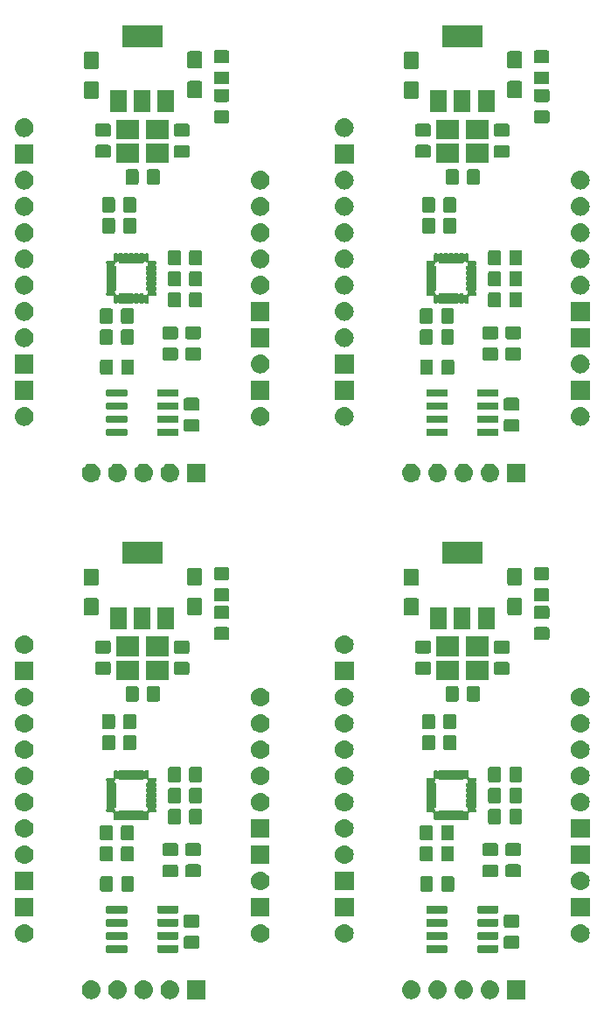
<source format=gts>
%MOIN*%
%OFA0B0*%
%FSLAX46Y46*%
%IPPOS*%
%LPD*%
%ADD10C,0.0039370078740157488*%
%ADD21C,0.0039370078740157488*%
%ADD22C,0.0039370078740157488*%
%ADD23C,0.0039370078740157488*%
D10*
G36*
X0001674724Y0000101889D02*
G01*
X0001603779Y0000101889D01*
X0001603779Y0000172834D01*
X0001674724Y0000172834D01*
X0001674724Y0000101889D01*
X0001674724Y0000101889D01*
G37*
G36*
X0001543600Y0000172577D02*
G01*
X0001546205Y0000172321D01*
X0001552892Y0000170293D01*
X0001559054Y0000166999D01*
X0001560461Y0000165844D01*
X0001564456Y0000162566D01*
X0001567734Y0000158571D01*
X0001568888Y0000157165D01*
X0001572182Y0000151002D01*
X0001574211Y0000144316D01*
X0001574896Y0000137362D01*
X0001574211Y0000130408D01*
X0001572182Y0000123721D01*
X0001568888Y0000117559D01*
X0001567734Y0000116152D01*
X0001564456Y0000112158D01*
X0001560461Y0000108880D01*
X0001559054Y0000107725D01*
X0001552892Y0000104431D01*
X0001546205Y0000102402D01*
X0001543600Y0000102146D01*
X0001540994Y0000101889D01*
X0001537509Y0000101889D01*
X0001534903Y0000102146D01*
X0001532298Y0000102402D01*
X0001525611Y0000104431D01*
X0001519449Y0000107725D01*
X0001518042Y0000108880D01*
X0001514047Y0000112158D01*
X0001510769Y0000116152D01*
X0001509615Y0000117559D01*
X0001506321Y0000123721D01*
X0001504292Y0000130408D01*
X0001503607Y0000137362D01*
X0001504292Y0000144316D01*
X0001506321Y0000151002D01*
X0001509615Y0000157165D01*
X0001510769Y0000158571D01*
X0001514047Y0000162566D01*
X0001518042Y0000165844D01*
X0001519449Y0000166999D01*
X0001525611Y0000170293D01*
X0001532298Y0000172321D01*
X0001534903Y0000172577D01*
X0001537509Y0000172834D01*
X0001540994Y0000172834D01*
X0001543600Y0000172577D01*
X0001543600Y0000172577D01*
G37*
G36*
X0001443600Y0000172577D02*
G01*
X0001446205Y0000172321D01*
X0001452892Y0000170293D01*
X0001459054Y0000166999D01*
X0001460461Y0000165844D01*
X0001464456Y0000162566D01*
X0001467734Y0000158571D01*
X0001468888Y0000157165D01*
X0001472182Y0000151002D01*
X0001474211Y0000144316D01*
X0001474895Y0000137362D01*
X0001474211Y0000130408D01*
X0001472182Y0000123721D01*
X0001468888Y0000117559D01*
X0001467734Y0000116152D01*
X0001464456Y0000112158D01*
X0001460461Y0000108880D01*
X0001459054Y0000107725D01*
X0001452892Y0000104431D01*
X0001446205Y0000102402D01*
X0001443600Y0000102146D01*
X0001440994Y0000101889D01*
X0001437509Y0000101889D01*
X0001434903Y0000102146D01*
X0001432298Y0000102402D01*
X0001425611Y0000104431D01*
X0001419449Y0000107725D01*
X0001418042Y0000108880D01*
X0001414047Y0000112158D01*
X0001410769Y0000116152D01*
X0001409615Y0000117559D01*
X0001406321Y0000123721D01*
X0001404292Y0000130408D01*
X0001403607Y0000137362D01*
X0001404292Y0000144316D01*
X0001406321Y0000151002D01*
X0001409615Y0000157165D01*
X0001410769Y0000158571D01*
X0001414047Y0000162566D01*
X0001418042Y0000165844D01*
X0001419449Y0000166999D01*
X0001425611Y0000170293D01*
X0001432298Y0000172321D01*
X0001434903Y0000172577D01*
X0001437509Y0000172834D01*
X0001440994Y0000172834D01*
X0001443600Y0000172577D01*
X0001443600Y0000172577D01*
G37*
G36*
X0001243600Y0000172577D02*
G01*
X0001246205Y0000172321D01*
X0001252892Y0000170293D01*
X0001259054Y0000166999D01*
X0001260461Y0000165844D01*
X0001264456Y0000162566D01*
X0001267734Y0000158571D01*
X0001268888Y0000157165D01*
X0001272182Y0000151002D01*
X0001274211Y0000144316D01*
X0001274896Y0000137362D01*
X0001274211Y0000130408D01*
X0001272182Y0000123721D01*
X0001268888Y0000117559D01*
X0001267734Y0000116152D01*
X0001264456Y0000112158D01*
X0001260461Y0000108880D01*
X0001259054Y0000107725D01*
X0001252892Y0000104431D01*
X0001246205Y0000102402D01*
X0001243600Y0000102146D01*
X0001240994Y0000101889D01*
X0001237509Y0000101889D01*
X0001234903Y0000102146D01*
X0001232298Y0000102402D01*
X0001225611Y0000104431D01*
X0001219449Y0000107725D01*
X0001218042Y0000108880D01*
X0001214047Y0000112158D01*
X0001210769Y0000116152D01*
X0001209615Y0000117559D01*
X0001206321Y0000123721D01*
X0001204292Y0000130408D01*
X0001203607Y0000137362D01*
X0001204292Y0000144316D01*
X0001206321Y0000151002D01*
X0001209615Y0000157165D01*
X0001210769Y0000158571D01*
X0001214047Y0000162566D01*
X0001218042Y0000165844D01*
X0001219449Y0000166999D01*
X0001225611Y0000170293D01*
X0001232298Y0000172321D01*
X0001234903Y0000172577D01*
X0001237509Y0000172834D01*
X0001240994Y0000172834D01*
X0001243600Y0000172577D01*
X0001243600Y0000172577D01*
G37*
G36*
X0001343600Y0000172577D02*
G01*
X0001346205Y0000172321D01*
X0001352892Y0000170293D01*
X0001359054Y0000166999D01*
X0001360461Y0000165844D01*
X0001364456Y0000162566D01*
X0001367734Y0000158571D01*
X0001368888Y0000157165D01*
X0001372182Y0000151002D01*
X0001374211Y0000144316D01*
X0001374896Y0000137362D01*
X0001374211Y0000130408D01*
X0001372182Y0000123721D01*
X0001368888Y0000117559D01*
X0001367734Y0000116152D01*
X0001364456Y0000112158D01*
X0001360461Y0000108880D01*
X0001359054Y0000107725D01*
X0001352892Y0000104431D01*
X0001346205Y0000102402D01*
X0001343600Y0000102146D01*
X0001340994Y0000101889D01*
X0001337509Y0000101889D01*
X0001334903Y0000102146D01*
X0001332298Y0000102402D01*
X0001325611Y0000104431D01*
X0001319449Y0000107725D01*
X0001318042Y0000108880D01*
X0001314047Y0000112158D01*
X0001310769Y0000116152D01*
X0001309615Y0000117559D01*
X0001306321Y0000123721D01*
X0001304292Y0000130408D01*
X0001303607Y0000137362D01*
X0001304292Y0000144316D01*
X0001306321Y0000151002D01*
X0001309615Y0000157165D01*
X0001310769Y0000158571D01*
X0001314047Y0000162566D01*
X0001318042Y0000165844D01*
X0001319449Y0000166999D01*
X0001325611Y0000170293D01*
X0001332298Y0000172321D01*
X0001334903Y0000172577D01*
X0001337509Y0000172834D01*
X0001340994Y0000172834D01*
X0001343600Y0000172577D01*
X0001343600Y0000172577D01*
G37*
G36*
X0001373619Y0000306072D02*
G01*
X0001374449Y0000305820D01*
X0001375214Y0000305411D01*
X0001375884Y0000304861D01*
X0001376435Y0000304190D01*
X0001376844Y0000303425D01*
X0001377095Y0000302595D01*
X0001377204Y0000301490D01*
X0001377204Y0000283233D01*
X0001377095Y0000282128D01*
X0001376844Y0000281298D01*
X0001376435Y0000280533D01*
X0001375884Y0000279863D01*
X0001375214Y0000279312D01*
X0001374449Y0000278903D01*
X0001373619Y0000278652D01*
X0001372514Y0000278543D01*
X0001301107Y0000278543D01*
X0001300002Y0000278652D01*
X0001299172Y0000278903D01*
X0001298407Y0000279312D01*
X0001297737Y0000279863D01*
X0001297186Y0000280533D01*
X0001296777Y0000281298D01*
X0001296526Y0000282128D01*
X0001296417Y0000283233D01*
X0001296417Y0000301490D01*
X0001296526Y0000302595D01*
X0001296777Y0000303425D01*
X0001297186Y0000304190D01*
X0001297737Y0000304861D01*
X0001298407Y0000305411D01*
X0001299172Y0000305820D01*
X0001300002Y0000306072D01*
X0001301107Y0000306181D01*
X0001372514Y0000306181D01*
X0001373619Y0000306072D01*
X0001373619Y0000306072D01*
G37*
G36*
X0001568501Y0000306072D02*
G01*
X0001569331Y0000305820D01*
X0001570096Y0000305411D01*
X0001570766Y0000304861D01*
X0001571317Y0000304190D01*
X0001571725Y0000303425D01*
X0001571977Y0000302595D01*
X0001572086Y0000301490D01*
X0001572086Y0000283233D01*
X0001571977Y0000282128D01*
X0001571725Y0000281298D01*
X0001571317Y0000280533D01*
X0001570766Y0000279863D01*
X0001570096Y0000279312D01*
X0001569331Y0000278903D01*
X0001568501Y0000278652D01*
X0001567396Y0000278543D01*
X0001495989Y0000278543D01*
X0001494884Y0000278652D01*
X0001494054Y0000278903D01*
X0001493289Y0000279312D01*
X0001492619Y0000279863D01*
X0001492068Y0000280533D01*
X0001491659Y0000281298D01*
X0001491408Y0000282128D01*
X0001491299Y0000283233D01*
X0001491299Y0000301490D01*
X0001491408Y0000302595D01*
X0001491659Y0000303425D01*
X0001492068Y0000304190D01*
X0001492619Y0000304861D01*
X0001493289Y0000305411D01*
X0001494054Y0000305820D01*
X0001494884Y0000306072D01*
X0001495989Y0000306181D01*
X0001567396Y0000306181D01*
X0001568501Y0000306072D01*
X0001568501Y0000306072D01*
G37*
G36*
X0001645428Y0000342832D02*
G01*
X0001646912Y0000342381D01*
X0001648279Y0000341650D01*
X0001649478Y0000340667D01*
X0001650461Y0000339468D01*
X0001651192Y0000338101D01*
X0001651643Y0000336617D01*
X0001651818Y0000334832D01*
X0001651818Y0000301892D01*
X0001651643Y0000300107D01*
X0001651192Y0000298623D01*
X0001650461Y0000297255D01*
X0001649478Y0000296057D01*
X0001648279Y0000295073D01*
X0001646912Y0000294342D01*
X0001645428Y0000293892D01*
X0001643643Y0000293716D01*
X0001600860Y0000293716D01*
X0001599075Y0000293892D01*
X0001597591Y0000294342D01*
X0001596224Y0000295073D01*
X0001595025Y0000296057D01*
X0001594041Y0000297255D01*
X0001593310Y0000298623D01*
X0001592860Y0000300107D01*
X0001592685Y0000301892D01*
X0001592685Y0000334832D01*
X0001592860Y0000336617D01*
X0001593310Y0000338101D01*
X0001594041Y0000339468D01*
X0001595025Y0000340667D01*
X0001596224Y0000341650D01*
X0001597591Y0000342381D01*
X0001599075Y0000342832D01*
X0001600860Y0000343007D01*
X0001643643Y0000343007D01*
X0001645428Y0000342832D01*
X0001645428Y0000342832D01*
G37*
G36*
X0001888600Y0000387577D02*
G01*
X0001891205Y0000387321D01*
X0001897892Y0000385292D01*
X0001904054Y0000381999D01*
X0001904523Y0000381614D01*
X0001909456Y0000377566D01*
X0001912734Y0000373572D01*
X0001913888Y0000372164D01*
X0001917182Y0000366002D01*
X0001919211Y0000359316D01*
X0001919895Y0000352362D01*
X0001919211Y0000345408D01*
X0001917182Y0000338721D01*
X0001913888Y0000332559D01*
X0001913669Y0000332292D01*
X0001909456Y0000327157D01*
X0001905461Y0000323879D01*
X0001904054Y0000322725D01*
X0001897892Y0000319431D01*
X0001891205Y0000317403D01*
X0001888600Y0000317146D01*
X0001885994Y0000316889D01*
X0001882509Y0000316889D01*
X0001879903Y0000317146D01*
X0001877298Y0000317403D01*
X0001870611Y0000319431D01*
X0001864449Y0000322725D01*
X0001863042Y0000323879D01*
X0001859047Y0000327157D01*
X0001854834Y0000332292D01*
X0001854615Y0000332559D01*
X0001851321Y0000338721D01*
X0001849292Y0000345408D01*
X0001848607Y0000352362D01*
X0001849292Y0000359316D01*
X0001851321Y0000366002D01*
X0001854615Y0000372164D01*
X0001855769Y0000373572D01*
X0001859047Y0000377566D01*
X0001863979Y0000381614D01*
X0001864449Y0000381999D01*
X0001870611Y0000385292D01*
X0001877298Y0000387321D01*
X0001879903Y0000387577D01*
X0001882509Y0000387834D01*
X0001885994Y0000387834D01*
X0001888600Y0000387577D01*
X0001888600Y0000387577D01*
G37*
G36*
X0000988600Y0000387577D02*
G01*
X0000991205Y0000387321D01*
X0000997892Y0000385292D01*
X0001004054Y0000381999D01*
X0001004523Y0000381614D01*
X0001009456Y0000377566D01*
X0001012734Y0000373572D01*
X0001013888Y0000372164D01*
X0001017182Y0000366002D01*
X0001019211Y0000359316D01*
X0001019896Y0000352362D01*
X0001019211Y0000345408D01*
X0001017182Y0000338721D01*
X0001013888Y0000332559D01*
X0001013669Y0000332292D01*
X0001009456Y0000327157D01*
X0001005461Y0000323879D01*
X0001004054Y0000322725D01*
X0000997892Y0000319431D01*
X0000991205Y0000317403D01*
X0000988600Y0000317146D01*
X0000985994Y0000316889D01*
X0000982509Y0000316889D01*
X0000979903Y0000317146D01*
X0000977298Y0000317403D01*
X0000970611Y0000319431D01*
X0000964449Y0000322725D01*
X0000963042Y0000323879D01*
X0000959047Y0000327157D01*
X0000954834Y0000332292D01*
X0000954615Y0000332559D01*
X0000951321Y0000338721D01*
X0000949292Y0000345408D01*
X0000948607Y0000352362D01*
X0000949292Y0000359316D01*
X0000951321Y0000366002D01*
X0000954615Y0000372164D01*
X0000955769Y0000373572D01*
X0000959047Y0000377566D01*
X0000963979Y0000381614D01*
X0000964449Y0000381999D01*
X0000970611Y0000385292D01*
X0000977298Y0000387321D01*
X0000979903Y0000387577D01*
X0000982509Y0000387834D01*
X0000985994Y0000387834D01*
X0000988600Y0000387577D01*
X0000988600Y0000387577D01*
G37*
G36*
X0001373619Y0000356072D02*
G01*
X0001374449Y0000355820D01*
X0001375214Y0000355411D01*
X0001375884Y0000354861D01*
X0001376435Y0000354190D01*
X0001376844Y0000353425D01*
X0001377095Y0000352595D01*
X0001377204Y0000351490D01*
X0001377204Y0000333233D01*
X0001377095Y0000332128D01*
X0001376844Y0000331298D01*
X0001376435Y0000330533D01*
X0001375884Y0000329863D01*
X0001375214Y0000329312D01*
X0001374449Y0000328903D01*
X0001373619Y0000328652D01*
X0001372514Y0000328543D01*
X0001301107Y0000328543D01*
X0001300002Y0000328652D01*
X0001299172Y0000328903D01*
X0001298407Y0000329312D01*
X0001297737Y0000329863D01*
X0001297186Y0000330533D01*
X0001296777Y0000331298D01*
X0001296526Y0000332128D01*
X0001296417Y0000333233D01*
X0001296417Y0000351490D01*
X0001296526Y0000352595D01*
X0001296777Y0000353425D01*
X0001297186Y0000354190D01*
X0001297737Y0000354861D01*
X0001298407Y0000355411D01*
X0001299172Y0000355820D01*
X0001300002Y0000356072D01*
X0001301107Y0000356181D01*
X0001372514Y0000356181D01*
X0001373619Y0000356072D01*
X0001373619Y0000356072D01*
G37*
G36*
X0001568501Y0000356072D02*
G01*
X0001569331Y0000355820D01*
X0001570096Y0000355411D01*
X0001570766Y0000354861D01*
X0001571317Y0000354190D01*
X0001571725Y0000353425D01*
X0001571977Y0000352595D01*
X0001572086Y0000351490D01*
X0001572086Y0000333233D01*
X0001571977Y0000332128D01*
X0001571725Y0000331298D01*
X0001571317Y0000330533D01*
X0001570766Y0000329863D01*
X0001570096Y0000329312D01*
X0001569331Y0000328903D01*
X0001568501Y0000328652D01*
X0001567396Y0000328543D01*
X0001495989Y0000328543D01*
X0001494884Y0000328652D01*
X0001494054Y0000328903D01*
X0001493289Y0000329312D01*
X0001492619Y0000329863D01*
X0001492068Y0000330533D01*
X0001491659Y0000331298D01*
X0001491408Y0000332128D01*
X0001491299Y0000333233D01*
X0001491299Y0000351490D01*
X0001491408Y0000352595D01*
X0001491659Y0000353425D01*
X0001492068Y0000354190D01*
X0001492619Y0000354861D01*
X0001493289Y0000355411D01*
X0001494054Y0000355820D01*
X0001494884Y0000356072D01*
X0001495989Y0000356181D01*
X0001567396Y0000356181D01*
X0001568501Y0000356072D01*
X0001568501Y0000356072D01*
G37*
G36*
X0001645428Y0000423540D02*
G01*
X0001646912Y0000423090D01*
X0001648279Y0000422359D01*
X0001649478Y0000421375D01*
X0001650461Y0000420177D01*
X0001651192Y0000418809D01*
X0001651643Y0000417325D01*
X0001651818Y0000415540D01*
X0001651818Y0000382600D01*
X0001651643Y0000380815D01*
X0001651192Y0000379331D01*
X0001650461Y0000377964D01*
X0001649478Y0000376765D01*
X0001648279Y0000375782D01*
X0001646912Y0000375051D01*
X0001645428Y0000374600D01*
X0001643643Y0000374425D01*
X0001600860Y0000374425D01*
X0001599075Y0000374600D01*
X0001597591Y0000375051D01*
X0001596224Y0000375782D01*
X0001595025Y0000376765D01*
X0001594041Y0000377964D01*
X0001593310Y0000379331D01*
X0001592860Y0000380815D01*
X0001592685Y0000382600D01*
X0001592685Y0000415540D01*
X0001592860Y0000417325D01*
X0001593310Y0000418809D01*
X0001594041Y0000420177D01*
X0001595025Y0000421375D01*
X0001596224Y0000422359D01*
X0001597591Y0000423090D01*
X0001599075Y0000423540D01*
X0001600860Y0000423716D01*
X0001643643Y0000423716D01*
X0001645428Y0000423540D01*
X0001645428Y0000423540D01*
G37*
G36*
X0001568501Y0000406072D02*
G01*
X0001569331Y0000405820D01*
X0001570096Y0000405411D01*
X0001570766Y0000404861D01*
X0001571317Y0000404190D01*
X0001571725Y0000403425D01*
X0001571977Y0000402595D01*
X0001572086Y0000401490D01*
X0001572086Y0000383233D01*
X0001571977Y0000382128D01*
X0001571725Y0000381298D01*
X0001571317Y0000380533D01*
X0001570766Y0000379863D01*
X0001570096Y0000379312D01*
X0001569331Y0000378903D01*
X0001568501Y0000378652D01*
X0001567396Y0000378543D01*
X0001495989Y0000378543D01*
X0001494884Y0000378652D01*
X0001494054Y0000378903D01*
X0001493289Y0000379312D01*
X0001492619Y0000379863D01*
X0001492068Y0000380533D01*
X0001491659Y0000381298D01*
X0001491408Y0000382128D01*
X0001491299Y0000383233D01*
X0001491299Y0000401490D01*
X0001491408Y0000402595D01*
X0001491659Y0000403425D01*
X0001492068Y0000404190D01*
X0001492619Y0000404861D01*
X0001493289Y0000405411D01*
X0001494054Y0000405820D01*
X0001494884Y0000406072D01*
X0001495989Y0000406181D01*
X0001567396Y0000406181D01*
X0001568501Y0000406072D01*
X0001568501Y0000406072D01*
G37*
G36*
X0001373619Y0000406072D02*
G01*
X0001374449Y0000405820D01*
X0001375214Y0000405411D01*
X0001375884Y0000404861D01*
X0001376435Y0000404190D01*
X0001376844Y0000403425D01*
X0001377095Y0000402595D01*
X0001377204Y0000401490D01*
X0001377204Y0000383233D01*
X0001377095Y0000382128D01*
X0001376844Y0000381298D01*
X0001376435Y0000380533D01*
X0001375884Y0000379863D01*
X0001375214Y0000379312D01*
X0001374449Y0000378903D01*
X0001373619Y0000378652D01*
X0001372514Y0000378543D01*
X0001301107Y0000378543D01*
X0001300002Y0000378652D01*
X0001299172Y0000378903D01*
X0001298407Y0000379312D01*
X0001297737Y0000379863D01*
X0001297186Y0000380533D01*
X0001296777Y0000381298D01*
X0001296526Y0000382128D01*
X0001296417Y0000383233D01*
X0001296417Y0000401490D01*
X0001296526Y0000402595D01*
X0001296777Y0000403425D01*
X0001297186Y0000404190D01*
X0001297737Y0000404861D01*
X0001298407Y0000405411D01*
X0001299172Y0000405820D01*
X0001300002Y0000406072D01*
X0001301107Y0000406181D01*
X0001372514Y0000406181D01*
X0001373619Y0000406072D01*
X0001373619Y0000406072D01*
G37*
G36*
X0001919724Y0000416889D02*
G01*
X0001848779Y0000416889D01*
X0001848779Y0000487834D01*
X0001919724Y0000487834D01*
X0001919724Y0000416889D01*
X0001919724Y0000416889D01*
G37*
G36*
X0001019724Y0000416889D02*
G01*
X0000948779Y0000416889D01*
X0000948779Y0000487834D01*
X0001019724Y0000487834D01*
X0001019724Y0000416889D01*
X0001019724Y0000416889D01*
G37*
G36*
X0001568501Y0000456072D02*
G01*
X0001569331Y0000455820D01*
X0001570096Y0000455411D01*
X0001570766Y0000454861D01*
X0001571317Y0000454190D01*
X0001571725Y0000453425D01*
X0001571977Y0000452595D01*
X0001572086Y0000451490D01*
X0001572086Y0000433233D01*
X0001571977Y0000432128D01*
X0001571725Y0000431298D01*
X0001571317Y0000430533D01*
X0001570766Y0000429863D01*
X0001570096Y0000429312D01*
X0001569331Y0000428903D01*
X0001568501Y0000428652D01*
X0001567396Y0000428543D01*
X0001495989Y0000428543D01*
X0001494884Y0000428652D01*
X0001494054Y0000428903D01*
X0001493289Y0000429312D01*
X0001492619Y0000429863D01*
X0001492068Y0000430533D01*
X0001491659Y0000431298D01*
X0001491408Y0000432128D01*
X0001491299Y0000433233D01*
X0001491299Y0000451490D01*
X0001491408Y0000452595D01*
X0001491659Y0000453425D01*
X0001492068Y0000454190D01*
X0001492619Y0000454861D01*
X0001493289Y0000455411D01*
X0001494054Y0000455820D01*
X0001494884Y0000456072D01*
X0001495989Y0000456181D01*
X0001567396Y0000456181D01*
X0001568501Y0000456072D01*
X0001568501Y0000456072D01*
G37*
G36*
X0001373619Y0000456072D02*
G01*
X0001374449Y0000455820D01*
X0001375214Y0000455411D01*
X0001375884Y0000454861D01*
X0001376435Y0000454190D01*
X0001376844Y0000453425D01*
X0001377095Y0000452595D01*
X0001377204Y0000451490D01*
X0001377204Y0000433233D01*
X0001377095Y0000432128D01*
X0001376844Y0000431298D01*
X0001376435Y0000430533D01*
X0001375884Y0000429863D01*
X0001375214Y0000429312D01*
X0001374449Y0000428903D01*
X0001373619Y0000428652D01*
X0001372514Y0000428543D01*
X0001301107Y0000428543D01*
X0001300002Y0000428652D01*
X0001299172Y0000428903D01*
X0001298407Y0000429312D01*
X0001297737Y0000429863D01*
X0001297186Y0000430533D01*
X0001296777Y0000431298D01*
X0001296526Y0000432128D01*
X0001296417Y0000433233D01*
X0001296417Y0000451490D01*
X0001296526Y0000452595D01*
X0001296777Y0000453425D01*
X0001297186Y0000454190D01*
X0001297737Y0000454861D01*
X0001298407Y0000455411D01*
X0001299172Y0000455820D01*
X0001300002Y0000456072D01*
X0001301107Y0000456181D01*
X0001372514Y0000456181D01*
X0001373619Y0000456072D01*
X0001373619Y0000456072D01*
G37*
G36*
X0001316152Y0000569753D02*
G01*
X0001317636Y0000569303D01*
X0001319004Y0000568572D01*
X0001320202Y0000567588D01*
X0001321186Y0000566389D01*
X0001321917Y0000565022D01*
X0001322367Y0000563538D01*
X0001322543Y0000561753D01*
X0001322543Y0000518970D01*
X0001322367Y0000517186D01*
X0001321917Y0000515702D01*
X0001321186Y0000514334D01*
X0001320202Y0000513135D01*
X0001319004Y0000512152D01*
X0001317636Y0000511421D01*
X0001316152Y0000510971D01*
X0001314367Y0000510795D01*
X0001281427Y0000510795D01*
X0001279642Y0000510971D01*
X0001278158Y0000511421D01*
X0001276791Y0000512152D01*
X0001275592Y0000513135D01*
X0001274608Y0000514334D01*
X0001273877Y0000515702D01*
X0001273427Y0000517186D01*
X0001273251Y0000518970D01*
X0001273251Y0000561753D01*
X0001273427Y0000563538D01*
X0001273877Y0000565022D01*
X0001274608Y0000566389D01*
X0001275592Y0000567588D01*
X0001276791Y0000568572D01*
X0001278158Y0000569303D01*
X0001279642Y0000569753D01*
X0001281427Y0000569929D01*
X0001314367Y0000569929D01*
X0001316152Y0000569753D01*
X0001316152Y0000569753D01*
G37*
G36*
X0001396861Y0000569753D02*
G01*
X0001398345Y0000569303D01*
X0001399712Y0000568572D01*
X0001400911Y0000567588D01*
X0001401895Y0000566389D01*
X0001402626Y0000565022D01*
X0001403076Y0000563538D01*
X0001403251Y0000561753D01*
X0001403251Y0000518970D01*
X0001403076Y0000517186D01*
X0001402626Y0000515702D01*
X0001401895Y0000514334D01*
X0001400911Y0000513135D01*
X0001399712Y0000512152D01*
X0001398345Y0000511421D01*
X0001396861Y0000510971D01*
X0001395076Y0000510795D01*
X0001362136Y0000510795D01*
X0001360351Y0000510971D01*
X0001358867Y0000511421D01*
X0001357499Y0000512152D01*
X0001356301Y0000513135D01*
X0001355317Y0000514334D01*
X0001354586Y0000515702D01*
X0001354136Y0000517186D01*
X0001353960Y0000518970D01*
X0001353960Y0000561753D01*
X0001354136Y0000563538D01*
X0001354586Y0000565022D01*
X0001355317Y0000566389D01*
X0001356301Y0000567588D01*
X0001357499Y0000568572D01*
X0001358867Y0000569303D01*
X0001360351Y0000569753D01*
X0001362136Y0000569929D01*
X0001395076Y0000569929D01*
X0001396861Y0000569753D01*
X0001396861Y0000569753D01*
G37*
G36*
X0001019724Y0000516889D02*
G01*
X0000948779Y0000516889D01*
X0000948779Y0000587834D01*
X0001019724Y0000587834D01*
X0001019724Y0000516889D01*
X0001019724Y0000516889D01*
G37*
G36*
X0001888600Y0000587577D02*
G01*
X0001891205Y0000587321D01*
X0001897892Y0000585293D01*
X0001904054Y0000581999D01*
X0001905461Y0000580844D01*
X0001909456Y0000577566D01*
X0001912471Y0000573892D01*
X0001913888Y0000572165D01*
X0001917182Y0000566002D01*
X0001919211Y0000559315D01*
X0001919895Y0000552362D01*
X0001919211Y0000545408D01*
X0001917182Y0000538721D01*
X0001913888Y0000532559D01*
X0001912734Y0000531152D01*
X0001909456Y0000527158D01*
X0001905461Y0000523880D01*
X0001904054Y0000522725D01*
X0001897892Y0000519431D01*
X0001891205Y0000517402D01*
X0001889002Y0000517186D01*
X0001885994Y0000516889D01*
X0001882509Y0000516889D01*
X0001879501Y0000517186D01*
X0001877298Y0000517402D01*
X0001870611Y0000519431D01*
X0001864449Y0000522725D01*
X0001863042Y0000523880D01*
X0001859047Y0000527158D01*
X0001855769Y0000531152D01*
X0001854615Y0000532559D01*
X0001851321Y0000538721D01*
X0001849292Y0000545408D01*
X0001848607Y0000552362D01*
X0001849292Y0000559315D01*
X0001851321Y0000566002D01*
X0001854615Y0000572165D01*
X0001856032Y0000573892D01*
X0001859047Y0000577566D01*
X0001863042Y0000580844D01*
X0001864449Y0000581999D01*
X0001870611Y0000585293D01*
X0001877298Y0000587321D01*
X0001879903Y0000587577D01*
X0001882509Y0000587834D01*
X0001885994Y0000587834D01*
X0001888600Y0000587577D01*
X0001888600Y0000587577D01*
G37*
G36*
X0001563857Y0000614832D02*
G01*
X0001565340Y0000614381D01*
X0001566708Y0000613650D01*
X0001567907Y0000612667D01*
X0001568890Y0000611468D01*
X0001569621Y0000610101D01*
X0001570072Y0000608617D01*
X0001570247Y0000606832D01*
X0001570247Y0000573892D01*
X0001570072Y0000572107D01*
X0001569621Y0000570623D01*
X0001568890Y0000569255D01*
X0001567907Y0000568057D01*
X0001566708Y0000567073D01*
X0001565340Y0000566342D01*
X0001563857Y0000565892D01*
X0001562072Y0000565716D01*
X0001519289Y0000565716D01*
X0001517504Y0000565892D01*
X0001516020Y0000566342D01*
X0001514653Y0000567073D01*
X0001513454Y0000568057D01*
X0001512470Y0000569255D01*
X0001511739Y0000570623D01*
X0001511289Y0000572107D01*
X0001511113Y0000573892D01*
X0001511113Y0000606832D01*
X0001511289Y0000608617D01*
X0001511739Y0000610101D01*
X0001512470Y0000611468D01*
X0001513454Y0000612667D01*
X0001514653Y0000613650D01*
X0001516020Y0000614381D01*
X0001517504Y0000614832D01*
X0001519289Y0000615007D01*
X0001562072Y0000615007D01*
X0001563857Y0000614832D01*
X0001563857Y0000614832D01*
G37*
G36*
X0001651357Y0000615261D02*
G01*
X0001652840Y0000614810D01*
X0001654208Y0000614079D01*
X0001655407Y0000613096D01*
X0001656390Y0000611897D01*
X0001657121Y0000610530D01*
X0001657572Y0000609046D01*
X0001657747Y0000607261D01*
X0001657747Y0000574321D01*
X0001657572Y0000572536D01*
X0001657121Y0000571052D01*
X0001656390Y0000569684D01*
X0001655407Y0000568486D01*
X0001654208Y0000567502D01*
X0001652840Y0000566771D01*
X0001651357Y0000566321D01*
X0001649572Y0000566145D01*
X0001606789Y0000566145D01*
X0001605004Y0000566321D01*
X0001603520Y0000566771D01*
X0001602153Y0000567502D01*
X0001600954Y0000568486D01*
X0001599970Y0000569684D01*
X0001599239Y0000571052D01*
X0001598789Y0000572536D01*
X0001598613Y0000574321D01*
X0001598613Y0000607261D01*
X0001598789Y0000609046D01*
X0001599239Y0000610530D01*
X0001599970Y0000611897D01*
X0001600954Y0000613096D01*
X0001602153Y0000614079D01*
X0001603520Y0000614810D01*
X0001605004Y0000615261D01*
X0001606789Y0000615436D01*
X0001649572Y0000615436D01*
X0001651357Y0000615261D01*
X0001651357Y0000615261D01*
G37*
G36*
X0001919724Y0000616889D02*
G01*
X0001848779Y0000616889D01*
X0001848779Y0000687834D01*
X0001919724Y0000687834D01*
X0001919724Y0000616889D01*
X0001919724Y0000616889D01*
G37*
G36*
X0000988600Y0000687577D02*
G01*
X0000991205Y0000687321D01*
X0000997892Y0000685292D01*
X0001004054Y0000681999D01*
X0001004446Y0000681677D01*
X0001009456Y0000677566D01*
X0001012300Y0000674100D01*
X0001013888Y0000672165D01*
X0001017182Y0000666002D01*
X0001019211Y0000659315D01*
X0001019896Y0000652362D01*
X0001019211Y0000645408D01*
X0001017182Y0000638721D01*
X0001013888Y0000632559D01*
X0001013489Y0000632073D01*
X0001009456Y0000627157D01*
X0001005461Y0000623880D01*
X0001004054Y0000622725D01*
X0000997892Y0000619431D01*
X0000991205Y0000617403D01*
X0000988600Y0000617146D01*
X0000985994Y0000616889D01*
X0000982509Y0000616889D01*
X0000979903Y0000617146D01*
X0000977298Y0000617403D01*
X0000970611Y0000619431D01*
X0000964449Y0000622725D01*
X0000963042Y0000623880D01*
X0000959047Y0000627157D01*
X0000955014Y0000632073D01*
X0000954615Y0000632559D01*
X0000951321Y0000638721D01*
X0000949292Y0000645408D01*
X0000948607Y0000652362D01*
X0000949292Y0000659315D01*
X0000951321Y0000666002D01*
X0000954615Y0000672165D01*
X0000956203Y0000674100D01*
X0000959047Y0000677566D01*
X0000964057Y0000681677D01*
X0000964449Y0000681999D01*
X0000970611Y0000685292D01*
X0000977298Y0000687321D01*
X0000979903Y0000687577D01*
X0000982509Y0000687834D01*
X0000985994Y0000687834D01*
X0000988600Y0000687577D01*
X0000988600Y0000687577D01*
G37*
G36*
X0001315116Y0000684640D02*
G01*
X0001316600Y0000684190D01*
X0001317968Y0000683459D01*
X0001319166Y0000682475D01*
X0001320150Y0000681276D01*
X0001320881Y0000679909D01*
X0001321331Y0000678425D01*
X0001321507Y0000676640D01*
X0001321507Y0000633857D01*
X0001321331Y0000632073D01*
X0001320881Y0000630589D01*
X0001320150Y0000629221D01*
X0001319166Y0000628022D01*
X0001317968Y0000627039D01*
X0001316600Y0000626308D01*
X0001315116Y0000625858D01*
X0001313331Y0000625682D01*
X0001280391Y0000625682D01*
X0001278606Y0000625858D01*
X0001277122Y0000626308D01*
X0001275755Y0000627039D01*
X0001274556Y0000628022D01*
X0001273573Y0000629221D01*
X0001272842Y0000630589D01*
X0001272391Y0000632073D01*
X0001272216Y0000633857D01*
X0001272216Y0000676640D01*
X0001272391Y0000678425D01*
X0001272842Y0000679909D01*
X0001273573Y0000681276D01*
X0001274556Y0000682475D01*
X0001275755Y0000683459D01*
X0001277122Y0000684190D01*
X0001278606Y0000684640D01*
X0001280391Y0000684816D01*
X0001313331Y0000684816D01*
X0001315116Y0000684640D01*
X0001315116Y0000684640D01*
G37*
G36*
X0001395825Y0000684640D02*
G01*
X0001397309Y0000684190D01*
X0001398676Y0000683459D01*
X0001399875Y0000682475D01*
X0001400859Y0000681276D01*
X0001401590Y0000679909D01*
X0001402040Y0000678425D01*
X0001402216Y0000676640D01*
X0001402216Y0000633857D01*
X0001402040Y0000632073D01*
X0001401590Y0000630589D01*
X0001400859Y0000629221D01*
X0001399875Y0000628022D01*
X0001398676Y0000627039D01*
X0001397309Y0000626308D01*
X0001395825Y0000625858D01*
X0001394040Y0000625682D01*
X0001361100Y0000625682D01*
X0001359315Y0000625858D01*
X0001357831Y0000626308D01*
X0001356463Y0000627039D01*
X0001355265Y0000628022D01*
X0001354281Y0000629221D01*
X0001353550Y0000630589D01*
X0001353100Y0000632073D01*
X0001352924Y0000633857D01*
X0001352924Y0000676640D01*
X0001353100Y0000678425D01*
X0001353550Y0000679909D01*
X0001354281Y0000681276D01*
X0001355265Y0000682475D01*
X0001356463Y0000683459D01*
X0001357831Y0000684190D01*
X0001359315Y0000684640D01*
X0001361100Y0000684816D01*
X0001394040Y0000684816D01*
X0001395825Y0000684640D01*
X0001395825Y0000684640D01*
G37*
G36*
X0001563857Y0000695540D02*
G01*
X0001565340Y0000695090D01*
X0001566708Y0000694359D01*
X0001567907Y0000693375D01*
X0001568890Y0000692177D01*
X0001569621Y0000690809D01*
X0001570072Y0000689325D01*
X0001570247Y0000687540D01*
X0001570247Y0000654600D01*
X0001570072Y0000652815D01*
X0001569621Y0000651332D01*
X0001568890Y0000649964D01*
X0001567907Y0000648765D01*
X0001566708Y0000647782D01*
X0001565340Y0000647051D01*
X0001563857Y0000646600D01*
X0001562072Y0000646425D01*
X0001519289Y0000646425D01*
X0001517504Y0000646600D01*
X0001516020Y0000647051D01*
X0001514653Y0000647782D01*
X0001513454Y0000648765D01*
X0001512470Y0000649964D01*
X0001511739Y0000651332D01*
X0001511289Y0000652815D01*
X0001511113Y0000654600D01*
X0001511113Y0000687540D01*
X0001511289Y0000689325D01*
X0001511739Y0000690809D01*
X0001512470Y0000692177D01*
X0001513454Y0000693375D01*
X0001514653Y0000694359D01*
X0001516020Y0000695090D01*
X0001517504Y0000695540D01*
X0001519289Y0000695716D01*
X0001562072Y0000695716D01*
X0001563857Y0000695540D01*
X0001563857Y0000695540D01*
G37*
G36*
X0001651357Y0000695969D02*
G01*
X0001652840Y0000695519D01*
X0001654208Y0000694788D01*
X0001655407Y0000693804D01*
X0001656390Y0000692606D01*
X0001657121Y0000691238D01*
X0001657572Y0000689754D01*
X0001657747Y0000687969D01*
X0001657747Y0000655029D01*
X0001657572Y0000653244D01*
X0001657121Y0000651760D01*
X0001656390Y0000650393D01*
X0001655407Y0000649194D01*
X0001654208Y0000648211D01*
X0001652840Y0000647480D01*
X0001651357Y0000647029D01*
X0001649572Y0000646854D01*
X0001606789Y0000646854D01*
X0001605004Y0000647029D01*
X0001603520Y0000647480D01*
X0001602153Y0000648211D01*
X0001600954Y0000649194D01*
X0001599970Y0000650393D01*
X0001599239Y0000651760D01*
X0001598789Y0000653244D01*
X0001598613Y0000655029D01*
X0001598613Y0000687969D01*
X0001598789Y0000689754D01*
X0001599239Y0000691238D01*
X0001599970Y0000692606D01*
X0001600954Y0000693804D01*
X0001602153Y0000694788D01*
X0001603520Y0000695519D01*
X0001605004Y0000695969D01*
X0001606789Y0000696145D01*
X0001649572Y0000696145D01*
X0001651357Y0000695969D01*
X0001651357Y0000695969D01*
G37*
G36*
X0001395825Y0000764640D02*
G01*
X0001397309Y0000764190D01*
X0001398676Y0000763459D01*
X0001399875Y0000762475D01*
X0001400859Y0000761276D01*
X0001401590Y0000759909D01*
X0001402040Y0000758425D01*
X0001402216Y0000756640D01*
X0001402216Y0000713857D01*
X0001402040Y0000712073D01*
X0001401590Y0000710589D01*
X0001400859Y0000709221D01*
X0001399875Y0000708022D01*
X0001398676Y0000707039D01*
X0001397309Y0000706308D01*
X0001395825Y0000705858D01*
X0001394040Y0000705682D01*
X0001361100Y0000705682D01*
X0001359315Y0000705858D01*
X0001357831Y0000706308D01*
X0001356463Y0000707039D01*
X0001355265Y0000708022D01*
X0001354281Y0000709221D01*
X0001353550Y0000710589D01*
X0001353100Y0000712073D01*
X0001352924Y0000713857D01*
X0001352924Y0000756640D01*
X0001353100Y0000758425D01*
X0001353550Y0000759909D01*
X0001354281Y0000761276D01*
X0001355265Y0000762475D01*
X0001356463Y0000763459D01*
X0001357831Y0000764190D01*
X0001359315Y0000764640D01*
X0001361100Y0000764816D01*
X0001394040Y0000764816D01*
X0001395825Y0000764640D01*
X0001395825Y0000764640D01*
G37*
G36*
X0001315116Y0000764640D02*
G01*
X0001316600Y0000764190D01*
X0001317968Y0000763459D01*
X0001319166Y0000762475D01*
X0001320150Y0000761276D01*
X0001320881Y0000759909D01*
X0001321331Y0000758425D01*
X0001321507Y0000756640D01*
X0001321507Y0000713857D01*
X0001321331Y0000712073D01*
X0001320881Y0000710589D01*
X0001320150Y0000709221D01*
X0001319166Y0000708022D01*
X0001317968Y0000707039D01*
X0001316600Y0000706308D01*
X0001315116Y0000705858D01*
X0001313331Y0000705682D01*
X0001280391Y0000705682D01*
X0001278606Y0000705858D01*
X0001277122Y0000706308D01*
X0001275755Y0000707039D01*
X0001274556Y0000708022D01*
X0001273573Y0000709221D01*
X0001272842Y0000710589D01*
X0001272391Y0000712073D01*
X0001272216Y0000713857D01*
X0001272216Y0000756640D01*
X0001272391Y0000758425D01*
X0001272842Y0000759909D01*
X0001273573Y0000761276D01*
X0001274556Y0000762475D01*
X0001275755Y0000763459D01*
X0001277122Y0000764190D01*
X0001278606Y0000764640D01*
X0001280391Y0000764816D01*
X0001313331Y0000764816D01*
X0001315116Y0000764640D01*
X0001315116Y0000764640D01*
G37*
G36*
X0001919724Y0000716889D02*
G01*
X0001848779Y0000716889D01*
X0001848779Y0000787834D01*
X0001919724Y0000787834D01*
X0001919724Y0000716889D01*
X0001919724Y0000716889D01*
G37*
G36*
X0000988600Y0000787577D02*
G01*
X0000991205Y0000787321D01*
X0000997892Y0000785292D01*
X0000997892Y0000785292D01*
X0000999191Y0000784598D01*
X0001004054Y0000781999D01*
X0001005461Y0000780844D01*
X0001009456Y0000777566D01*
X0001012386Y0000773995D01*
X0001013888Y0000772164D01*
X0001017182Y0000766002D01*
X0001019211Y0000759316D01*
X0001019896Y0000752362D01*
X0001019211Y0000745408D01*
X0001017182Y0000738721D01*
X0001013888Y0000732559D01*
X0001012734Y0000731152D01*
X0001009456Y0000727158D01*
X0001005461Y0000723879D01*
X0001004054Y0000722725D01*
X0000997892Y0000719431D01*
X0000991205Y0000717403D01*
X0000988600Y0000717146D01*
X0000985994Y0000716889D01*
X0000982509Y0000716889D01*
X0000979903Y0000717146D01*
X0000977298Y0000717403D01*
X0000970611Y0000719431D01*
X0000964449Y0000722725D01*
X0000963042Y0000723879D01*
X0000959047Y0000727158D01*
X0000955769Y0000731152D01*
X0000954615Y0000732559D01*
X0000951321Y0000738721D01*
X0000949292Y0000745408D01*
X0000948607Y0000752362D01*
X0000949292Y0000759316D01*
X0000951321Y0000766002D01*
X0000954615Y0000772164D01*
X0000956116Y0000773995D01*
X0000959047Y0000777566D01*
X0000963042Y0000780844D01*
X0000964449Y0000781999D01*
X0000969312Y0000784598D01*
X0000970611Y0000785292D01*
X0000970611Y0000785292D01*
X0000977298Y0000787321D01*
X0000979903Y0000787577D01*
X0000982509Y0000787834D01*
X0000985994Y0000787834D01*
X0000988600Y0000787577D01*
X0000988600Y0000787577D01*
G37*
G36*
X0001575294Y0000826338D02*
G01*
X0001576778Y0000825888D01*
X0001578146Y0000825157D01*
X0001579344Y0000824173D01*
X0001580328Y0000822974D01*
X0001581059Y0000821607D01*
X0001581509Y0000820123D01*
X0001581685Y0000818338D01*
X0001581685Y0000775555D01*
X0001581509Y0000773771D01*
X0001581059Y0000772287D01*
X0001580328Y0000770919D01*
X0001579344Y0000769720D01*
X0001578146Y0000768737D01*
X0001576778Y0000768006D01*
X0001575294Y0000767556D01*
X0001573509Y0000767380D01*
X0001540569Y0000767380D01*
X0001538784Y0000767556D01*
X0001537300Y0000768006D01*
X0001535933Y0000768737D01*
X0001534734Y0000769720D01*
X0001533750Y0000770919D01*
X0001533019Y0000772287D01*
X0001532569Y0000773771D01*
X0001532393Y0000775555D01*
X0001532393Y0000818338D01*
X0001532569Y0000820123D01*
X0001533019Y0000821607D01*
X0001533750Y0000822974D01*
X0001534734Y0000824173D01*
X0001535933Y0000825157D01*
X0001537300Y0000825888D01*
X0001538784Y0000826338D01*
X0001540569Y0000826514D01*
X0001573509Y0000826514D01*
X0001575294Y0000826338D01*
X0001575294Y0000826338D01*
G37*
G36*
X0001656003Y0000826338D02*
G01*
X0001657487Y0000825888D01*
X0001658854Y0000825157D01*
X0001660053Y0000824173D01*
X0001661036Y0000822974D01*
X0001661767Y0000821607D01*
X0001662218Y0000820123D01*
X0001662393Y0000818338D01*
X0001662393Y0000775555D01*
X0001662218Y0000773771D01*
X0001661767Y0000772287D01*
X0001661036Y0000770919D01*
X0001660053Y0000769720D01*
X0001658854Y0000768737D01*
X0001657487Y0000768006D01*
X0001656003Y0000767556D01*
X0001654218Y0000767380D01*
X0001621278Y0000767380D01*
X0001619493Y0000767556D01*
X0001618009Y0000768006D01*
X0001616641Y0000768737D01*
X0001615443Y0000769720D01*
X0001614459Y0000770919D01*
X0001613728Y0000772287D01*
X0001613278Y0000773771D01*
X0001613102Y0000775555D01*
X0001613102Y0000818338D01*
X0001613278Y0000820123D01*
X0001613728Y0000821607D01*
X0001614459Y0000822974D01*
X0001615443Y0000824173D01*
X0001616641Y0000825157D01*
X0001618009Y0000825888D01*
X0001619493Y0000826338D01*
X0001621278Y0000826514D01*
X0001654218Y0000826514D01*
X0001656003Y0000826338D01*
X0001656003Y0000826338D01*
G37*
G36*
X0001336656Y0000973886D02*
G01*
X0001337448Y0000973728D01*
X0001337609Y0000973662D01*
X0001337609Y0000973662D01*
X0001337975Y0000973510D01*
X0001337975Y0000973510D01*
X0001338136Y0000973443D01*
X0001338755Y0000973030D01*
X0001338799Y0000972986D01*
X0001339545Y0000972374D01*
X0001340396Y0000971919D01*
X0001341319Y0000971639D01*
X0001342279Y0000971544D01*
X0001343239Y0000971639D01*
X0001344162Y0000971919D01*
X0001345013Y0000972374D01*
X0001345759Y0000972986D01*
X0001346083Y0000973344D01*
X0001346263Y0000973563D01*
X0001346412Y0000973685D01*
X0001346581Y0000973775D01*
X0001346765Y0000973831D01*
X0001347198Y0000973874D01*
X0001358565Y0000973874D01*
X0001358998Y0000973831D01*
X0001359182Y0000973775D01*
X0001359351Y0000973685D01*
X0001359602Y0000973479D01*
X0001360404Y0000972943D01*
X0001361295Y0000972574D01*
X0001362242Y0000972385D01*
X0001363206Y0000972385D01*
X0001364152Y0000972574D01*
X0001365044Y0000972943D01*
X0001365846Y0000973479D01*
X0001366097Y0000973685D01*
X0001366266Y0000973775D01*
X0001366450Y0000973831D01*
X0001366883Y0000973874D01*
X0001378250Y0000973874D01*
X0001378683Y0000973831D01*
X0001378867Y0000973775D01*
X0001379036Y0000973685D01*
X0001379287Y0000973479D01*
X0001380089Y0000972943D01*
X0001380980Y0000972574D01*
X0001381927Y0000972385D01*
X0001382891Y0000972385D01*
X0001383837Y0000972574D01*
X0001384729Y0000972943D01*
X0001385531Y0000973479D01*
X0001385782Y0000973685D01*
X0001385951Y0000973775D01*
X0001386135Y0000973831D01*
X0001386568Y0000973874D01*
X0001397935Y0000973874D01*
X0001398368Y0000973831D01*
X0001398552Y0000973775D01*
X0001398721Y0000973685D01*
X0001398972Y0000973479D01*
X0001399774Y0000972943D01*
X0001400665Y0000972574D01*
X0001401612Y0000972385D01*
X0001402576Y0000972385D01*
X0001403523Y0000972574D01*
X0001404414Y0000972943D01*
X0001405216Y0000973479D01*
X0001405467Y0000973685D01*
X0001405636Y0000973775D01*
X0001405820Y0000973831D01*
X0001406253Y0000973874D01*
X0001417620Y0000973874D01*
X0001418053Y0000973831D01*
X0001418237Y0000973775D01*
X0001418406Y0000973685D01*
X0001418657Y0000973479D01*
X0001419459Y0000972943D01*
X0001420350Y0000972574D01*
X0001421297Y0000972385D01*
X0001422261Y0000972385D01*
X0001423208Y0000972574D01*
X0001424099Y0000972943D01*
X0001424901Y0000973479D01*
X0001425152Y0000973685D01*
X0001425321Y0000973775D01*
X0001425505Y0000973831D01*
X0001425938Y0000973874D01*
X0001437305Y0000973874D01*
X0001437738Y0000973831D01*
X0001437922Y0000973775D01*
X0001438091Y0000973685D01*
X0001438240Y0000973563D01*
X0001438420Y0000973344D01*
X0001439102Y0000972661D01*
X0001439904Y0000972125D01*
X0001440795Y0000971756D01*
X0001441741Y0000971568D01*
X0001442706Y0000971568D01*
X0001443652Y0000971756D01*
X0001444544Y0000972125D01*
X0001445346Y0000972661D01*
X0001445704Y0000972986D01*
X0001445748Y0000973030D01*
X0001446366Y0000973443D01*
X0001446527Y0000973510D01*
X0001446528Y0000973510D01*
X0001446893Y0000973662D01*
X0001446894Y0000973662D01*
X0001447055Y0000973728D01*
X0001447847Y0000973886D01*
X0001448277Y0000973907D01*
X0001454336Y0000973907D01*
X0001454766Y0000973886D01*
X0001455558Y0000973728D01*
X0001455719Y0000973662D01*
X0001455720Y0000973662D01*
X0001456085Y0000973510D01*
X0001456086Y0000973510D01*
X0001456247Y0000973443D01*
X0001456865Y0000973030D01*
X0001457392Y0000972503D01*
X0001457805Y0000971885D01*
X0001457872Y0000971724D01*
X0001457872Y0000971723D01*
X0001458024Y0000971357D01*
X0001458024Y0000971357D01*
X0001458091Y0000971196D01*
X0001458248Y0000970404D01*
X0001458269Y0000969973D01*
X0001458269Y0000949301D01*
X0001458364Y0000948341D01*
X0001458644Y0000947417D01*
X0001459099Y0000946567D01*
X0001459711Y0000945821D01*
X0001460456Y0000945209D01*
X0001461307Y0000944754D01*
X0001462230Y0000944474D01*
X0001463190Y0000944380D01*
X0001483863Y0000944380D01*
X0001484294Y0000944358D01*
X0001485086Y0000944201D01*
X0001485247Y0000944134D01*
X0001485247Y0000944134D01*
X0001485613Y0000943983D01*
X0001485613Y0000943982D01*
X0001485774Y0000943916D01*
X0001486393Y0000943502D01*
X0001486920Y0000942976D01*
X0001487333Y0000942357D01*
X0001487400Y0000942196D01*
X0001487400Y0000942196D01*
X0001487551Y0000941830D01*
X0001487551Y0000941830D01*
X0001487618Y0000941669D01*
X0001487776Y0000940877D01*
X0001487797Y0000940446D01*
X0001487797Y0000934388D01*
X0001487776Y0000933957D01*
X0001487618Y0000933165D01*
X0001487551Y0000933004D01*
X0001487551Y0000933004D01*
X0001487400Y0000932638D01*
X0001487400Y0000932638D01*
X0001487333Y0000932477D01*
X0001486920Y0000931858D01*
X0001486875Y0000931814D01*
X0001486263Y0000931068D01*
X0001485809Y0000930217D01*
X0001485529Y0000929294D01*
X0001485434Y0000928334D01*
X0001485529Y0000927374D01*
X0001485809Y0000926451D01*
X0001486263Y0000925600D01*
X0001486875Y0000924854D01*
X0001487233Y0000924530D01*
X0001487452Y0000924350D01*
X0001487574Y0000924201D01*
X0001487665Y0000924032D01*
X0001487721Y0000923848D01*
X0001487763Y0000923415D01*
X0001487763Y0000912048D01*
X0001487721Y0000911615D01*
X0001487665Y0000911431D01*
X0001487574Y0000911262D01*
X0001487368Y0000911011D01*
X0001486832Y0000910209D01*
X0001486463Y0000909318D01*
X0001486275Y0000908372D01*
X0001486275Y0000907407D01*
X0001486463Y0000906461D01*
X0001486832Y0000905569D01*
X0001487368Y0000904767D01*
X0001487574Y0000904516D01*
X0001487665Y0000904347D01*
X0001487721Y0000904163D01*
X0001487763Y0000903730D01*
X0001487763Y0000892363D01*
X0001487721Y0000891930D01*
X0001487665Y0000891746D01*
X0001487574Y0000891577D01*
X0001487368Y0000891326D01*
X0001486832Y0000890524D01*
X0001486463Y0000889633D01*
X0001486275Y0000888687D01*
X0001486275Y0000887722D01*
X0001486463Y0000886776D01*
X0001486832Y0000885884D01*
X0001487368Y0000885082D01*
X0001487574Y0000884831D01*
X0001487665Y0000884662D01*
X0001487721Y0000884478D01*
X0001487763Y0000884045D01*
X0001487763Y0000872678D01*
X0001487721Y0000872245D01*
X0001487665Y0000872061D01*
X0001487574Y0000871892D01*
X0001487368Y0000871641D01*
X0001486832Y0000870839D01*
X0001486463Y0000869948D01*
X0001486275Y0000869002D01*
X0001486275Y0000868037D01*
X0001486463Y0000867091D01*
X0001486832Y0000866199D01*
X0001487368Y0000865397D01*
X0001487574Y0000865146D01*
X0001487665Y0000864977D01*
X0001487721Y0000864793D01*
X0001487763Y0000864360D01*
X0001487763Y0000852993D01*
X0001487721Y0000852560D01*
X0001487665Y0000852376D01*
X0001487574Y0000852207D01*
X0001487368Y0000851956D01*
X0001486832Y0000851154D01*
X0001486463Y0000850263D01*
X0001486275Y0000849316D01*
X0001486275Y0000848352D01*
X0001486463Y0000847406D01*
X0001486832Y0000846514D01*
X0001487368Y0000845712D01*
X0001487574Y0000845461D01*
X0001487665Y0000845292D01*
X0001487721Y0000845108D01*
X0001487763Y0000844675D01*
X0001487763Y0000833308D01*
X0001487721Y0000832875D01*
X0001487665Y0000832691D01*
X0001487574Y0000832522D01*
X0001487452Y0000832373D01*
X0001487233Y0000832194D01*
X0001486551Y0000831511D01*
X0001486015Y0000830709D01*
X0001485646Y0000829818D01*
X0001485458Y0000828872D01*
X0001485458Y0000827907D01*
X0001485646Y0000826961D01*
X0001486015Y0000826070D01*
X0001486551Y0000825267D01*
X0001486875Y0000824910D01*
X0001486920Y0000824865D01*
X0001487333Y0000824247D01*
X0001487400Y0000824086D01*
X0001487400Y0000824085D01*
X0001487551Y0000823720D01*
X0001487551Y0000823719D01*
X0001487618Y0000823558D01*
X0001487776Y0000822766D01*
X0001487797Y0000822336D01*
X0001487797Y0000816277D01*
X0001487776Y0000815847D01*
X0001487618Y0000815055D01*
X0001487551Y0000814894D01*
X0001487551Y0000814893D01*
X0001487400Y0000814528D01*
X0001487400Y0000814527D01*
X0001487333Y0000814366D01*
X0001486920Y0000813748D01*
X0001486393Y0000813221D01*
X0001485774Y0000812808D01*
X0001485613Y0000812741D01*
X0001485613Y0000812741D01*
X0001485247Y0000812589D01*
X0001485247Y0000812589D01*
X0001485086Y0000812523D01*
X0001484294Y0000812365D01*
X0001483863Y0000812344D01*
X0001463190Y0000812344D01*
X0001462230Y0000812249D01*
X0001461307Y0000811969D01*
X0001460456Y0000811515D01*
X0001459711Y0000810902D01*
X0001459099Y0000810157D01*
X0001458644Y0000809306D01*
X0001458364Y0000808383D01*
X0001458269Y0000807423D01*
X0001458269Y0000786750D01*
X0001458248Y0000786319D01*
X0001458091Y0000785527D01*
X0001458024Y0000785366D01*
X0001458024Y0000785366D01*
X0001457872Y0000785000D01*
X0001457872Y0000785000D01*
X0001457805Y0000784839D01*
X0001457392Y0000784220D01*
X0001456865Y0000783693D01*
X0001456247Y0000783280D01*
X0001456086Y0000783213D01*
X0001456085Y0000783213D01*
X0001455720Y0000783062D01*
X0001455719Y0000783062D01*
X0001455558Y0000782995D01*
X0001454766Y0000782837D01*
X0001454336Y0000782816D01*
X0001448277Y0000782816D01*
X0001447847Y0000782837D01*
X0001447055Y0000782995D01*
X0001446894Y0000783062D01*
X0001446893Y0000783062D01*
X0001446528Y0000783213D01*
X0001446527Y0000783213D01*
X0001446366Y0000783280D01*
X0001445748Y0000783693D01*
X0001445704Y0000783738D01*
X0001444958Y0000784350D01*
X0001444107Y0000784804D01*
X0001443184Y0000785085D01*
X0001442224Y0000785179D01*
X0001441264Y0000785085D01*
X0001440340Y0000784804D01*
X0001439490Y0000784350D01*
X0001438744Y0000783738D01*
X0001438420Y0000783380D01*
X0001438240Y0000783161D01*
X0001438091Y0000783039D01*
X0001437922Y0000782948D01*
X0001437738Y0000782892D01*
X0001437305Y0000782850D01*
X0001425938Y0000782850D01*
X0001425505Y0000782892D01*
X0001425321Y0000782948D01*
X0001425152Y0000783039D01*
X0001424901Y0000783245D01*
X0001424099Y0000783781D01*
X0001423208Y0000784150D01*
X0001422261Y0000784338D01*
X0001421297Y0000784338D01*
X0001420350Y0000784150D01*
X0001419459Y0000783781D01*
X0001418657Y0000783245D01*
X0001418406Y0000783039D01*
X0001418237Y0000782948D01*
X0001418053Y0000782892D01*
X0001417620Y0000782850D01*
X0001406253Y0000782850D01*
X0001405820Y0000782892D01*
X0001405636Y0000782948D01*
X0001405467Y0000783039D01*
X0001405216Y0000783245D01*
X0001404414Y0000783781D01*
X0001403523Y0000784150D01*
X0001402576Y0000784338D01*
X0001401612Y0000784338D01*
X0001400665Y0000784150D01*
X0001399774Y0000783781D01*
X0001398972Y0000783245D01*
X0001398721Y0000783039D01*
X0001398552Y0000782948D01*
X0001398368Y0000782892D01*
X0001397935Y0000782850D01*
X0001386568Y0000782850D01*
X0001386135Y0000782892D01*
X0001385951Y0000782948D01*
X0001385782Y0000783039D01*
X0001385531Y0000783245D01*
X0001384729Y0000783781D01*
X0001383837Y0000784150D01*
X0001382891Y0000784338D01*
X0001381927Y0000784338D01*
X0001380980Y0000784150D01*
X0001380089Y0000783781D01*
X0001379287Y0000783245D01*
X0001379036Y0000783039D01*
X0001378867Y0000782948D01*
X0001378683Y0000782892D01*
X0001378250Y0000782850D01*
X0001366883Y0000782850D01*
X0001366450Y0000782892D01*
X0001366266Y0000782948D01*
X0001366097Y0000783039D01*
X0001365846Y0000783245D01*
X0001365044Y0000783781D01*
X0001364152Y0000784150D01*
X0001363206Y0000784338D01*
X0001362241Y0000784338D01*
X0001361295Y0000784150D01*
X0001360404Y0000783781D01*
X0001359602Y0000783245D01*
X0001359351Y0000783039D01*
X0001359182Y0000782948D01*
X0001358998Y0000782892D01*
X0001358565Y0000782850D01*
X0001347198Y0000782850D01*
X0001346765Y0000782892D01*
X0001346581Y0000782948D01*
X0001346412Y0000783039D01*
X0001346263Y0000783161D01*
X0001346083Y0000783380D01*
X0001345401Y0000784062D01*
X0001344599Y0000784598D01*
X0001343708Y0000784967D01*
X0001342762Y0000785155D01*
X0001341797Y0000785155D01*
X0001340851Y0000784967D01*
X0001339959Y0000784598D01*
X0001339157Y0000784062D01*
X0001338799Y0000783738D01*
X0001338755Y0000783693D01*
X0001338136Y0000783280D01*
X0001337975Y0000783213D01*
X0001337975Y0000783213D01*
X0001337609Y0000783062D01*
X0001337609Y0000783062D01*
X0001337448Y0000782995D01*
X0001336656Y0000782837D01*
X0001336225Y0000782816D01*
X0001330167Y0000782816D01*
X0001329736Y0000782837D01*
X0001328945Y0000782995D01*
X0001328784Y0000783062D01*
X0001328783Y0000783062D01*
X0001328418Y0000783213D01*
X0001328417Y0000783213D01*
X0001328256Y0000783280D01*
X0001327638Y0000783693D01*
X0001327111Y0000784220D01*
X0001326697Y0000784839D01*
X0001326631Y0000785000D01*
X0001326631Y0000785000D01*
X0001326479Y0000785366D01*
X0001326479Y0000785366D01*
X0001326412Y0000785527D01*
X0001326255Y0000786319D01*
X0001326234Y0000786750D01*
X0001326234Y0000807423D01*
X0001326139Y0000808383D01*
X0001325859Y0000809306D01*
X0001325404Y0000810157D01*
X0001324792Y0000810902D01*
X0001324047Y0000811515D01*
X0001323196Y0000811969D01*
X0001322273Y0000812249D01*
X0001321312Y0000812344D01*
X0001300640Y0000812344D01*
X0001300209Y0000812365D01*
X0001299417Y0000812523D01*
X0001299256Y0000812589D01*
X0001299256Y0000812589D01*
X0001298890Y0000812741D01*
X0001298890Y0000812741D01*
X0001298729Y0000812808D01*
X0001298110Y0000813221D01*
X0001297583Y0000813748D01*
X0001297170Y0000814366D01*
X0001297103Y0000814527D01*
X0001297103Y0000814528D01*
X0001296952Y0000814893D01*
X0001296951Y0000814894D01*
X0001296885Y0000815055D01*
X0001296727Y0000815847D01*
X0001296706Y0000816277D01*
X0001296706Y0000822336D01*
X0001296727Y0000822766D01*
X0001296885Y0000823558D01*
X0001296951Y0000823719D01*
X0001296952Y0000823720D01*
X0001297103Y0000824085D01*
X0001297103Y0000824086D01*
X0001297170Y0000824247D01*
X0001297583Y0000824865D01*
X0001297627Y0000824910D01*
X0001298239Y0000825655D01*
X0001298694Y0000826506D01*
X0001298974Y0000827429D01*
X0001299069Y0000828389D01*
X0001298974Y0000829350D01*
X0001298694Y0000830273D01*
X0001298239Y0000831123D01*
X0001297627Y0000831869D01*
X0001297270Y0000832194D01*
X0001297051Y0000832373D01*
X0001296929Y0000832522D01*
X0001296838Y0000832691D01*
X0001296782Y0000832875D01*
X0001296740Y0000833308D01*
X0001296740Y0000844675D01*
X0001296782Y0000845108D01*
X0001296838Y0000845292D01*
X0001296929Y0000845461D01*
X0001297134Y0000845712D01*
X0001297670Y0000846514D01*
X0001298040Y0000847406D01*
X0001298228Y0000848352D01*
X0001298228Y0000849317D01*
X0001298040Y0000850263D01*
X0001297670Y0000851154D01*
X0001297134Y0000851956D01*
X0001296929Y0000852207D01*
X0001296838Y0000852376D01*
X0001296782Y0000852560D01*
X0001296740Y0000852993D01*
X0001296740Y0000864360D01*
X0001296782Y0000864793D01*
X0001296838Y0000864977D01*
X0001296929Y0000865146D01*
X0001297134Y0000865397D01*
X0001297670Y0000866199D01*
X0001298040Y0000867091D01*
X0001298228Y0000868037D01*
X0001298228Y0000869002D01*
X0001298040Y0000869948D01*
X0001297670Y0000870839D01*
X0001297134Y0000871641D01*
X0001296929Y0000871892D01*
X0001296838Y0000872061D01*
X0001296782Y0000872245D01*
X0001296740Y0000872678D01*
X0001296740Y0000884045D01*
X0001296782Y0000884478D01*
X0001296838Y0000884662D01*
X0001296929Y0000884831D01*
X0001297134Y0000885082D01*
X0001297670Y0000885884D01*
X0001298040Y0000886776D01*
X0001298228Y0000887722D01*
X0001298228Y0000888687D01*
X0001298040Y0000889633D01*
X0001297670Y0000890524D01*
X0001297134Y0000891326D01*
X0001296929Y0000891577D01*
X0001296838Y0000891746D01*
X0001296782Y0000891930D01*
X0001296740Y0000892363D01*
X0001296740Y0000903730D01*
X0001296782Y0000904163D01*
X0001296838Y0000904347D01*
X0001296929Y0000904516D01*
X0001297134Y0000904767D01*
X0001297670Y0000905569D01*
X0001298040Y0000906461D01*
X0001298228Y0000907407D01*
X0001298228Y0000908372D01*
X0001298040Y0000909318D01*
X0001297670Y0000910209D01*
X0001297134Y0000911011D01*
X0001296929Y0000911262D01*
X0001296838Y0000911431D01*
X0001296782Y0000911615D01*
X0001296740Y0000912048D01*
X0001296740Y0000923415D01*
X0001296782Y0000923848D01*
X0001296838Y0000924032D01*
X0001296929Y0000924201D01*
X0001297051Y0000924350D01*
X0001297270Y0000924530D01*
X0001297952Y0000925212D01*
X0001298488Y0000926014D01*
X0001298857Y0000926905D01*
X0001299045Y0000927852D01*
X0001299045Y0000928816D01*
X0001298893Y0000929582D01*
X0001329113Y0000929582D01*
X0001329208Y0000928622D01*
X0001329488Y0000927699D01*
X0001329942Y0000926848D01*
X0001330554Y0000926102D01*
X0001331300Y0000925490D01*
X0001332151Y0000925035D01*
X0001333074Y0000924755D01*
X0001333719Y0000924692D01*
X0001333718Y0000924685D01*
X0001334391Y0000924618D01*
X0001334575Y0000924562D01*
X0001334745Y0000924472D01*
X0001334893Y0000924350D01*
X0001335015Y0000924201D01*
X0001335106Y0000924032D01*
X0001335162Y0000923848D01*
X0001335204Y0000923415D01*
X0001335204Y0000912048D01*
X0001335162Y0000911615D01*
X0001335106Y0000911431D01*
X0001335015Y0000911262D01*
X0001334809Y0000911011D01*
X0001334273Y0000910209D01*
X0001333904Y0000909318D01*
X0001333716Y0000908372D01*
X0001333716Y0000907407D01*
X0001333904Y0000906461D01*
X0001334273Y0000905569D01*
X0001334809Y0000904767D01*
X0001335015Y0000904516D01*
X0001335106Y0000904347D01*
X0001335162Y0000904163D01*
X0001335204Y0000903730D01*
X0001335204Y0000892363D01*
X0001335162Y0000891930D01*
X0001335106Y0000891746D01*
X0001335015Y0000891577D01*
X0001334809Y0000891326D01*
X0001334273Y0000890524D01*
X0001333904Y0000889633D01*
X0001333716Y0000888687D01*
X0001333716Y0000887722D01*
X0001333904Y0000886776D01*
X0001334273Y0000885884D01*
X0001334809Y0000885082D01*
X0001335015Y0000884831D01*
X0001335106Y0000884662D01*
X0001335162Y0000884478D01*
X0001335204Y0000884045D01*
X0001335204Y0000872678D01*
X0001335162Y0000872245D01*
X0001335106Y0000872061D01*
X0001335015Y0000871892D01*
X0001334809Y0000871641D01*
X0001334273Y0000870839D01*
X0001333904Y0000869948D01*
X0001333716Y0000869002D01*
X0001333716Y0000868037D01*
X0001333904Y0000867091D01*
X0001334273Y0000866199D01*
X0001334809Y0000865397D01*
X0001335015Y0000865146D01*
X0001335106Y0000864977D01*
X0001335162Y0000864793D01*
X0001335204Y0000864360D01*
X0001335204Y0000852993D01*
X0001335162Y0000852560D01*
X0001335106Y0000852376D01*
X0001335015Y0000852207D01*
X0001334809Y0000851956D01*
X0001334273Y0000851154D01*
X0001333904Y0000850263D01*
X0001333716Y0000849316D01*
X0001333716Y0000848352D01*
X0001333904Y0000847406D01*
X0001334273Y0000846514D01*
X0001334809Y0000845712D01*
X0001335015Y0000845461D01*
X0001335106Y0000845292D01*
X0001335162Y0000845108D01*
X0001335204Y0000844675D01*
X0001335204Y0000833308D01*
X0001335162Y0000832875D01*
X0001335106Y0000832691D01*
X0001335015Y0000832522D01*
X0001334893Y0000832373D01*
X0001334745Y0000832251D01*
X0001334575Y0000832161D01*
X0001334391Y0000832105D01*
X0001333718Y0000832039D01*
X0001333719Y0000832031D01*
X0001333074Y0000831968D01*
X0001332151Y0000831688D01*
X0001331300Y0000831233D01*
X0001330554Y0000830621D01*
X0001329942Y0000829875D01*
X0001329488Y0000829025D01*
X0001329208Y0000828101D01*
X0001329113Y0000827141D01*
X0001329208Y0000826181D01*
X0001329488Y0000825258D01*
X0001329942Y0000824407D01*
X0001330050Y0000824247D01*
X0001330116Y0000824086D01*
X0001330116Y0000824085D01*
X0001330268Y0000823720D01*
X0001330268Y0000823719D01*
X0001330335Y0000823558D01*
X0001330492Y0000822766D01*
X0001330513Y0000822336D01*
X0001330513Y0000821545D01*
X0001330608Y0000820585D01*
X0001330888Y0000819662D01*
X0001331343Y0000818811D01*
X0001331955Y0000818065D01*
X0001332700Y0000817453D01*
X0001333551Y0000816998D01*
X0001334475Y0000816718D01*
X0001335435Y0000816624D01*
X0001336225Y0000816624D01*
X0001336656Y0000816602D01*
X0001337448Y0000816445D01*
X0001337609Y0000816378D01*
X0001337609Y0000816378D01*
X0001337975Y0000816227D01*
X0001337975Y0000816227D01*
X0001338136Y0000816160D01*
X0001338297Y0000816052D01*
X0001339148Y0000815598D01*
X0001340071Y0000815318D01*
X0001341031Y0000815223D01*
X0001341991Y0000815318D01*
X0001342914Y0000815598D01*
X0001343765Y0000816053D01*
X0001344511Y0000816665D01*
X0001345123Y0000817410D01*
X0001345578Y0000818261D01*
X0001345858Y0000819184D01*
X0001345921Y0000819829D01*
X0001345929Y0000819828D01*
X0001345995Y0000820502D01*
X0001346051Y0000820686D01*
X0001346141Y0000820855D01*
X0001346263Y0000821004D01*
X0001346412Y0000821125D01*
X0001346581Y0000821216D01*
X0001346765Y0000821272D01*
X0001347198Y0000821314D01*
X0001358565Y0000821314D01*
X0001358998Y0000821272D01*
X0001359182Y0000821216D01*
X0001359351Y0000821125D01*
X0001359602Y0000820920D01*
X0001360404Y0000820384D01*
X0001361295Y0000820014D01*
X0001362242Y0000819826D01*
X0001363206Y0000819826D01*
X0001364152Y0000820015D01*
X0001365044Y0000820384D01*
X0001365846Y0000820920D01*
X0001366097Y0000821125D01*
X0001366266Y0000821216D01*
X0001366450Y0000821272D01*
X0001366883Y0000821314D01*
X0001378250Y0000821314D01*
X0001378683Y0000821272D01*
X0001378867Y0000821216D01*
X0001379036Y0000821125D01*
X0001379287Y0000820920D01*
X0001380089Y0000820384D01*
X0001380980Y0000820014D01*
X0001381927Y0000819826D01*
X0001382891Y0000819826D01*
X0001383837Y0000820015D01*
X0001384729Y0000820384D01*
X0001385531Y0000820920D01*
X0001385782Y0000821125D01*
X0001385951Y0000821216D01*
X0001386135Y0000821272D01*
X0001386568Y0000821314D01*
X0001397935Y0000821314D01*
X0001398368Y0000821272D01*
X0001398552Y0000821216D01*
X0001398721Y0000821125D01*
X0001398972Y0000820920D01*
X0001399774Y0000820384D01*
X0001400665Y0000820014D01*
X0001401612Y0000819826D01*
X0001402576Y0000819826D01*
X0001403523Y0000820015D01*
X0001404414Y0000820384D01*
X0001405216Y0000820920D01*
X0001405467Y0000821125D01*
X0001405636Y0000821216D01*
X0001405820Y0000821272D01*
X0001406253Y0000821314D01*
X0001417620Y0000821314D01*
X0001418053Y0000821272D01*
X0001418237Y0000821216D01*
X0001418406Y0000821125D01*
X0001418657Y0000820920D01*
X0001419459Y0000820384D01*
X0001420350Y0000820014D01*
X0001421297Y0000819826D01*
X0001422261Y0000819826D01*
X0001423208Y0000820015D01*
X0001424099Y0000820384D01*
X0001424901Y0000820920D01*
X0001425152Y0000821125D01*
X0001425321Y0000821216D01*
X0001425505Y0000821272D01*
X0001425938Y0000821314D01*
X0001437305Y0000821314D01*
X0001437738Y0000821272D01*
X0001437922Y0000821216D01*
X0001438091Y0000821125D01*
X0001438240Y0000821004D01*
X0001438362Y0000820855D01*
X0001438452Y0000820686D01*
X0001438508Y0000820502D01*
X0001438574Y0000819828D01*
X0001438582Y0000819829D01*
X0001438645Y0000819184D01*
X0001438925Y0000818261D01*
X0001439380Y0000817410D01*
X0001439992Y0000816665D01*
X0001440738Y0000816053D01*
X0001441589Y0000815598D01*
X0001442512Y0000815318D01*
X0001443472Y0000815223D01*
X0001444432Y0000815318D01*
X0001445355Y0000815598D01*
X0001446206Y0000816052D01*
X0001446366Y0000816160D01*
X0001446527Y0000816227D01*
X0001446528Y0000816227D01*
X0001446893Y0000816378D01*
X0001446894Y0000816378D01*
X0001447055Y0000816445D01*
X0001447847Y0000816602D01*
X0001448277Y0000816624D01*
X0001449068Y0000816624D01*
X0001450028Y0000816718D01*
X0001450952Y0000816998D01*
X0001451802Y0000817453D01*
X0001452548Y0000818065D01*
X0001453160Y0000818811D01*
X0001453615Y0000819662D01*
X0001453895Y0000820585D01*
X0001453990Y0000821545D01*
X0001453990Y0000822336D01*
X0001454011Y0000822766D01*
X0001454168Y0000823558D01*
X0001454235Y0000823719D01*
X0001454235Y0000823720D01*
X0001454387Y0000824085D01*
X0001454387Y0000824086D01*
X0001454453Y0000824247D01*
X0001454561Y0000824407D01*
X0001455015Y0000825258D01*
X0001455295Y0000826181D01*
X0001455390Y0000827141D01*
X0001455295Y0000828101D01*
X0001455015Y0000829025D01*
X0001454561Y0000829875D01*
X0001453948Y0000830621D01*
X0001453203Y0000831233D01*
X0001452352Y0000831688D01*
X0001451429Y0000831968D01*
X0001450784Y0000832031D01*
X0001450785Y0000832039D01*
X0001450111Y0000832105D01*
X0001449927Y0000832161D01*
X0001449758Y0000832251D01*
X0001449610Y0000832373D01*
X0001449488Y0000832522D01*
X0001449397Y0000832691D01*
X0001449341Y0000832875D01*
X0001449299Y0000833308D01*
X0001449299Y0000844675D01*
X0001449341Y0000845108D01*
X0001449397Y0000845292D01*
X0001449488Y0000845461D01*
X0001449694Y0000845712D01*
X0001450230Y0000846514D01*
X0001450599Y0000847406D01*
X0001450787Y0000848352D01*
X0001450787Y0000849317D01*
X0001450599Y0000850263D01*
X0001450230Y0000851154D01*
X0001449694Y0000851956D01*
X0001449488Y0000852207D01*
X0001449397Y0000852376D01*
X0001449341Y0000852560D01*
X0001449299Y0000852993D01*
X0001449299Y0000864360D01*
X0001449341Y0000864793D01*
X0001449397Y0000864977D01*
X0001449488Y0000865146D01*
X0001449694Y0000865397D01*
X0001450230Y0000866199D01*
X0001450599Y0000867091D01*
X0001450787Y0000868037D01*
X0001450787Y0000869002D01*
X0001450599Y0000869948D01*
X0001450230Y0000870839D01*
X0001449694Y0000871641D01*
X0001449488Y0000871892D01*
X0001449397Y0000872061D01*
X0001449341Y0000872245D01*
X0001449299Y0000872678D01*
X0001449299Y0000884045D01*
X0001449341Y0000884478D01*
X0001449397Y0000884662D01*
X0001449488Y0000884831D01*
X0001449694Y0000885082D01*
X0001450230Y0000885884D01*
X0001450599Y0000886776D01*
X0001450787Y0000887722D01*
X0001450787Y0000888687D01*
X0001450599Y0000889633D01*
X0001450230Y0000890524D01*
X0001449694Y0000891326D01*
X0001449488Y0000891577D01*
X0001449397Y0000891746D01*
X0001449341Y0000891930D01*
X0001449299Y0000892363D01*
X0001449299Y0000903730D01*
X0001449341Y0000904163D01*
X0001449397Y0000904347D01*
X0001449488Y0000904516D01*
X0001449694Y0000904767D01*
X0001450230Y0000905569D01*
X0001450599Y0000906461D01*
X0001450787Y0000907407D01*
X0001450787Y0000908372D01*
X0001450599Y0000909318D01*
X0001450230Y0000910209D01*
X0001449694Y0000911011D01*
X0001449488Y0000911262D01*
X0001449397Y0000911431D01*
X0001449341Y0000911615D01*
X0001449299Y0000912048D01*
X0001449299Y0000923415D01*
X0001449341Y0000923848D01*
X0001449397Y0000924032D01*
X0001449488Y0000924201D01*
X0001449610Y0000924350D01*
X0001449758Y0000924472D01*
X0001449927Y0000924562D01*
X0001450111Y0000924618D01*
X0001450785Y0000924685D01*
X0001450784Y0000924692D01*
X0001451429Y0000924755D01*
X0001452352Y0000925035D01*
X0001453203Y0000925490D01*
X0001453949Y0000926102D01*
X0001454561Y0000926848D01*
X0001455015Y0000927699D01*
X0001455295Y0000928622D01*
X0001455390Y0000929582D01*
X0001455295Y0000930542D01*
X0001455015Y0000931465D01*
X0001454561Y0000932316D01*
X0001454453Y0000932477D01*
X0001454387Y0000932638D01*
X0001454387Y0000932638D01*
X0001454235Y0000933004D01*
X0001454235Y0000933004D01*
X0001454168Y0000933165D01*
X0001454011Y0000933957D01*
X0001453990Y0000934388D01*
X0001453990Y0000935179D01*
X0001453895Y0000936139D01*
X0001453615Y0000937062D01*
X0001453160Y0000937913D01*
X0001452548Y0000938658D01*
X0001451802Y0000939270D01*
X0001450952Y0000939725D01*
X0001450028Y0000940005D01*
X0001449068Y0000940100D01*
X0001448277Y0000940100D01*
X0001447847Y0000940121D01*
X0001447055Y0000940278D01*
X0001446894Y0000940345D01*
X0001446893Y0000940345D01*
X0001446528Y0000940497D01*
X0001446527Y0000940497D01*
X0001446366Y0000940564D01*
X0001446206Y0000940671D01*
X0001445355Y0000941126D01*
X0001444432Y0000941406D01*
X0001443472Y0000941500D01*
X0001442512Y0000941406D01*
X0001441589Y0000941126D01*
X0001440738Y0000940671D01*
X0001439992Y0000940059D01*
X0001439380Y0000939313D01*
X0001438925Y0000938462D01*
X0001438645Y0000937539D01*
X0001438582Y0000936895D01*
X0001438574Y0000936895D01*
X0001438508Y0000936222D01*
X0001438452Y0000936038D01*
X0001438362Y0000935868D01*
X0001438240Y0000935720D01*
X0001438091Y0000935598D01*
X0001437922Y0000935507D01*
X0001437738Y0000935452D01*
X0001437305Y0000935409D01*
X0001425938Y0000935409D01*
X0001425505Y0000935452D01*
X0001425321Y0000935507D01*
X0001425152Y0000935598D01*
X0001424901Y0000935804D01*
X0001424099Y0000936340D01*
X0001423208Y0000936709D01*
X0001422261Y0000936897D01*
X0001421297Y0000936897D01*
X0001420350Y0000936709D01*
X0001419459Y0000936340D01*
X0001418657Y0000935804D01*
X0001418406Y0000935598D01*
X0001418237Y0000935507D01*
X0001418053Y0000935452D01*
X0001417620Y0000935409D01*
X0001406253Y0000935409D01*
X0001405820Y0000935452D01*
X0001405636Y0000935507D01*
X0001405467Y0000935598D01*
X0001405216Y0000935804D01*
X0001404414Y0000936340D01*
X0001403523Y0000936709D01*
X0001402576Y0000936897D01*
X0001401612Y0000936897D01*
X0001400665Y0000936709D01*
X0001399774Y0000936340D01*
X0001398972Y0000935804D01*
X0001398721Y0000935598D01*
X0001398552Y0000935507D01*
X0001398368Y0000935452D01*
X0001397935Y0000935409D01*
X0001386568Y0000935409D01*
X0001386135Y0000935452D01*
X0001385951Y0000935507D01*
X0001385782Y0000935598D01*
X0001385531Y0000935804D01*
X0001384729Y0000936340D01*
X0001383837Y0000936709D01*
X0001382891Y0000936897D01*
X0001381927Y0000936897D01*
X0001380980Y0000936709D01*
X0001380089Y0000936340D01*
X0001379287Y0000935804D01*
X0001379036Y0000935598D01*
X0001378867Y0000935507D01*
X0001378683Y0000935452D01*
X0001378250Y0000935409D01*
X0001366883Y0000935409D01*
X0001366450Y0000935452D01*
X0001366266Y0000935507D01*
X0001366097Y0000935598D01*
X0001365846Y0000935804D01*
X0001365044Y0000936340D01*
X0001364152Y0000936709D01*
X0001363206Y0000936897D01*
X0001362241Y0000936897D01*
X0001361295Y0000936709D01*
X0001360404Y0000936340D01*
X0001359602Y0000935804D01*
X0001359351Y0000935598D01*
X0001359182Y0000935507D01*
X0001358998Y0000935452D01*
X0001358565Y0000935409D01*
X0001347198Y0000935409D01*
X0001346765Y0000935452D01*
X0001346581Y0000935507D01*
X0001346412Y0000935598D01*
X0001346263Y0000935720D01*
X0001346141Y0000935868D01*
X0001346051Y0000936038D01*
X0001345995Y0000936222D01*
X0001345929Y0000936895D01*
X0001345921Y0000936895D01*
X0001345858Y0000937539D01*
X0001345578Y0000938462D01*
X0001345123Y0000939313D01*
X0001344511Y0000940059D01*
X0001343765Y0000940671D01*
X0001342914Y0000941126D01*
X0001341991Y0000941406D01*
X0001341031Y0000941500D01*
X0001340071Y0000941406D01*
X0001339148Y0000941126D01*
X0001338297Y0000940671D01*
X0001338136Y0000940564D01*
X0001337975Y0000940497D01*
X0001337975Y0000940497D01*
X0001337609Y0000940345D01*
X0001337609Y0000940345D01*
X0001337448Y0000940278D01*
X0001336656Y0000940121D01*
X0001336225Y0000940100D01*
X0001335435Y0000940100D01*
X0001334475Y0000940005D01*
X0001333551Y0000939725D01*
X0001332700Y0000939270D01*
X0001331955Y0000938658D01*
X0001331343Y0000937913D01*
X0001330888Y0000937062D01*
X0001330608Y0000936139D01*
X0001330513Y0000935179D01*
X0001330513Y0000934388D01*
X0001330492Y0000933957D01*
X0001330335Y0000933165D01*
X0001330268Y0000933004D01*
X0001330268Y0000933004D01*
X0001330116Y0000932638D01*
X0001330116Y0000932638D01*
X0001330050Y0000932477D01*
X0001329942Y0000932316D01*
X0001329487Y0000931465D01*
X0001329207Y0000930542D01*
X0001329113Y0000929582D01*
X0001298893Y0000929582D01*
X0001298857Y0000929762D01*
X0001298488Y0000930654D01*
X0001297952Y0000931456D01*
X0001297627Y0000931814D01*
X0001297583Y0000931858D01*
X0001297170Y0000932477D01*
X0001297103Y0000932638D01*
X0001297103Y0000932638D01*
X0001296952Y0000933004D01*
X0001296951Y0000933004D01*
X0001296885Y0000933165D01*
X0001296727Y0000933957D01*
X0001296706Y0000934388D01*
X0001296706Y0000940446D01*
X0001296727Y0000940877D01*
X0001296885Y0000941669D01*
X0001296951Y0000941830D01*
X0001296952Y0000941830D01*
X0001297103Y0000942196D01*
X0001297103Y0000942196D01*
X0001297170Y0000942357D01*
X0001297583Y0000942976D01*
X0001298110Y0000943502D01*
X0001298729Y0000943916D01*
X0001298890Y0000943982D01*
X0001298890Y0000943983D01*
X0001299256Y0000944134D01*
X0001299256Y0000944134D01*
X0001299417Y0000944201D01*
X0001300209Y0000944358D01*
X0001300640Y0000944380D01*
X0001321312Y0000944380D01*
X0001322273Y0000944474D01*
X0001323196Y0000944754D01*
X0001324047Y0000945209D01*
X0001324792Y0000945821D01*
X0001325404Y0000946567D01*
X0001325859Y0000947417D01*
X0001326139Y0000948341D01*
X0001326234Y0000949301D01*
X0001326234Y0000969973D01*
X0001326255Y0000970404D01*
X0001326412Y0000971196D01*
X0001326479Y0000971357D01*
X0001326479Y0000971357D01*
X0001326631Y0000971723D01*
X0001326631Y0000971724D01*
X0001326697Y0000971885D01*
X0001327111Y0000972503D01*
X0001327638Y0000973030D01*
X0001328256Y0000973443D01*
X0001328417Y0000973510D01*
X0001328418Y0000973510D01*
X0001328783Y0000973662D01*
X0001328784Y0000973662D01*
X0001328945Y0000973728D01*
X0001329736Y0000973886D01*
X0001330167Y0000973907D01*
X0001336225Y0000973907D01*
X0001336656Y0000973886D01*
X0001336656Y0000973886D01*
G37*
G36*
X0001888600Y0000887577D02*
G01*
X0001891205Y0000887321D01*
X0001897892Y0000885293D01*
X0001897892Y0000885292D01*
X0001898020Y0000885224D01*
X0001904054Y0000881999D01*
X0001905461Y0000880844D01*
X0001909456Y0000877566D01*
X0001912200Y0000874221D01*
X0001913888Y0000872164D01*
X0001917182Y0000866002D01*
X0001919211Y0000859316D01*
X0001919895Y0000852362D01*
X0001919211Y0000845408D01*
X0001917182Y0000838721D01*
X0001913888Y0000832559D01*
X0001913322Y0000831869D01*
X0001909456Y0000827158D01*
X0001906104Y0000824407D01*
X0001904054Y0000822725D01*
X0001904054Y0000822725D01*
X0001899895Y0000820502D01*
X0001897892Y0000819431D01*
X0001891205Y0000817402D01*
X0001888600Y0000817146D01*
X0001885994Y0000816889D01*
X0001882509Y0000816889D01*
X0001879903Y0000817146D01*
X0001877298Y0000817402D01*
X0001870611Y0000819431D01*
X0001868608Y0000820502D01*
X0001864449Y0000822725D01*
X0001864449Y0000822725D01*
X0001862399Y0000824407D01*
X0001859047Y0000827158D01*
X0001855181Y0000831869D01*
X0001854615Y0000832559D01*
X0001851321Y0000838721D01*
X0001849292Y0000845408D01*
X0001848607Y0000852362D01*
X0001849292Y0000859316D01*
X0001851321Y0000866002D01*
X0001854615Y0000872164D01*
X0001856302Y0000874221D01*
X0001859047Y0000877566D01*
X0001863042Y0000880844D01*
X0001864449Y0000881999D01*
X0001870483Y0000885224D01*
X0001870611Y0000885292D01*
X0001870611Y0000885293D01*
X0001877298Y0000887321D01*
X0001879903Y0000887577D01*
X0001882509Y0000887834D01*
X0001885994Y0000887834D01*
X0001888600Y0000887577D01*
X0001888600Y0000887577D01*
G37*
G36*
X0000988600Y0000887577D02*
G01*
X0000991205Y0000887321D01*
X0000997892Y0000885293D01*
X0000997892Y0000885292D01*
X0000998020Y0000885224D01*
X0001004054Y0000881999D01*
X0001005461Y0000880844D01*
X0001009456Y0000877566D01*
X0001012200Y0000874221D01*
X0001013888Y0000872164D01*
X0001017182Y0000866002D01*
X0001019211Y0000859316D01*
X0001019896Y0000852362D01*
X0001019211Y0000845408D01*
X0001017182Y0000838721D01*
X0001013888Y0000832559D01*
X0001013322Y0000831869D01*
X0001009456Y0000827158D01*
X0001006104Y0000824407D01*
X0001004054Y0000822725D01*
X0001004054Y0000822725D01*
X0000999895Y0000820502D01*
X0000997892Y0000819431D01*
X0000991205Y0000817402D01*
X0000988600Y0000817146D01*
X0000985994Y0000816889D01*
X0000982509Y0000816889D01*
X0000979903Y0000817146D01*
X0000977298Y0000817402D01*
X0000970611Y0000819431D01*
X0000968608Y0000820502D01*
X0000964449Y0000822725D01*
X0000964449Y0000822725D01*
X0000962399Y0000824407D01*
X0000959047Y0000827158D01*
X0000955181Y0000831869D01*
X0000954615Y0000832559D01*
X0000951321Y0000838721D01*
X0000949292Y0000845408D01*
X0000948607Y0000852362D01*
X0000949292Y0000859316D01*
X0000951321Y0000866002D01*
X0000954615Y0000872164D01*
X0000956302Y0000874221D01*
X0000959047Y0000877566D01*
X0000963042Y0000880844D01*
X0000964449Y0000881999D01*
X0000970483Y0000885224D01*
X0000970611Y0000885292D01*
X0000970611Y0000885293D01*
X0000977298Y0000887321D01*
X0000979903Y0000887577D01*
X0000982509Y0000887834D01*
X0000985994Y0000887834D01*
X0000988600Y0000887577D01*
X0000988600Y0000887577D01*
G37*
G36*
X0001575294Y0000906338D02*
G01*
X0001576778Y0000905888D01*
X0001578146Y0000905157D01*
X0001579344Y0000904173D01*
X0001580328Y0000902974D01*
X0001581059Y0000901607D01*
X0001581509Y0000900123D01*
X0001581685Y0000898338D01*
X0001581685Y0000855555D01*
X0001581509Y0000853771D01*
X0001581059Y0000852287D01*
X0001580328Y0000850919D01*
X0001579344Y0000849720D01*
X0001578146Y0000848737D01*
X0001576778Y0000848006D01*
X0001575294Y0000847556D01*
X0001573509Y0000847380D01*
X0001540569Y0000847380D01*
X0001538784Y0000847556D01*
X0001537300Y0000848006D01*
X0001535933Y0000848737D01*
X0001534734Y0000849720D01*
X0001533750Y0000850919D01*
X0001533019Y0000852287D01*
X0001532569Y0000853771D01*
X0001532393Y0000855555D01*
X0001532393Y0000898338D01*
X0001532569Y0000900123D01*
X0001533019Y0000901607D01*
X0001533750Y0000902974D01*
X0001534734Y0000904173D01*
X0001535933Y0000905157D01*
X0001537300Y0000905888D01*
X0001538784Y0000906338D01*
X0001540569Y0000906514D01*
X0001573509Y0000906514D01*
X0001575294Y0000906338D01*
X0001575294Y0000906338D01*
G37*
G36*
X0001656003Y0000906338D02*
G01*
X0001657487Y0000905888D01*
X0001658854Y0000905157D01*
X0001660053Y0000904173D01*
X0001661036Y0000902974D01*
X0001661767Y0000901607D01*
X0001662218Y0000900123D01*
X0001662393Y0000898338D01*
X0001662393Y0000855555D01*
X0001662218Y0000853771D01*
X0001661767Y0000852287D01*
X0001661036Y0000850919D01*
X0001660053Y0000849720D01*
X0001658854Y0000848737D01*
X0001657487Y0000848006D01*
X0001656003Y0000847556D01*
X0001654218Y0000847380D01*
X0001621278Y0000847380D01*
X0001619493Y0000847556D01*
X0001618009Y0000848006D01*
X0001616641Y0000848737D01*
X0001615443Y0000849720D01*
X0001614459Y0000850919D01*
X0001613728Y0000852287D01*
X0001613278Y0000853771D01*
X0001613102Y0000855555D01*
X0001613102Y0000898338D01*
X0001613278Y0000900123D01*
X0001613728Y0000901607D01*
X0001614459Y0000902974D01*
X0001615443Y0000904173D01*
X0001616641Y0000905157D01*
X0001618009Y0000905888D01*
X0001619493Y0000906338D01*
X0001621278Y0000906514D01*
X0001654218Y0000906514D01*
X0001656003Y0000906338D01*
X0001656003Y0000906338D01*
G37*
G36*
X0001888600Y0000987578D02*
G01*
X0001891205Y0000987321D01*
X0001897892Y0000985293D01*
X0001904054Y0000981999D01*
X0001904356Y0000981751D01*
X0001909456Y0000977566D01*
X0001912577Y0000973762D01*
X0001913888Y0000972165D01*
X0001917182Y0000966002D01*
X0001919211Y0000959315D01*
X0001919895Y0000952362D01*
X0001919211Y0000945408D01*
X0001917182Y0000938721D01*
X0001917182Y0000938721D01*
X0001916555Y0000937548D01*
X0001913888Y0000932559D01*
X0001912991Y0000931465D01*
X0001909456Y0000927157D01*
X0001906035Y0000924350D01*
X0001904054Y0000922725D01*
X0001897892Y0000919431D01*
X0001891205Y0000917403D01*
X0001888600Y0000917146D01*
X0001885994Y0000916889D01*
X0001882509Y0000916889D01*
X0001879903Y0000917146D01*
X0001877298Y0000917403D01*
X0001870611Y0000919431D01*
X0001864449Y0000922725D01*
X0001862468Y0000924350D01*
X0001859047Y0000927157D01*
X0001855512Y0000931465D01*
X0001854615Y0000932559D01*
X0001851948Y0000937548D01*
X0001851321Y0000938721D01*
X0001851321Y0000938721D01*
X0001849292Y0000945408D01*
X0001848607Y0000952362D01*
X0001849292Y0000959315D01*
X0001851321Y0000966002D01*
X0001854615Y0000972165D01*
X0001855926Y0000973762D01*
X0001859047Y0000977566D01*
X0001864147Y0000981751D01*
X0001864449Y0000981999D01*
X0001870611Y0000985293D01*
X0001877298Y0000987321D01*
X0001879903Y0000987578D01*
X0001882509Y0000987834D01*
X0001885994Y0000987834D01*
X0001888600Y0000987578D01*
X0001888600Y0000987578D01*
G37*
G36*
X0000988600Y0000987578D02*
G01*
X0000991205Y0000987321D01*
X0000997892Y0000985293D01*
X0001004054Y0000981999D01*
X0001004356Y0000981751D01*
X0001009456Y0000977566D01*
X0001012577Y0000973762D01*
X0001013888Y0000972165D01*
X0001017182Y0000966002D01*
X0001019211Y0000959315D01*
X0001019896Y0000952362D01*
X0001019211Y0000945408D01*
X0001017182Y0000938721D01*
X0001017182Y0000938721D01*
X0001016555Y0000937548D01*
X0001013888Y0000932559D01*
X0001012991Y0000931465D01*
X0001009456Y0000927157D01*
X0001006035Y0000924350D01*
X0001004054Y0000922725D01*
X0000997892Y0000919431D01*
X0000991205Y0000917403D01*
X0000988600Y0000917146D01*
X0000985994Y0000916889D01*
X0000982509Y0000916889D01*
X0000979903Y0000917146D01*
X0000977298Y0000917403D01*
X0000970611Y0000919431D01*
X0000964449Y0000922725D01*
X0000962468Y0000924350D01*
X0000959047Y0000927157D01*
X0000955512Y0000931465D01*
X0000954615Y0000932559D01*
X0000951948Y0000937548D01*
X0000951321Y0000938721D01*
X0000951321Y0000938721D01*
X0000949292Y0000945408D01*
X0000948607Y0000952362D01*
X0000949292Y0000959315D01*
X0000951321Y0000966002D01*
X0000954615Y0000972165D01*
X0000955926Y0000973762D01*
X0000959047Y0000977566D01*
X0000964147Y0000981751D01*
X0000964449Y0000981999D01*
X0000970611Y0000985293D01*
X0000977298Y0000987321D01*
X0000979903Y0000987578D01*
X0000982509Y0000987834D01*
X0000985994Y0000987834D01*
X0000988600Y0000987578D01*
X0000988600Y0000987578D01*
G37*
G36*
X0001656003Y0000986338D02*
G01*
X0001657487Y0000985888D01*
X0001658854Y0000985157D01*
X0001660053Y0000984173D01*
X0001661036Y0000982974D01*
X0001661767Y0000981607D01*
X0001662218Y0000980123D01*
X0001662393Y0000978338D01*
X0001662393Y0000935555D01*
X0001662218Y0000933771D01*
X0001661767Y0000932287D01*
X0001661036Y0000930919D01*
X0001660053Y0000929720D01*
X0001658854Y0000928737D01*
X0001657487Y0000928006D01*
X0001656003Y0000927556D01*
X0001654218Y0000927380D01*
X0001621278Y0000927380D01*
X0001619493Y0000927556D01*
X0001618009Y0000928006D01*
X0001616641Y0000928737D01*
X0001615443Y0000929720D01*
X0001614459Y0000930919D01*
X0001613728Y0000932287D01*
X0001613278Y0000933771D01*
X0001613102Y0000935555D01*
X0001613102Y0000978338D01*
X0001613278Y0000980123D01*
X0001613728Y0000981607D01*
X0001614459Y0000982974D01*
X0001615443Y0000984173D01*
X0001616641Y0000985157D01*
X0001618009Y0000985888D01*
X0001619493Y0000986338D01*
X0001621278Y0000986514D01*
X0001654218Y0000986514D01*
X0001656003Y0000986338D01*
X0001656003Y0000986338D01*
G37*
G36*
X0001575294Y0000986338D02*
G01*
X0001576778Y0000985888D01*
X0001578146Y0000985157D01*
X0001579344Y0000984173D01*
X0001580328Y0000982974D01*
X0001581059Y0000981607D01*
X0001581509Y0000980123D01*
X0001581685Y0000978338D01*
X0001581685Y0000935555D01*
X0001581509Y0000933771D01*
X0001581059Y0000932287D01*
X0001580328Y0000930919D01*
X0001579344Y0000929720D01*
X0001578146Y0000928737D01*
X0001576778Y0000928006D01*
X0001575294Y0000927556D01*
X0001573509Y0000927380D01*
X0001540569Y0000927380D01*
X0001538784Y0000927556D01*
X0001537300Y0000928006D01*
X0001535933Y0000928737D01*
X0001534734Y0000929720D01*
X0001533750Y0000930919D01*
X0001533019Y0000932287D01*
X0001532569Y0000933771D01*
X0001532393Y0000935555D01*
X0001532393Y0000978338D01*
X0001532569Y0000980123D01*
X0001533019Y0000981607D01*
X0001533750Y0000982974D01*
X0001534734Y0000984173D01*
X0001535933Y0000985157D01*
X0001537300Y0000985888D01*
X0001538784Y0000986338D01*
X0001540569Y0000986514D01*
X0001573509Y0000986514D01*
X0001575294Y0000986338D01*
X0001575294Y0000986338D01*
G37*
G36*
X0000988600Y0001087578D02*
G01*
X0000991205Y0001087321D01*
X0000997892Y0001085293D01*
X0001004054Y0001081999D01*
X0001005461Y0001080844D01*
X0001009456Y0001077566D01*
X0001012734Y0001073571D01*
X0001013888Y0001072165D01*
X0001017182Y0001066002D01*
X0001019211Y0001059315D01*
X0001019896Y0001052362D01*
X0001019211Y0001045408D01*
X0001017182Y0001038721D01*
X0001013888Y0001032559D01*
X0001012734Y0001031152D01*
X0001009456Y0001027157D01*
X0001005461Y0001023880D01*
X0001004054Y0001022725D01*
X0000997892Y0001019431D01*
X0000991205Y0001017403D01*
X0000988600Y0001017146D01*
X0000985994Y0001016889D01*
X0000982509Y0001016889D01*
X0000979903Y0001017146D01*
X0000977298Y0001017403D01*
X0000970611Y0001019431D01*
X0000964449Y0001022725D01*
X0000963042Y0001023880D01*
X0000959047Y0001027157D01*
X0000955769Y0001031152D01*
X0000954615Y0001032559D01*
X0000951321Y0001038721D01*
X0000949292Y0001045408D01*
X0000948607Y0001052362D01*
X0000949292Y0001059315D01*
X0000951321Y0001066002D01*
X0000954615Y0001072165D01*
X0000955769Y0001073571D01*
X0000959047Y0001077566D01*
X0000963042Y0001080844D01*
X0000964449Y0001081999D01*
X0000970611Y0001085293D01*
X0000977298Y0001087321D01*
X0000979903Y0001087578D01*
X0000982509Y0001087834D01*
X0000985994Y0001087834D01*
X0000988600Y0001087578D01*
X0000988600Y0001087578D01*
G37*
G36*
X0001888600Y0001087578D02*
G01*
X0001891205Y0001087321D01*
X0001897892Y0001085293D01*
X0001904054Y0001081999D01*
X0001905461Y0001080844D01*
X0001909456Y0001077566D01*
X0001912734Y0001073571D01*
X0001913888Y0001072165D01*
X0001917182Y0001066002D01*
X0001919211Y0001059315D01*
X0001919895Y0001052362D01*
X0001919211Y0001045408D01*
X0001917182Y0001038721D01*
X0001913888Y0001032559D01*
X0001912734Y0001031152D01*
X0001909456Y0001027157D01*
X0001905461Y0001023880D01*
X0001904054Y0001022725D01*
X0001897892Y0001019431D01*
X0001891205Y0001017403D01*
X0001888600Y0001017146D01*
X0001885994Y0001016889D01*
X0001882509Y0001016889D01*
X0001879903Y0001017146D01*
X0001877298Y0001017403D01*
X0001870611Y0001019431D01*
X0001864449Y0001022725D01*
X0001863042Y0001023880D01*
X0001859047Y0001027157D01*
X0001855769Y0001031152D01*
X0001854615Y0001032559D01*
X0001851321Y0001038721D01*
X0001849292Y0001045408D01*
X0001848607Y0001052362D01*
X0001849292Y0001059315D01*
X0001851321Y0001066002D01*
X0001854615Y0001072165D01*
X0001855769Y0001073571D01*
X0001859047Y0001077566D01*
X0001863042Y0001080844D01*
X0001864449Y0001081999D01*
X0001870611Y0001085293D01*
X0001877298Y0001087321D01*
X0001879903Y0001087578D01*
X0001882509Y0001087834D01*
X0001885994Y0001087834D01*
X0001888600Y0001087578D01*
X0001888600Y0001087578D01*
G37*
G36*
X0001404816Y0001108477D02*
G01*
X0001406300Y0001108027D01*
X0001407668Y0001107296D01*
X0001408866Y0001106313D01*
X0001409850Y0001105114D01*
X0001410581Y0001103746D01*
X0001411031Y0001102262D01*
X0001411207Y0001100478D01*
X0001411207Y0001057695D01*
X0001411031Y0001055910D01*
X0001410581Y0001054426D01*
X0001409850Y0001053059D01*
X0001408866Y0001051860D01*
X0001407668Y0001050876D01*
X0001406300Y0001050145D01*
X0001404816Y0001049695D01*
X0001403031Y0001049519D01*
X0001370091Y0001049519D01*
X0001368306Y0001049695D01*
X0001366822Y0001050145D01*
X0001365455Y0001050876D01*
X0001364256Y0001051860D01*
X0001363273Y0001053059D01*
X0001362542Y0001054426D01*
X0001362091Y0001055910D01*
X0001361916Y0001057695D01*
X0001361916Y0001100478D01*
X0001362091Y0001102262D01*
X0001362542Y0001103746D01*
X0001363273Y0001105114D01*
X0001364256Y0001106313D01*
X0001365455Y0001107296D01*
X0001366822Y0001108027D01*
X0001368306Y0001108477D01*
X0001370091Y0001108653D01*
X0001403031Y0001108653D01*
X0001404816Y0001108477D01*
X0001404816Y0001108477D01*
G37*
G36*
X0001324108Y0001108477D02*
G01*
X0001325592Y0001108027D01*
X0001326959Y0001107296D01*
X0001328158Y0001106313D01*
X0001329141Y0001105114D01*
X0001329872Y0001103746D01*
X0001330323Y0001102262D01*
X0001330498Y0001100478D01*
X0001330498Y0001057695D01*
X0001330323Y0001055910D01*
X0001329872Y0001054426D01*
X0001329141Y0001053059D01*
X0001328158Y0001051860D01*
X0001326959Y0001050876D01*
X0001325592Y0001050145D01*
X0001324108Y0001049695D01*
X0001322323Y0001049519D01*
X0001289383Y0001049519D01*
X0001287598Y0001049695D01*
X0001286114Y0001050145D01*
X0001284746Y0001050876D01*
X0001283548Y0001051860D01*
X0001282564Y0001053059D01*
X0001281833Y0001054426D01*
X0001281383Y0001055910D01*
X0001281207Y0001057695D01*
X0001281207Y0001100478D01*
X0001281383Y0001102262D01*
X0001281833Y0001103746D01*
X0001282564Y0001105114D01*
X0001283548Y0001106313D01*
X0001284746Y0001107296D01*
X0001286114Y0001108027D01*
X0001287598Y0001108477D01*
X0001289383Y0001108653D01*
X0001322323Y0001108653D01*
X0001324108Y0001108477D01*
X0001324108Y0001108477D01*
G37*
G36*
X0000988600Y0001187577D02*
G01*
X0000991205Y0001187321D01*
X0000997892Y0001185293D01*
X0001004054Y0001181999D01*
X0001004555Y0001181588D01*
X0001009456Y0001177566D01*
X0001012734Y0001173572D01*
X0001013888Y0001172165D01*
X0001017182Y0001166002D01*
X0001019211Y0001159316D01*
X0001019896Y0001152362D01*
X0001019211Y0001145408D01*
X0001017182Y0001138721D01*
X0001013888Y0001132559D01*
X0001012945Y0001131410D01*
X0001009456Y0001127157D01*
X0001005461Y0001123880D01*
X0001004054Y0001122725D01*
X0000997892Y0001119431D01*
X0000991205Y0001117402D01*
X0000988600Y0001117146D01*
X0000985994Y0001116889D01*
X0000982509Y0001116889D01*
X0000979903Y0001117146D01*
X0000977298Y0001117402D01*
X0000970611Y0001119431D01*
X0000964449Y0001122725D01*
X0000963042Y0001123880D01*
X0000959047Y0001127157D01*
X0000955558Y0001131410D01*
X0000954615Y0001132559D01*
X0000951321Y0001138721D01*
X0000949292Y0001145408D01*
X0000948607Y0001152362D01*
X0000949292Y0001159316D01*
X0000951321Y0001166002D01*
X0000954615Y0001172165D01*
X0000955769Y0001173572D01*
X0000959047Y0001177566D01*
X0000963948Y0001181588D01*
X0000964449Y0001181999D01*
X0000970611Y0001185293D01*
X0000977298Y0001187321D01*
X0000979903Y0001187577D01*
X0000982509Y0001187834D01*
X0000985994Y0001187834D01*
X0000988600Y0001187577D01*
X0000988600Y0001187577D01*
G37*
G36*
X0001888600Y0001187577D02*
G01*
X0001891205Y0001187321D01*
X0001897892Y0001185293D01*
X0001904054Y0001181999D01*
X0001904555Y0001181588D01*
X0001909456Y0001177566D01*
X0001912734Y0001173572D01*
X0001913888Y0001172165D01*
X0001917182Y0001166002D01*
X0001919211Y0001159316D01*
X0001919895Y0001152362D01*
X0001919211Y0001145408D01*
X0001917182Y0001138721D01*
X0001913888Y0001132559D01*
X0001912945Y0001131410D01*
X0001909456Y0001127157D01*
X0001905461Y0001123880D01*
X0001904054Y0001122725D01*
X0001897892Y0001119431D01*
X0001891205Y0001117402D01*
X0001888600Y0001117146D01*
X0001885994Y0001116889D01*
X0001882509Y0001116889D01*
X0001879903Y0001117146D01*
X0001877298Y0001117402D01*
X0001870611Y0001119431D01*
X0001864449Y0001122725D01*
X0001863042Y0001123880D01*
X0001859047Y0001127157D01*
X0001855558Y0001131410D01*
X0001854615Y0001132559D01*
X0001851321Y0001138721D01*
X0001849292Y0001145408D01*
X0001848607Y0001152362D01*
X0001849292Y0001159316D01*
X0001851321Y0001166002D01*
X0001854615Y0001172165D01*
X0001855769Y0001173572D01*
X0001859047Y0001177566D01*
X0001863948Y0001181588D01*
X0001864449Y0001181999D01*
X0001870611Y0001185293D01*
X0001877298Y0001187321D01*
X0001879903Y0001187577D01*
X0001882509Y0001187834D01*
X0001885994Y0001187834D01*
X0001888600Y0001187577D01*
X0001888600Y0001187577D01*
G37*
G36*
X0001404512Y0001188027D02*
G01*
X0001405996Y0001187577D01*
X0001407363Y0001186846D01*
X0001408562Y0001185862D01*
X0001409546Y0001184664D01*
X0001410277Y0001183296D01*
X0001410727Y0001181812D01*
X0001410903Y0001180027D01*
X0001410903Y0001137245D01*
X0001410727Y0001135460D01*
X0001410277Y0001133976D01*
X0001409546Y0001132608D01*
X0001408562Y0001131410D01*
X0001407363Y0001130426D01*
X0001405996Y0001129695D01*
X0001404512Y0001129245D01*
X0001402727Y0001129069D01*
X0001369787Y0001129069D01*
X0001368002Y0001129245D01*
X0001366518Y0001129695D01*
X0001365151Y0001130426D01*
X0001363952Y0001131410D01*
X0001362968Y0001132608D01*
X0001362237Y0001133976D01*
X0001361787Y0001135460D01*
X0001361611Y0001137245D01*
X0001361611Y0001180027D01*
X0001361787Y0001181812D01*
X0001362237Y0001183296D01*
X0001362968Y0001184664D01*
X0001363952Y0001185862D01*
X0001365151Y0001186846D01*
X0001366518Y0001187577D01*
X0001368002Y0001188027D01*
X0001369787Y0001188203D01*
X0001402727Y0001188203D01*
X0001404512Y0001188027D01*
X0001404512Y0001188027D01*
G37*
G36*
X0001323803Y0001188027D02*
G01*
X0001325287Y0001187577D01*
X0001326655Y0001186846D01*
X0001327853Y0001185862D01*
X0001328837Y0001184664D01*
X0001329568Y0001183296D01*
X0001330018Y0001181812D01*
X0001330194Y0001180027D01*
X0001330194Y0001137245D01*
X0001330018Y0001135460D01*
X0001329568Y0001133976D01*
X0001328837Y0001132608D01*
X0001327853Y0001131410D01*
X0001326655Y0001130426D01*
X0001325287Y0001129695D01*
X0001323803Y0001129245D01*
X0001322018Y0001129069D01*
X0001289078Y0001129069D01*
X0001287293Y0001129245D01*
X0001285809Y0001129695D01*
X0001284442Y0001130426D01*
X0001283243Y0001131410D01*
X0001282260Y0001132608D01*
X0001281529Y0001133976D01*
X0001281078Y0001135460D01*
X0001280903Y0001137245D01*
X0001280903Y0001180027D01*
X0001281078Y0001181812D01*
X0001281529Y0001183296D01*
X0001282260Y0001184664D01*
X0001283243Y0001185862D01*
X0001284442Y0001186846D01*
X0001285809Y0001187577D01*
X0001287293Y0001188027D01*
X0001289078Y0001188203D01*
X0001322018Y0001188203D01*
X0001323803Y0001188027D01*
X0001323803Y0001188027D01*
G37*
G36*
X0000988600Y0001287577D02*
G01*
X0000991205Y0001287321D01*
X0000997892Y0001285293D01*
X0001004054Y0001281999D01*
X0001005461Y0001280844D01*
X0001009456Y0001277566D01*
X0001012734Y0001273572D01*
X0001013888Y0001272164D01*
X0001017182Y0001266002D01*
X0001019211Y0001259316D01*
X0001019896Y0001252362D01*
X0001019211Y0001245408D01*
X0001017182Y0001238721D01*
X0001013888Y0001232559D01*
X0001012734Y0001231152D01*
X0001009456Y0001227158D01*
X0001005461Y0001223879D01*
X0001004054Y0001222725D01*
X0000997892Y0001219431D01*
X0000991205Y0001217403D01*
X0000988600Y0001217146D01*
X0000985994Y0001216889D01*
X0000982509Y0001216889D01*
X0000979903Y0001217146D01*
X0000977298Y0001217403D01*
X0000970611Y0001219431D01*
X0000964449Y0001222725D01*
X0000963042Y0001223879D01*
X0000959047Y0001227158D01*
X0000955769Y0001231152D01*
X0000954615Y0001232559D01*
X0000951321Y0001238721D01*
X0000949292Y0001245408D01*
X0000948607Y0001252362D01*
X0000949292Y0001259316D01*
X0000951321Y0001266002D01*
X0000954615Y0001272164D01*
X0000955769Y0001273572D01*
X0000959047Y0001277566D01*
X0000963042Y0001280844D01*
X0000964449Y0001281999D01*
X0000970611Y0001285293D01*
X0000977298Y0001287321D01*
X0000979903Y0001287577D01*
X0000982509Y0001287834D01*
X0000985994Y0001287834D01*
X0000988600Y0001287577D01*
X0000988600Y0001287577D01*
G37*
G36*
X0001888600Y0001287577D02*
G01*
X0001891205Y0001287321D01*
X0001897892Y0001285293D01*
X0001904054Y0001281999D01*
X0001905461Y0001280844D01*
X0001909456Y0001277566D01*
X0001912734Y0001273572D01*
X0001913888Y0001272164D01*
X0001917182Y0001266002D01*
X0001919211Y0001259316D01*
X0001919895Y0001252362D01*
X0001919211Y0001245408D01*
X0001917182Y0001238721D01*
X0001913888Y0001232559D01*
X0001912734Y0001231152D01*
X0001909456Y0001227158D01*
X0001905461Y0001223879D01*
X0001904054Y0001222725D01*
X0001897892Y0001219431D01*
X0001891205Y0001217403D01*
X0001888600Y0001217146D01*
X0001885994Y0001216889D01*
X0001882509Y0001216889D01*
X0001879903Y0001217146D01*
X0001877298Y0001217403D01*
X0001870611Y0001219431D01*
X0001864449Y0001222725D01*
X0001863042Y0001223879D01*
X0001859047Y0001227158D01*
X0001855769Y0001231152D01*
X0001854615Y0001232559D01*
X0001851321Y0001238721D01*
X0001849292Y0001245408D01*
X0001848607Y0001252362D01*
X0001849292Y0001259316D01*
X0001851321Y0001266002D01*
X0001854615Y0001272164D01*
X0001855769Y0001273572D01*
X0001859047Y0001277566D01*
X0001863042Y0001280844D01*
X0001864449Y0001281999D01*
X0001870611Y0001285293D01*
X0001877298Y0001287321D01*
X0001879903Y0001287577D01*
X0001882509Y0001287834D01*
X0001885994Y0001287834D01*
X0001888600Y0001287577D01*
X0001888600Y0001287577D01*
G37*
G36*
X0001494506Y0001293753D02*
G01*
X0001495990Y0001293303D01*
X0001497358Y0001292572D01*
X0001498556Y0001291588D01*
X0001499540Y0001290389D01*
X0001500271Y0001289022D01*
X0001500721Y0001287538D01*
X0001500897Y0001285753D01*
X0001500897Y0001242970D01*
X0001500721Y0001241186D01*
X0001500271Y0001239702D01*
X0001499540Y0001238334D01*
X0001498556Y0001237135D01*
X0001497358Y0001236152D01*
X0001495990Y0001235421D01*
X0001494506Y0001234971D01*
X0001492722Y0001234795D01*
X0001459781Y0001234795D01*
X0001457997Y0001234971D01*
X0001456513Y0001235421D01*
X0001455145Y0001236152D01*
X0001453946Y0001237135D01*
X0001452963Y0001238334D01*
X0001452232Y0001239702D01*
X0001451782Y0001241186D01*
X0001451606Y0001242970D01*
X0001451606Y0001285753D01*
X0001451782Y0001287538D01*
X0001452232Y0001289022D01*
X0001452963Y0001290389D01*
X0001453946Y0001291588D01*
X0001455145Y0001292572D01*
X0001456513Y0001293303D01*
X0001457997Y0001293753D01*
X0001459781Y0001293929D01*
X0001492722Y0001293929D01*
X0001494506Y0001293753D01*
X0001494506Y0001293753D01*
G37*
G36*
X0001413798Y0001293753D02*
G01*
X0001415282Y0001293303D01*
X0001416649Y0001292572D01*
X0001417848Y0001291588D01*
X0001418832Y0001290389D01*
X0001419563Y0001289022D01*
X0001420013Y0001287538D01*
X0001420188Y0001285753D01*
X0001420188Y0001242970D01*
X0001420013Y0001241186D01*
X0001419563Y0001239702D01*
X0001418832Y0001238334D01*
X0001417848Y0001237135D01*
X0001416649Y0001236152D01*
X0001415282Y0001235421D01*
X0001413798Y0001234971D01*
X0001412013Y0001234795D01*
X0001379073Y0001234795D01*
X0001377288Y0001234971D01*
X0001375804Y0001235421D01*
X0001374436Y0001236152D01*
X0001373238Y0001237135D01*
X0001372254Y0001238334D01*
X0001371523Y0001239702D01*
X0001371073Y0001241186D01*
X0001370897Y0001242970D01*
X0001370897Y0001285753D01*
X0001371073Y0001287538D01*
X0001371523Y0001289022D01*
X0001372254Y0001290389D01*
X0001373238Y0001291588D01*
X0001374436Y0001292572D01*
X0001375804Y0001293303D01*
X0001377288Y0001293753D01*
X0001379073Y0001293929D01*
X0001412013Y0001293929D01*
X0001413798Y0001293753D01*
X0001413798Y0001293753D01*
G37*
G36*
X0001019724Y0001316889D02*
G01*
X0000948779Y0001316889D01*
X0000948779Y0001387834D01*
X0001019724Y0001387834D01*
X0001019724Y0001316889D01*
X0001019724Y0001316889D01*
G37*
G36*
X0001421425Y0001316921D02*
G01*
X0001334732Y0001316921D01*
X0001334732Y0001391803D01*
X0001421425Y0001391803D01*
X0001421425Y0001316921D01*
X0001421425Y0001316921D01*
G37*
G36*
X0001535598Y0001316921D02*
G01*
X0001448905Y0001316921D01*
X0001448905Y0001391803D01*
X0001535598Y0001391803D01*
X0001535598Y0001316921D01*
X0001535598Y0001316921D01*
G37*
G36*
X0001607428Y0001386477D02*
G01*
X0001608912Y0001386027D01*
X0001610279Y0001385296D01*
X0001611478Y0001384312D01*
X0001612461Y0001383114D01*
X0001613192Y0001381746D01*
X0001613643Y0001380262D01*
X0001613818Y0001378477D01*
X0001613818Y0001345537D01*
X0001613643Y0001343752D01*
X0001613192Y0001342269D01*
X0001612461Y0001340901D01*
X0001611478Y0001339702D01*
X0001610279Y0001338719D01*
X0001608912Y0001337988D01*
X0001607428Y0001337537D01*
X0001605643Y0001337362D01*
X0001562860Y0001337362D01*
X0001561075Y0001337537D01*
X0001559591Y0001337988D01*
X0001558224Y0001338719D01*
X0001557025Y0001339702D01*
X0001556041Y0001340901D01*
X0001555310Y0001342269D01*
X0001554860Y0001343752D01*
X0001554685Y0001345537D01*
X0001554685Y0001378477D01*
X0001554860Y0001380262D01*
X0001555310Y0001381746D01*
X0001556041Y0001383114D01*
X0001557025Y0001384312D01*
X0001558224Y0001385296D01*
X0001559591Y0001386027D01*
X0001561075Y0001386477D01*
X0001562860Y0001386653D01*
X0001605643Y0001386653D01*
X0001607428Y0001386477D01*
X0001607428Y0001386477D01*
G37*
G36*
X0001307428Y0001386832D02*
G01*
X0001308912Y0001386381D01*
X0001310279Y0001385650D01*
X0001311478Y0001384667D01*
X0001312461Y0001383468D01*
X0001313192Y0001382101D01*
X0001313643Y0001380617D01*
X0001313818Y0001378832D01*
X0001313818Y0001345892D01*
X0001313643Y0001344107D01*
X0001313192Y0001342623D01*
X0001312461Y0001341255D01*
X0001311478Y0001340057D01*
X0001310279Y0001339073D01*
X0001308912Y0001338342D01*
X0001307428Y0001337892D01*
X0001305643Y0001337716D01*
X0001262860Y0001337716D01*
X0001261075Y0001337892D01*
X0001259591Y0001338342D01*
X0001258224Y0001339073D01*
X0001257025Y0001340057D01*
X0001256041Y0001341255D01*
X0001255310Y0001342623D01*
X0001254860Y0001344107D01*
X0001254685Y0001345892D01*
X0001254685Y0001378832D01*
X0001254860Y0001380617D01*
X0001255310Y0001382101D01*
X0001256041Y0001383468D01*
X0001257025Y0001384667D01*
X0001258224Y0001385650D01*
X0001259591Y0001386381D01*
X0001261075Y0001386832D01*
X0001262860Y0001387007D01*
X0001305643Y0001387007D01*
X0001307428Y0001386832D01*
X0001307428Y0001386832D01*
G37*
G36*
X0001421425Y0001407472D02*
G01*
X0001334732Y0001407472D01*
X0001334732Y0001482354D01*
X0001421425Y0001482354D01*
X0001421425Y0001407472D01*
X0001421425Y0001407472D01*
G37*
G36*
X0001535598Y0001407472D02*
G01*
X0001448905Y0001407472D01*
X0001448905Y0001482354D01*
X0001535598Y0001482354D01*
X0001535598Y0001407472D01*
X0001535598Y0001407472D01*
G37*
G36*
X0000988600Y0001487577D02*
G01*
X0000991205Y0001487321D01*
X0000997892Y0001485293D01*
X0001004054Y0001481999D01*
X0001005461Y0001480844D01*
X0001009456Y0001477566D01*
X0001012161Y0001474270D01*
X0001013888Y0001472164D01*
X0001013888Y0001472164D01*
X0001016702Y0001466900D01*
X0001017182Y0001466002D01*
X0001019211Y0001459316D01*
X0001019896Y0001452362D01*
X0001019211Y0001445408D01*
X0001017182Y0001438721D01*
X0001013888Y0001432559D01*
X0001012734Y0001431152D01*
X0001009456Y0001427158D01*
X0001006170Y0001424461D01*
X0001004054Y0001422725D01*
X0001004054Y0001422725D01*
X0000998548Y0001419782D01*
X0000997892Y0001419431D01*
X0000991205Y0001417403D01*
X0000988600Y0001417146D01*
X0000985994Y0001416889D01*
X0000982509Y0001416889D01*
X0000979903Y0001417146D01*
X0000977298Y0001417403D01*
X0000970611Y0001419431D01*
X0000969955Y0001419782D01*
X0000964449Y0001422725D01*
X0000964449Y0001422725D01*
X0000962333Y0001424461D01*
X0000959047Y0001427158D01*
X0000955769Y0001431152D01*
X0000954615Y0001432559D01*
X0000951321Y0001438721D01*
X0000949292Y0001445408D01*
X0000948607Y0001452362D01*
X0000949292Y0001459316D01*
X0000951321Y0001466002D01*
X0000951801Y0001466900D01*
X0000954614Y0001472164D01*
X0000954615Y0001472164D01*
X0000956342Y0001474270D01*
X0000959047Y0001477566D01*
X0000963042Y0001480844D01*
X0000964449Y0001481999D01*
X0000970611Y0001485293D01*
X0000977298Y0001487321D01*
X0000979903Y0001487577D01*
X0000982509Y0001487834D01*
X0000985994Y0001487834D01*
X0000988600Y0001487577D01*
X0000988600Y0001487577D01*
G37*
G36*
X0001607428Y0001467186D02*
G01*
X0001608912Y0001466736D01*
X0001610279Y0001466005D01*
X0001611478Y0001465021D01*
X0001612461Y0001463822D01*
X0001613192Y0001462455D01*
X0001613643Y0001460971D01*
X0001613818Y0001459186D01*
X0001613818Y0001426246D01*
X0001613643Y0001424461D01*
X0001613192Y0001422977D01*
X0001612461Y0001421610D01*
X0001611478Y0001420411D01*
X0001610279Y0001419427D01*
X0001608912Y0001418696D01*
X0001607428Y0001418246D01*
X0001605643Y0001418070D01*
X0001562860Y0001418070D01*
X0001561075Y0001418246D01*
X0001559591Y0001418696D01*
X0001558224Y0001419427D01*
X0001557025Y0001420411D01*
X0001556041Y0001421610D01*
X0001555310Y0001422977D01*
X0001554860Y0001424461D01*
X0001554685Y0001426246D01*
X0001554685Y0001459186D01*
X0001554860Y0001460971D01*
X0001555310Y0001462455D01*
X0001556041Y0001463822D01*
X0001557025Y0001465021D01*
X0001558224Y0001466005D01*
X0001559591Y0001466736D01*
X0001561075Y0001467186D01*
X0001562860Y0001467362D01*
X0001605643Y0001467362D01*
X0001607428Y0001467186D01*
X0001607428Y0001467186D01*
G37*
G36*
X0001307428Y0001467540D02*
G01*
X0001308912Y0001467090D01*
X0001310279Y0001466359D01*
X0001311478Y0001465375D01*
X0001312461Y0001464177D01*
X0001313192Y0001462809D01*
X0001313643Y0001461325D01*
X0001313818Y0001459540D01*
X0001313818Y0001426600D01*
X0001313643Y0001424815D01*
X0001313192Y0001423331D01*
X0001312461Y0001421964D01*
X0001311478Y0001420765D01*
X0001310279Y0001419782D01*
X0001308912Y0001419051D01*
X0001307428Y0001418600D01*
X0001305643Y0001418425D01*
X0001262860Y0001418425D01*
X0001261075Y0001418600D01*
X0001259591Y0001419051D01*
X0001258224Y0001419782D01*
X0001257025Y0001420765D01*
X0001256041Y0001421964D01*
X0001255310Y0001423331D01*
X0001254860Y0001424815D01*
X0001254685Y0001426600D01*
X0001254685Y0001459540D01*
X0001254860Y0001461325D01*
X0001255310Y0001462809D01*
X0001256041Y0001464177D01*
X0001257025Y0001465375D01*
X0001258224Y0001466359D01*
X0001259591Y0001467090D01*
X0001261075Y0001467540D01*
X0001262860Y0001467716D01*
X0001305643Y0001467716D01*
X0001307428Y0001467540D01*
X0001307428Y0001467540D01*
G37*
G36*
X0001759928Y0001518623D02*
G01*
X0001761412Y0001518173D01*
X0001762779Y0001517442D01*
X0001763978Y0001516458D01*
X0001764961Y0001515259D01*
X0001765692Y0001513892D01*
X0001766143Y0001512408D01*
X0001766318Y0001510623D01*
X0001766318Y0001477683D01*
X0001766143Y0001475898D01*
X0001765692Y0001474414D01*
X0001764961Y0001473047D01*
X0001763978Y0001471848D01*
X0001762779Y0001470864D01*
X0001761412Y0001470133D01*
X0001759928Y0001469683D01*
X0001758143Y0001469507D01*
X0001715360Y0001469507D01*
X0001713575Y0001469683D01*
X0001712091Y0001470133D01*
X0001710724Y0001470864D01*
X0001709525Y0001471848D01*
X0001708541Y0001473047D01*
X0001707810Y0001474414D01*
X0001707360Y0001475898D01*
X0001707185Y0001477683D01*
X0001707185Y0001510623D01*
X0001707360Y0001512408D01*
X0001707810Y0001513892D01*
X0001708541Y0001515259D01*
X0001709525Y0001516458D01*
X0001710724Y0001517442D01*
X0001712091Y0001518173D01*
X0001713575Y0001518623D01*
X0001715360Y0001518799D01*
X0001758143Y0001518799D01*
X0001759928Y0001518623D01*
X0001759928Y0001518623D01*
G37*
G36*
X0001375236Y0001511968D02*
G01*
X0001312165Y0001511968D01*
X0001312165Y0001594724D01*
X0001375236Y0001594724D01*
X0001375236Y0001511968D01*
X0001375236Y0001511968D01*
G37*
G36*
X0001556338Y0001511968D02*
G01*
X0001493267Y0001511968D01*
X0001493267Y0001594724D01*
X0001556338Y0001594724D01*
X0001556338Y0001511968D01*
X0001556338Y0001511968D01*
G37*
G36*
X0001465787Y0001511968D02*
G01*
X0001402716Y0001511968D01*
X0001402716Y0001594724D01*
X0001465787Y0001594724D01*
X0001465787Y0001511968D01*
X0001465787Y0001511968D01*
G37*
G36*
X0001759928Y0001599332D02*
G01*
X0001761412Y0001598881D01*
X0001762779Y0001598150D01*
X0001763978Y0001597167D01*
X0001764961Y0001595968D01*
X0001765692Y0001594601D01*
X0001766143Y0001593117D01*
X0001766318Y0001591332D01*
X0001766318Y0001558392D01*
X0001766143Y0001556607D01*
X0001765692Y0001555123D01*
X0001764961Y0001553755D01*
X0001763978Y0001552557D01*
X0001762779Y0001551573D01*
X0001761412Y0001550842D01*
X0001759928Y0001550392D01*
X0001758143Y0001550216D01*
X0001715360Y0001550216D01*
X0001713575Y0001550392D01*
X0001712091Y0001550842D01*
X0001710724Y0001551573D01*
X0001709525Y0001552557D01*
X0001708541Y0001553755D01*
X0001707810Y0001555123D01*
X0001707360Y0001556607D01*
X0001707185Y0001558392D01*
X0001707185Y0001591332D01*
X0001707360Y0001593117D01*
X0001707810Y0001594601D01*
X0001708541Y0001595968D01*
X0001709525Y0001597167D01*
X0001710724Y0001598150D01*
X0001712091Y0001598881D01*
X0001713575Y0001599332D01*
X0001715360Y0001599507D01*
X0001758143Y0001599507D01*
X0001759928Y0001599332D01*
X0001759928Y0001599332D01*
G37*
G36*
X0001261803Y0001628612D02*
G01*
X0001263203Y0001628187D01*
X0001264493Y0001627497D01*
X0001265624Y0001626569D01*
X0001266552Y0001625438D01*
X0001267242Y0001624148D01*
X0001267667Y0001622747D01*
X0001267834Y0001621050D01*
X0001267834Y0001570485D01*
X0001267667Y0001568787D01*
X0001267242Y0001567387D01*
X0001266552Y0001566096D01*
X0001265624Y0001564965D01*
X0001264493Y0001564037D01*
X0001263203Y0001563347D01*
X0001261803Y0001562923D01*
X0001260105Y0001562755D01*
X0001218398Y0001562755D01*
X0001216700Y0001562923D01*
X0001215300Y0001563347D01*
X0001214010Y0001564037D01*
X0001212879Y0001564965D01*
X0001211950Y0001566096D01*
X0001211261Y0001567387D01*
X0001210836Y0001568787D01*
X0001210669Y0001570485D01*
X0001210669Y0001621050D01*
X0001210836Y0001622747D01*
X0001211261Y0001624148D01*
X0001211950Y0001625438D01*
X0001212879Y0001626569D01*
X0001214010Y0001627497D01*
X0001215300Y0001628187D01*
X0001216700Y0001628612D01*
X0001218398Y0001628779D01*
X0001260105Y0001628779D01*
X0001261803Y0001628612D01*
X0001261803Y0001628612D01*
G37*
G36*
X0001656803Y0001630206D02*
G01*
X0001658203Y0001629782D01*
X0001659493Y0001629092D01*
X0001660624Y0001628164D01*
X0001661552Y0001627033D01*
X0001662242Y0001625742D01*
X0001662667Y0001624342D01*
X0001662834Y0001622644D01*
X0001662834Y0001572079D01*
X0001662667Y0001570381D01*
X0001662242Y0001568981D01*
X0001661552Y0001567691D01*
X0001660624Y0001566560D01*
X0001659493Y0001565632D01*
X0001658203Y0001564942D01*
X0001656803Y0001564517D01*
X0001655105Y0001564350D01*
X0001613398Y0001564350D01*
X0001611700Y0001564517D01*
X0001610300Y0001564942D01*
X0001609010Y0001565632D01*
X0001607879Y0001566560D01*
X0001606950Y0001567691D01*
X0001606261Y0001568981D01*
X0001605836Y0001570381D01*
X0001605669Y0001572079D01*
X0001605669Y0001622644D01*
X0001605836Y0001624342D01*
X0001606261Y0001625742D01*
X0001606950Y0001627033D01*
X0001607879Y0001628164D01*
X0001609010Y0001629092D01*
X0001610300Y0001629782D01*
X0001611700Y0001630206D01*
X0001613398Y0001630374D01*
X0001655105Y0001630374D01*
X0001656803Y0001630206D01*
X0001656803Y0001630206D01*
G37*
G36*
X0001759573Y0001666477D02*
G01*
X0001761057Y0001666027D01*
X0001762425Y0001665296D01*
X0001763623Y0001664312D01*
X0001764607Y0001663114D01*
X0001765338Y0001661746D01*
X0001765788Y0001660262D01*
X0001765964Y0001658477D01*
X0001765964Y0001625537D01*
X0001765788Y0001623752D01*
X0001765338Y0001622269D01*
X0001764607Y0001620901D01*
X0001763623Y0001619702D01*
X0001762425Y0001618719D01*
X0001761057Y0001617988D01*
X0001759573Y0001617537D01*
X0001757788Y0001617362D01*
X0001715006Y0001617362D01*
X0001713221Y0001617537D01*
X0001711737Y0001617988D01*
X0001710369Y0001618719D01*
X0001709171Y0001619702D01*
X0001708187Y0001620901D01*
X0001707456Y0001622269D01*
X0001707006Y0001623752D01*
X0001706830Y0001625537D01*
X0001706830Y0001658477D01*
X0001707006Y0001660262D01*
X0001707456Y0001661746D01*
X0001708187Y0001663114D01*
X0001709171Y0001664312D01*
X0001710369Y0001665296D01*
X0001711737Y0001666027D01*
X0001713221Y0001666477D01*
X0001715006Y0001666653D01*
X0001757788Y0001666653D01*
X0001759573Y0001666477D01*
X0001759573Y0001666477D01*
G37*
G36*
X0001261803Y0001741801D02*
G01*
X0001263203Y0001741376D01*
X0001264493Y0001740686D01*
X0001265624Y0001739758D01*
X0001266552Y0001738627D01*
X0001267242Y0001737337D01*
X0001267667Y0001735936D01*
X0001267834Y0001734239D01*
X0001267834Y0001683674D01*
X0001267667Y0001681976D01*
X0001267242Y0001680576D01*
X0001266552Y0001679285D01*
X0001265624Y0001678154D01*
X0001264493Y0001677226D01*
X0001263203Y0001676536D01*
X0001261803Y0001676112D01*
X0001260105Y0001675944D01*
X0001218398Y0001675944D01*
X0001216700Y0001676112D01*
X0001215300Y0001676536D01*
X0001214010Y0001677226D01*
X0001212879Y0001678154D01*
X0001211950Y0001679285D01*
X0001211261Y0001680576D01*
X0001210836Y0001681976D01*
X0001210669Y0001683674D01*
X0001210669Y0001734239D01*
X0001210836Y0001735936D01*
X0001211261Y0001737337D01*
X0001211950Y0001738627D01*
X0001212879Y0001739758D01*
X0001214010Y0001740686D01*
X0001215300Y0001741376D01*
X0001216700Y0001741801D01*
X0001218398Y0001741968D01*
X0001260105Y0001741968D01*
X0001261803Y0001741801D01*
X0001261803Y0001741801D01*
G37*
G36*
X0001656803Y0001743395D02*
G01*
X0001658203Y0001742970D01*
X0001659493Y0001742281D01*
X0001660624Y0001741353D01*
X0001661552Y0001740222D01*
X0001662242Y0001738931D01*
X0001662667Y0001737531D01*
X0001662834Y0001735833D01*
X0001662834Y0001685268D01*
X0001662667Y0001683570D01*
X0001662242Y0001682170D01*
X0001661552Y0001680880D01*
X0001660624Y0001679749D01*
X0001659493Y0001678821D01*
X0001658203Y0001678131D01*
X0001656803Y0001677706D01*
X0001655105Y0001677539D01*
X0001613398Y0001677539D01*
X0001611700Y0001677706D01*
X0001610300Y0001678131D01*
X0001609010Y0001678821D01*
X0001607879Y0001679749D01*
X0001606950Y0001680880D01*
X0001606261Y0001682170D01*
X0001605836Y0001683570D01*
X0001605669Y0001685268D01*
X0001605669Y0001735833D01*
X0001605836Y0001737531D01*
X0001606261Y0001738931D01*
X0001606950Y0001740222D01*
X0001607879Y0001741353D01*
X0001609010Y0001742281D01*
X0001610300Y0001742970D01*
X0001611700Y0001743395D01*
X0001613398Y0001743562D01*
X0001655105Y0001743562D01*
X0001656803Y0001743395D01*
X0001656803Y0001743395D01*
G37*
G36*
X0001759573Y0001747186D02*
G01*
X0001761057Y0001746736D01*
X0001762425Y0001746005D01*
X0001763623Y0001745021D01*
X0001764607Y0001743822D01*
X0001765338Y0001742455D01*
X0001765788Y0001740971D01*
X0001765964Y0001739186D01*
X0001765964Y0001706246D01*
X0001765788Y0001704461D01*
X0001765338Y0001702977D01*
X0001764607Y0001701610D01*
X0001763623Y0001700411D01*
X0001762425Y0001699427D01*
X0001761057Y0001698696D01*
X0001759573Y0001698246D01*
X0001757788Y0001698070D01*
X0001715006Y0001698070D01*
X0001713221Y0001698246D01*
X0001711737Y0001698696D01*
X0001710369Y0001699427D01*
X0001709171Y0001700411D01*
X0001708187Y0001701610D01*
X0001707456Y0001702977D01*
X0001707006Y0001704461D01*
X0001706830Y0001706246D01*
X0001706830Y0001739186D01*
X0001707006Y0001740971D01*
X0001707456Y0001742455D01*
X0001708187Y0001743822D01*
X0001709171Y0001745021D01*
X0001710369Y0001746005D01*
X0001711737Y0001746736D01*
X0001713221Y0001747186D01*
X0001715006Y0001747362D01*
X0001757788Y0001747362D01*
X0001759573Y0001747186D01*
X0001759573Y0001747186D01*
G37*
G36*
X0001511062Y0001759999D02*
G01*
X0001357440Y0001759999D01*
X0001357440Y0001842755D01*
X0001511062Y0001842755D01*
X0001511062Y0001759999D01*
X0001511062Y0001759999D01*
G37*
G04 next file*
G04 #@! TF.GenerationSoftware,KiCad,Pcbnew,(5.1.4)-1*
G04 #@! TF.CreationDate,2020-10-29T21:44:13+08:00*
G04 #@! TF.ProjectId,custom_microcontroller,63757374-6f6d-45f6-9d69-63726f636f6e,rev?*
G04 #@! TF.SameCoordinates,Original*
G04 #@! TF.FileFunction,Soldermask,Top*
G04 #@! TF.FilePolarity,Negative*
G04 Gerber Fmt 4.6, Leading zero omitted, Abs format (unit mm)*
G04 Created by KiCad (PCBNEW (5.1.4)-1) date 2020-10-29 21:44:13*
G04 APERTURE LIST*
G04 APERTURE END LIST*
D21*
G36*
X0001674724Y0002070393D02*
G01*
X0001603779Y0002070393D01*
X0001603779Y0002141338D01*
X0001674724Y0002141338D01*
X0001674724Y0002070393D01*
X0001674724Y0002070393D01*
G37*
G36*
X0001543600Y0002141081D02*
G01*
X0001546205Y0002140825D01*
X0001552892Y0002138796D01*
X0001559054Y0002135503D01*
X0001560461Y0002134348D01*
X0001564456Y0002131070D01*
X0001567734Y0002127075D01*
X0001568888Y0002125668D01*
X0001572182Y0002119506D01*
X0001574211Y0002112819D01*
X0001574896Y0002105866D01*
X0001574211Y0002098912D01*
X0001572182Y0002092225D01*
X0001568888Y0002086063D01*
X0001567734Y0002084656D01*
X0001564456Y0002080661D01*
X0001560461Y0002077383D01*
X0001559054Y0002076229D01*
X0001552892Y0002072935D01*
X0001546205Y0002070906D01*
X0001543600Y0002070650D01*
X0001540994Y0002070393D01*
X0001537509Y0002070393D01*
X0001534903Y0002070650D01*
X0001532298Y0002070906D01*
X0001525611Y0002072935D01*
X0001519449Y0002076229D01*
X0001518042Y0002077383D01*
X0001514047Y0002080661D01*
X0001510769Y0002084656D01*
X0001509615Y0002086063D01*
X0001506321Y0002092225D01*
X0001504292Y0002098912D01*
X0001503607Y0002105866D01*
X0001504292Y0002112819D01*
X0001506321Y0002119506D01*
X0001509615Y0002125668D01*
X0001510769Y0002127075D01*
X0001514047Y0002131070D01*
X0001518042Y0002134348D01*
X0001519449Y0002135503D01*
X0001525611Y0002138796D01*
X0001532298Y0002140825D01*
X0001534903Y0002141081D01*
X0001537509Y0002141338D01*
X0001540994Y0002141338D01*
X0001543600Y0002141081D01*
X0001543600Y0002141081D01*
G37*
G36*
X0001443600Y0002141081D02*
G01*
X0001446205Y0002140825D01*
X0001452892Y0002138796D01*
X0001459054Y0002135503D01*
X0001460461Y0002134348D01*
X0001464456Y0002131070D01*
X0001467734Y0002127075D01*
X0001468888Y0002125668D01*
X0001472182Y0002119506D01*
X0001474211Y0002112819D01*
X0001474895Y0002105866D01*
X0001474211Y0002098912D01*
X0001472182Y0002092225D01*
X0001468888Y0002086063D01*
X0001467734Y0002084656D01*
X0001464456Y0002080661D01*
X0001460461Y0002077383D01*
X0001459054Y0002076229D01*
X0001452892Y0002072935D01*
X0001446205Y0002070906D01*
X0001443600Y0002070650D01*
X0001440994Y0002070393D01*
X0001437509Y0002070393D01*
X0001434903Y0002070650D01*
X0001432298Y0002070906D01*
X0001425611Y0002072935D01*
X0001419449Y0002076229D01*
X0001418042Y0002077383D01*
X0001414047Y0002080661D01*
X0001410769Y0002084656D01*
X0001409615Y0002086063D01*
X0001406321Y0002092225D01*
X0001404292Y0002098912D01*
X0001403607Y0002105866D01*
X0001404292Y0002112819D01*
X0001406321Y0002119506D01*
X0001409615Y0002125668D01*
X0001410769Y0002127075D01*
X0001414047Y0002131070D01*
X0001418042Y0002134348D01*
X0001419449Y0002135503D01*
X0001425611Y0002138796D01*
X0001432298Y0002140825D01*
X0001434903Y0002141081D01*
X0001437509Y0002141338D01*
X0001440994Y0002141338D01*
X0001443600Y0002141081D01*
X0001443600Y0002141081D01*
G37*
G36*
X0001243600Y0002141081D02*
G01*
X0001246205Y0002140825D01*
X0001252892Y0002138796D01*
X0001259054Y0002135503D01*
X0001260461Y0002134348D01*
X0001264456Y0002131070D01*
X0001267734Y0002127075D01*
X0001268888Y0002125668D01*
X0001272182Y0002119506D01*
X0001274211Y0002112819D01*
X0001274896Y0002105866D01*
X0001274211Y0002098912D01*
X0001272182Y0002092225D01*
X0001268888Y0002086063D01*
X0001267734Y0002084656D01*
X0001264456Y0002080661D01*
X0001260461Y0002077383D01*
X0001259054Y0002076229D01*
X0001252892Y0002072935D01*
X0001246205Y0002070906D01*
X0001243600Y0002070650D01*
X0001240994Y0002070393D01*
X0001237509Y0002070393D01*
X0001234903Y0002070650D01*
X0001232298Y0002070906D01*
X0001225611Y0002072935D01*
X0001219449Y0002076229D01*
X0001218042Y0002077383D01*
X0001214047Y0002080661D01*
X0001210769Y0002084656D01*
X0001209615Y0002086063D01*
X0001206321Y0002092225D01*
X0001204292Y0002098912D01*
X0001203607Y0002105866D01*
X0001204292Y0002112819D01*
X0001206321Y0002119506D01*
X0001209615Y0002125668D01*
X0001210769Y0002127075D01*
X0001214047Y0002131070D01*
X0001218042Y0002134348D01*
X0001219449Y0002135503D01*
X0001225611Y0002138796D01*
X0001232298Y0002140825D01*
X0001234903Y0002141081D01*
X0001237509Y0002141338D01*
X0001240994Y0002141338D01*
X0001243600Y0002141081D01*
X0001243600Y0002141081D01*
G37*
G36*
X0001343600Y0002141081D02*
G01*
X0001346205Y0002140825D01*
X0001352892Y0002138796D01*
X0001359054Y0002135503D01*
X0001360461Y0002134348D01*
X0001364456Y0002131070D01*
X0001367734Y0002127075D01*
X0001368888Y0002125668D01*
X0001372182Y0002119506D01*
X0001374211Y0002112819D01*
X0001374896Y0002105866D01*
X0001374211Y0002098912D01*
X0001372182Y0002092225D01*
X0001368888Y0002086063D01*
X0001367734Y0002084656D01*
X0001364456Y0002080661D01*
X0001360461Y0002077383D01*
X0001359054Y0002076229D01*
X0001352892Y0002072935D01*
X0001346205Y0002070906D01*
X0001343600Y0002070650D01*
X0001340994Y0002070393D01*
X0001337509Y0002070393D01*
X0001334903Y0002070650D01*
X0001332298Y0002070906D01*
X0001325611Y0002072935D01*
X0001319449Y0002076229D01*
X0001318042Y0002077383D01*
X0001314047Y0002080661D01*
X0001310769Y0002084656D01*
X0001309615Y0002086063D01*
X0001306321Y0002092225D01*
X0001304292Y0002098912D01*
X0001303607Y0002105866D01*
X0001304292Y0002112819D01*
X0001306321Y0002119506D01*
X0001309615Y0002125668D01*
X0001310769Y0002127075D01*
X0001314047Y0002131070D01*
X0001318042Y0002134348D01*
X0001319449Y0002135503D01*
X0001325611Y0002138796D01*
X0001332298Y0002140825D01*
X0001334903Y0002141081D01*
X0001337509Y0002141338D01*
X0001340994Y0002141338D01*
X0001343600Y0002141081D01*
X0001343600Y0002141081D01*
G37*
G36*
X0001373619Y0002274576D02*
G01*
X0001374449Y0002274324D01*
X0001375214Y0002273915D01*
X0001375884Y0002273365D01*
X0001376435Y0002272694D01*
X0001376844Y0002271929D01*
X0001377095Y0002271099D01*
X0001377204Y0002269994D01*
X0001377204Y0002251737D01*
X0001377095Y0002250632D01*
X0001376844Y0002249802D01*
X0001376435Y0002249037D01*
X0001375884Y0002248367D01*
X0001375214Y0002247816D01*
X0001374449Y0002247407D01*
X0001373619Y0002247156D01*
X0001372514Y0002247047D01*
X0001301107Y0002247047D01*
X0001300002Y0002247156D01*
X0001299172Y0002247407D01*
X0001298407Y0002247816D01*
X0001297737Y0002248367D01*
X0001297186Y0002249037D01*
X0001296777Y0002249802D01*
X0001296526Y0002250632D01*
X0001296417Y0002251737D01*
X0001296417Y0002269994D01*
X0001296526Y0002271099D01*
X0001296777Y0002271929D01*
X0001297186Y0002272694D01*
X0001297737Y0002273365D01*
X0001298407Y0002273915D01*
X0001299172Y0002274324D01*
X0001300002Y0002274576D01*
X0001301107Y0002274685D01*
X0001372514Y0002274685D01*
X0001373619Y0002274576D01*
X0001373619Y0002274576D01*
G37*
G36*
X0001568501Y0002274576D02*
G01*
X0001569331Y0002274324D01*
X0001570096Y0002273915D01*
X0001570766Y0002273365D01*
X0001571317Y0002272694D01*
X0001571725Y0002271929D01*
X0001571977Y0002271099D01*
X0001572086Y0002269994D01*
X0001572086Y0002251737D01*
X0001571977Y0002250632D01*
X0001571725Y0002249802D01*
X0001571317Y0002249037D01*
X0001570766Y0002248367D01*
X0001570096Y0002247816D01*
X0001569331Y0002247407D01*
X0001568501Y0002247156D01*
X0001567396Y0002247047D01*
X0001495989Y0002247047D01*
X0001494884Y0002247156D01*
X0001494054Y0002247407D01*
X0001493289Y0002247816D01*
X0001492619Y0002248367D01*
X0001492068Y0002249037D01*
X0001491659Y0002249802D01*
X0001491408Y0002250632D01*
X0001491299Y0002251737D01*
X0001491299Y0002269994D01*
X0001491408Y0002271099D01*
X0001491659Y0002271929D01*
X0001492068Y0002272694D01*
X0001492619Y0002273365D01*
X0001493289Y0002273915D01*
X0001494054Y0002274324D01*
X0001494884Y0002274576D01*
X0001495989Y0002274685D01*
X0001567396Y0002274685D01*
X0001568501Y0002274576D01*
X0001568501Y0002274576D01*
G37*
G36*
X0001645428Y0002311335D02*
G01*
X0001646912Y0002310885D01*
X0001648279Y0002310154D01*
X0001649478Y0002309171D01*
X0001650461Y0002307972D01*
X0001651192Y0002306605D01*
X0001651643Y0002305120D01*
X0001651818Y0002303336D01*
X0001651818Y0002270396D01*
X0001651643Y0002268611D01*
X0001651192Y0002267127D01*
X0001650461Y0002265759D01*
X0001649478Y0002264561D01*
X0001648279Y0002263577D01*
X0001646912Y0002262846D01*
X0001645428Y0002262396D01*
X0001643643Y0002262220D01*
X0001600860Y0002262220D01*
X0001599075Y0002262396D01*
X0001597591Y0002262846D01*
X0001596224Y0002263577D01*
X0001595025Y0002264561D01*
X0001594041Y0002265759D01*
X0001593310Y0002267127D01*
X0001592860Y0002268611D01*
X0001592685Y0002270396D01*
X0001592685Y0002303336D01*
X0001592860Y0002305120D01*
X0001593310Y0002306605D01*
X0001594041Y0002307972D01*
X0001595025Y0002309171D01*
X0001596224Y0002310154D01*
X0001597591Y0002310885D01*
X0001599075Y0002311335D01*
X0001600860Y0002311511D01*
X0001643643Y0002311511D01*
X0001645428Y0002311335D01*
X0001645428Y0002311335D01*
G37*
G36*
X0001888600Y0002356081D02*
G01*
X0001891205Y0002355825D01*
X0001897892Y0002353796D01*
X0001904054Y0002350503D01*
X0001904523Y0002350117D01*
X0001909456Y0002346070D01*
X0001912734Y0002342075D01*
X0001913888Y0002340668D01*
X0001917182Y0002334506D01*
X0001919211Y0002327819D01*
X0001919895Y0002320866D01*
X0001919211Y0002313912D01*
X0001917182Y0002307225D01*
X0001913888Y0002301063D01*
X0001913669Y0002300796D01*
X0001909456Y0002295661D01*
X0001905461Y0002292383D01*
X0001904054Y0002291229D01*
X0001897892Y0002287935D01*
X0001891205Y0002285906D01*
X0001888600Y0002285650D01*
X0001885994Y0002285393D01*
X0001882509Y0002285393D01*
X0001879903Y0002285650D01*
X0001877298Y0002285906D01*
X0001870611Y0002287935D01*
X0001864449Y0002291229D01*
X0001863042Y0002292383D01*
X0001859047Y0002295661D01*
X0001854834Y0002300796D01*
X0001854615Y0002301063D01*
X0001851321Y0002307225D01*
X0001849292Y0002313912D01*
X0001848607Y0002320866D01*
X0001849292Y0002327819D01*
X0001851321Y0002334506D01*
X0001854615Y0002340668D01*
X0001855769Y0002342075D01*
X0001859047Y0002346070D01*
X0001863979Y0002350117D01*
X0001864449Y0002350503D01*
X0001870611Y0002353796D01*
X0001877298Y0002355825D01*
X0001879903Y0002356081D01*
X0001882509Y0002356338D01*
X0001885994Y0002356338D01*
X0001888600Y0002356081D01*
X0001888600Y0002356081D01*
G37*
G36*
X0000988600Y0002356081D02*
G01*
X0000991205Y0002355825D01*
X0000997892Y0002353796D01*
X0001004054Y0002350503D01*
X0001004523Y0002350117D01*
X0001009456Y0002346070D01*
X0001012734Y0002342075D01*
X0001013888Y0002340668D01*
X0001017182Y0002334506D01*
X0001019211Y0002327819D01*
X0001019896Y0002320866D01*
X0001019211Y0002313912D01*
X0001017182Y0002307225D01*
X0001013888Y0002301063D01*
X0001013669Y0002300796D01*
X0001009456Y0002295661D01*
X0001005461Y0002292383D01*
X0001004054Y0002291229D01*
X0000997892Y0002287935D01*
X0000991205Y0002285906D01*
X0000988600Y0002285650D01*
X0000985994Y0002285393D01*
X0000982509Y0002285393D01*
X0000979903Y0002285650D01*
X0000977298Y0002285906D01*
X0000970611Y0002287935D01*
X0000964449Y0002291229D01*
X0000963042Y0002292383D01*
X0000959047Y0002295661D01*
X0000954834Y0002300796D01*
X0000954615Y0002301063D01*
X0000951321Y0002307225D01*
X0000949292Y0002313912D01*
X0000948607Y0002320866D01*
X0000949292Y0002327819D01*
X0000951321Y0002334506D01*
X0000954615Y0002340668D01*
X0000955769Y0002342075D01*
X0000959047Y0002346070D01*
X0000963979Y0002350117D01*
X0000964449Y0002350503D01*
X0000970611Y0002353796D01*
X0000977298Y0002355825D01*
X0000979903Y0002356081D01*
X0000982509Y0002356338D01*
X0000985994Y0002356338D01*
X0000988600Y0002356081D01*
X0000988600Y0002356081D01*
G37*
G36*
X0001373619Y0002324576D02*
G01*
X0001374449Y0002324324D01*
X0001375214Y0002323915D01*
X0001375884Y0002323365D01*
X0001376435Y0002322694D01*
X0001376844Y0002321929D01*
X0001377095Y0002321099D01*
X0001377204Y0002319994D01*
X0001377204Y0002301737D01*
X0001377095Y0002300632D01*
X0001376844Y0002299802D01*
X0001376435Y0002299037D01*
X0001375884Y0002298367D01*
X0001375214Y0002297816D01*
X0001374449Y0002297407D01*
X0001373619Y0002297156D01*
X0001372514Y0002297047D01*
X0001301107Y0002297047D01*
X0001300002Y0002297156D01*
X0001299172Y0002297407D01*
X0001298407Y0002297816D01*
X0001297737Y0002298367D01*
X0001297186Y0002299037D01*
X0001296777Y0002299802D01*
X0001296526Y0002300632D01*
X0001296417Y0002301737D01*
X0001296417Y0002319994D01*
X0001296526Y0002321099D01*
X0001296777Y0002321929D01*
X0001297186Y0002322694D01*
X0001297737Y0002323365D01*
X0001298407Y0002323915D01*
X0001299172Y0002324324D01*
X0001300002Y0002324576D01*
X0001301107Y0002324685D01*
X0001372514Y0002324685D01*
X0001373619Y0002324576D01*
X0001373619Y0002324576D01*
G37*
G36*
X0001568501Y0002324576D02*
G01*
X0001569331Y0002324324D01*
X0001570096Y0002323915D01*
X0001570766Y0002323365D01*
X0001571317Y0002322694D01*
X0001571725Y0002321929D01*
X0001571977Y0002321099D01*
X0001572086Y0002319994D01*
X0001572086Y0002301737D01*
X0001571977Y0002300632D01*
X0001571725Y0002299802D01*
X0001571317Y0002299037D01*
X0001570766Y0002298367D01*
X0001570096Y0002297816D01*
X0001569331Y0002297407D01*
X0001568501Y0002297156D01*
X0001567396Y0002297047D01*
X0001495989Y0002297047D01*
X0001494884Y0002297156D01*
X0001494054Y0002297407D01*
X0001493289Y0002297816D01*
X0001492619Y0002298367D01*
X0001492068Y0002299037D01*
X0001491659Y0002299802D01*
X0001491408Y0002300632D01*
X0001491299Y0002301737D01*
X0001491299Y0002319994D01*
X0001491408Y0002321099D01*
X0001491659Y0002321929D01*
X0001492068Y0002322694D01*
X0001492619Y0002323365D01*
X0001493289Y0002323915D01*
X0001494054Y0002324324D01*
X0001494884Y0002324576D01*
X0001495989Y0002324685D01*
X0001567396Y0002324685D01*
X0001568501Y0002324576D01*
X0001568501Y0002324576D01*
G37*
G36*
X0001645428Y0002392044D02*
G01*
X0001646912Y0002391594D01*
X0001648279Y0002390863D01*
X0001649478Y0002389879D01*
X0001650461Y0002388681D01*
X0001651192Y0002387313D01*
X0001651643Y0002385829D01*
X0001651818Y0002384044D01*
X0001651818Y0002351104D01*
X0001651643Y0002349319D01*
X0001651192Y0002347835D01*
X0001650461Y0002346468D01*
X0001649478Y0002345269D01*
X0001648279Y0002344286D01*
X0001646912Y0002343555D01*
X0001645428Y0002343104D01*
X0001643643Y0002342929D01*
X0001600860Y0002342929D01*
X0001599075Y0002343104D01*
X0001597591Y0002343555D01*
X0001596224Y0002344286D01*
X0001595025Y0002345269D01*
X0001594041Y0002346468D01*
X0001593310Y0002347835D01*
X0001592860Y0002349319D01*
X0001592685Y0002351104D01*
X0001592685Y0002384044D01*
X0001592860Y0002385829D01*
X0001593310Y0002387313D01*
X0001594041Y0002388681D01*
X0001595025Y0002389879D01*
X0001596224Y0002390863D01*
X0001597591Y0002391594D01*
X0001599075Y0002392044D01*
X0001600860Y0002392220D01*
X0001643643Y0002392220D01*
X0001645428Y0002392044D01*
X0001645428Y0002392044D01*
G37*
G36*
X0001568501Y0002374576D02*
G01*
X0001569331Y0002374324D01*
X0001570096Y0002373915D01*
X0001570766Y0002373365D01*
X0001571317Y0002372694D01*
X0001571725Y0002371929D01*
X0001571977Y0002371099D01*
X0001572086Y0002369994D01*
X0001572086Y0002351737D01*
X0001571977Y0002350632D01*
X0001571725Y0002349802D01*
X0001571317Y0002349037D01*
X0001570766Y0002348367D01*
X0001570096Y0002347816D01*
X0001569331Y0002347407D01*
X0001568501Y0002347156D01*
X0001567396Y0002347047D01*
X0001495989Y0002347047D01*
X0001494884Y0002347156D01*
X0001494054Y0002347407D01*
X0001493289Y0002347816D01*
X0001492619Y0002348367D01*
X0001492068Y0002349037D01*
X0001491659Y0002349802D01*
X0001491408Y0002350632D01*
X0001491299Y0002351737D01*
X0001491299Y0002369994D01*
X0001491408Y0002371099D01*
X0001491659Y0002371929D01*
X0001492068Y0002372694D01*
X0001492619Y0002373365D01*
X0001493289Y0002373915D01*
X0001494054Y0002374324D01*
X0001494884Y0002374576D01*
X0001495989Y0002374685D01*
X0001567396Y0002374685D01*
X0001568501Y0002374576D01*
X0001568501Y0002374576D01*
G37*
G36*
X0001373619Y0002374576D02*
G01*
X0001374449Y0002374324D01*
X0001375214Y0002373915D01*
X0001375884Y0002373365D01*
X0001376435Y0002372694D01*
X0001376844Y0002371929D01*
X0001377095Y0002371099D01*
X0001377204Y0002369994D01*
X0001377204Y0002351737D01*
X0001377095Y0002350632D01*
X0001376844Y0002349802D01*
X0001376435Y0002349037D01*
X0001375884Y0002348367D01*
X0001375214Y0002347816D01*
X0001374449Y0002347407D01*
X0001373619Y0002347156D01*
X0001372514Y0002347047D01*
X0001301107Y0002347047D01*
X0001300002Y0002347156D01*
X0001299172Y0002347407D01*
X0001298407Y0002347816D01*
X0001297737Y0002348367D01*
X0001297186Y0002349037D01*
X0001296777Y0002349802D01*
X0001296526Y0002350632D01*
X0001296417Y0002351737D01*
X0001296417Y0002369994D01*
X0001296526Y0002371099D01*
X0001296777Y0002371929D01*
X0001297186Y0002372694D01*
X0001297737Y0002373365D01*
X0001298407Y0002373915D01*
X0001299172Y0002374324D01*
X0001300002Y0002374576D01*
X0001301107Y0002374685D01*
X0001372514Y0002374685D01*
X0001373619Y0002374576D01*
X0001373619Y0002374576D01*
G37*
G36*
X0001919724Y0002385393D02*
G01*
X0001848779Y0002385393D01*
X0001848779Y0002456338D01*
X0001919724Y0002456338D01*
X0001919724Y0002385393D01*
X0001919724Y0002385393D01*
G37*
G36*
X0001019724Y0002385393D02*
G01*
X0000948779Y0002385393D01*
X0000948779Y0002456338D01*
X0001019724Y0002456338D01*
X0001019724Y0002385393D01*
X0001019724Y0002385393D01*
G37*
G36*
X0001568501Y0002424576D02*
G01*
X0001569331Y0002424324D01*
X0001570096Y0002423915D01*
X0001570766Y0002423365D01*
X0001571317Y0002422694D01*
X0001571725Y0002421929D01*
X0001571977Y0002421099D01*
X0001572086Y0002419994D01*
X0001572086Y0002401737D01*
X0001571977Y0002400632D01*
X0001571725Y0002399802D01*
X0001571317Y0002399037D01*
X0001570766Y0002398367D01*
X0001570096Y0002397816D01*
X0001569331Y0002397407D01*
X0001568501Y0002397156D01*
X0001567396Y0002397047D01*
X0001495989Y0002397047D01*
X0001494884Y0002397156D01*
X0001494054Y0002397407D01*
X0001493289Y0002397816D01*
X0001492619Y0002398367D01*
X0001492068Y0002399037D01*
X0001491659Y0002399802D01*
X0001491408Y0002400632D01*
X0001491299Y0002401737D01*
X0001491299Y0002419994D01*
X0001491408Y0002421099D01*
X0001491659Y0002421929D01*
X0001492068Y0002422694D01*
X0001492619Y0002423365D01*
X0001493289Y0002423915D01*
X0001494054Y0002424324D01*
X0001494884Y0002424576D01*
X0001495989Y0002424685D01*
X0001567396Y0002424685D01*
X0001568501Y0002424576D01*
X0001568501Y0002424576D01*
G37*
G36*
X0001373619Y0002424576D02*
G01*
X0001374449Y0002424324D01*
X0001375214Y0002423915D01*
X0001375884Y0002423365D01*
X0001376435Y0002422694D01*
X0001376844Y0002421929D01*
X0001377095Y0002421099D01*
X0001377204Y0002419994D01*
X0001377204Y0002401737D01*
X0001377095Y0002400632D01*
X0001376844Y0002399802D01*
X0001376435Y0002399037D01*
X0001375884Y0002398367D01*
X0001375214Y0002397816D01*
X0001374449Y0002397407D01*
X0001373619Y0002397156D01*
X0001372514Y0002397047D01*
X0001301107Y0002397047D01*
X0001300002Y0002397156D01*
X0001299172Y0002397407D01*
X0001298407Y0002397816D01*
X0001297737Y0002398367D01*
X0001297186Y0002399037D01*
X0001296777Y0002399802D01*
X0001296526Y0002400632D01*
X0001296417Y0002401737D01*
X0001296417Y0002419994D01*
X0001296526Y0002421099D01*
X0001296777Y0002421929D01*
X0001297186Y0002422694D01*
X0001297737Y0002423365D01*
X0001298407Y0002423915D01*
X0001299172Y0002424324D01*
X0001300002Y0002424576D01*
X0001301107Y0002424685D01*
X0001372514Y0002424685D01*
X0001373619Y0002424576D01*
X0001373619Y0002424576D01*
G37*
G36*
X0001316152Y0002538257D02*
G01*
X0001317636Y0002537807D01*
X0001319004Y0002537076D01*
X0001320202Y0002536092D01*
X0001321186Y0002534893D01*
X0001321917Y0002533526D01*
X0001322367Y0002532042D01*
X0001322543Y0002530257D01*
X0001322543Y0002487474D01*
X0001322367Y0002485690D01*
X0001321917Y0002484206D01*
X0001321186Y0002482838D01*
X0001320202Y0002481639D01*
X0001319004Y0002480656D01*
X0001317636Y0002479925D01*
X0001316152Y0002479475D01*
X0001314367Y0002479299D01*
X0001281427Y0002479299D01*
X0001279642Y0002479475D01*
X0001278158Y0002479925D01*
X0001276791Y0002480656D01*
X0001275592Y0002481639D01*
X0001274608Y0002482838D01*
X0001273877Y0002484206D01*
X0001273427Y0002485690D01*
X0001273251Y0002487474D01*
X0001273251Y0002530257D01*
X0001273427Y0002532042D01*
X0001273877Y0002533526D01*
X0001274608Y0002534893D01*
X0001275592Y0002536092D01*
X0001276791Y0002537076D01*
X0001278158Y0002537807D01*
X0001279642Y0002538257D01*
X0001281427Y0002538433D01*
X0001314367Y0002538433D01*
X0001316152Y0002538257D01*
X0001316152Y0002538257D01*
G37*
G36*
X0001396861Y0002538257D02*
G01*
X0001398345Y0002537807D01*
X0001399712Y0002537076D01*
X0001400911Y0002536092D01*
X0001401895Y0002534893D01*
X0001402626Y0002533526D01*
X0001403076Y0002532042D01*
X0001403251Y0002530257D01*
X0001403251Y0002487474D01*
X0001403076Y0002485690D01*
X0001402626Y0002484206D01*
X0001401895Y0002482838D01*
X0001400911Y0002481639D01*
X0001399712Y0002480656D01*
X0001398345Y0002479925D01*
X0001396861Y0002479475D01*
X0001395076Y0002479299D01*
X0001362136Y0002479299D01*
X0001360351Y0002479475D01*
X0001358867Y0002479925D01*
X0001357499Y0002480656D01*
X0001356301Y0002481639D01*
X0001355317Y0002482838D01*
X0001354586Y0002484206D01*
X0001354136Y0002485690D01*
X0001353960Y0002487474D01*
X0001353960Y0002530257D01*
X0001354136Y0002532042D01*
X0001354586Y0002533526D01*
X0001355317Y0002534893D01*
X0001356301Y0002536092D01*
X0001357499Y0002537076D01*
X0001358867Y0002537807D01*
X0001360351Y0002538257D01*
X0001362136Y0002538433D01*
X0001395076Y0002538433D01*
X0001396861Y0002538257D01*
X0001396861Y0002538257D01*
G37*
G36*
X0001019724Y0002485393D02*
G01*
X0000948779Y0002485393D01*
X0000948779Y0002556338D01*
X0001019724Y0002556338D01*
X0001019724Y0002485393D01*
X0001019724Y0002485393D01*
G37*
G36*
X0001888600Y0002556081D02*
G01*
X0001891205Y0002555825D01*
X0001897892Y0002553796D01*
X0001904054Y0002550503D01*
X0001905461Y0002549348D01*
X0001909456Y0002546070D01*
X0001912471Y0002542396D01*
X0001913888Y0002540668D01*
X0001917182Y0002534506D01*
X0001919211Y0002527819D01*
X0001919895Y0002520866D01*
X0001919211Y0002513912D01*
X0001917182Y0002507225D01*
X0001913888Y0002501063D01*
X0001912734Y0002499656D01*
X0001909456Y0002495661D01*
X0001905461Y0002492383D01*
X0001904054Y0002491229D01*
X0001897892Y0002487935D01*
X0001891205Y0002485906D01*
X0001889002Y0002485690D01*
X0001885994Y0002485393D01*
X0001882509Y0002485393D01*
X0001879501Y0002485690D01*
X0001877298Y0002485906D01*
X0001870611Y0002487935D01*
X0001864449Y0002491229D01*
X0001863042Y0002492383D01*
X0001859047Y0002495661D01*
X0001855769Y0002499656D01*
X0001854615Y0002501063D01*
X0001851321Y0002507225D01*
X0001849292Y0002513912D01*
X0001848607Y0002520866D01*
X0001849292Y0002527819D01*
X0001851321Y0002534506D01*
X0001854615Y0002540668D01*
X0001856032Y0002542396D01*
X0001859047Y0002546070D01*
X0001863042Y0002549348D01*
X0001864449Y0002550503D01*
X0001870611Y0002553796D01*
X0001877298Y0002555825D01*
X0001879903Y0002556081D01*
X0001882509Y0002556338D01*
X0001885994Y0002556338D01*
X0001888600Y0002556081D01*
X0001888600Y0002556081D01*
G37*
G36*
X0001563857Y0002583336D02*
G01*
X0001565340Y0002582885D01*
X0001566708Y0002582154D01*
X0001567907Y0002581171D01*
X0001568890Y0002579972D01*
X0001569621Y0002578605D01*
X0001570072Y0002577121D01*
X0001570247Y0002575336D01*
X0001570247Y0002542396D01*
X0001570072Y0002540611D01*
X0001569621Y0002539127D01*
X0001568890Y0002537759D01*
X0001567907Y0002536561D01*
X0001566708Y0002535577D01*
X0001565340Y0002534846D01*
X0001563857Y0002534396D01*
X0001562072Y0002534220D01*
X0001519289Y0002534220D01*
X0001517504Y0002534396D01*
X0001516020Y0002534846D01*
X0001514653Y0002535577D01*
X0001513454Y0002536561D01*
X0001512470Y0002537759D01*
X0001511739Y0002539127D01*
X0001511289Y0002540611D01*
X0001511113Y0002542396D01*
X0001511113Y0002575336D01*
X0001511289Y0002577121D01*
X0001511739Y0002578605D01*
X0001512470Y0002579972D01*
X0001513454Y0002581171D01*
X0001514653Y0002582154D01*
X0001516020Y0002582885D01*
X0001517504Y0002583336D01*
X0001519289Y0002583511D01*
X0001562072Y0002583511D01*
X0001563857Y0002583336D01*
X0001563857Y0002583336D01*
G37*
G36*
X0001651357Y0002583764D02*
G01*
X0001652840Y0002583314D01*
X0001654208Y0002582583D01*
X0001655407Y0002581600D01*
X0001656390Y0002580401D01*
X0001657121Y0002579033D01*
X0001657572Y0002577549D01*
X0001657747Y0002575765D01*
X0001657747Y0002542825D01*
X0001657572Y0002541040D01*
X0001657121Y0002539556D01*
X0001656390Y0002538188D01*
X0001655407Y0002536990D01*
X0001654208Y0002536006D01*
X0001652840Y0002535275D01*
X0001651357Y0002534825D01*
X0001649572Y0002534649D01*
X0001606789Y0002534649D01*
X0001605004Y0002534825D01*
X0001603520Y0002535275D01*
X0001602153Y0002536006D01*
X0001600954Y0002536990D01*
X0001599970Y0002538188D01*
X0001599239Y0002539556D01*
X0001598789Y0002541040D01*
X0001598613Y0002542825D01*
X0001598613Y0002575765D01*
X0001598789Y0002577549D01*
X0001599239Y0002579033D01*
X0001599970Y0002580401D01*
X0001600954Y0002581600D01*
X0001602153Y0002582583D01*
X0001603520Y0002583314D01*
X0001605004Y0002583764D01*
X0001606789Y0002583940D01*
X0001649572Y0002583940D01*
X0001651357Y0002583764D01*
X0001651357Y0002583764D01*
G37*
G36*
X0001919724Y0002585393D02*
G01*
X0001848779Y0002585393D01*
X0001848779Y0002656338D01*
X0001919724Y0002656338D01*
X0001919724Y0002585393D01*
X0001919724Y0002585393D01*
G37*
G36*
X0000988600Y0002656081D02*
G01*
X0000991205Y0002655825D01*
X0000997892Y0002653796D01*
X0001004054Y0002650503D01*
X0001004446Y0002650181D01*
X0001009456Y0002646070D01*
X0001012300Y0002642604D01*
X0001013888Y0002640668D01*
X0001017182Y0002634506D01*
X0001019211Y0002627819D01*
X0001019896Y0002620866D01*
X0001019211Y0002613912D01*
X0001017182Y0002607225D01*
X0001013888Y0002601063D01*
X0001013489Y0002600576D01*
X0001009456Y0002595661D01*
X0001005461Y0002592383D01*
X0001004054Y0002591229D01*
X0000997892Y0002587935D01*
X0000991205Y0002585906D01*
X0000988600Y0002585650D01*
X0000985994Y0002585393D01*
X0000982509Y0002585393D01*
X0000979903Y0002585650D01*
X0000977298Y0002585906D01*
X0000970611Y0002587935D01*
X0000964449Y0002591229D01*
X0000963042Y0002592383D01*
X0000959047Y0002595661D01*
X0000955014Y0002600576D01*
X0000954615Y0002601063D01*
X0000951321Y0002607225D01*
X0000949292Y0002613912D01*
X0000948607Y0002620866D01*
X0000949292Y0002627819D01*
X0000951321Y0002634506D01*
X0000954615Y0002640668D01*
X0000956203Y0002642604D01*
X0000959047Y0002646070D01*
X0000964057Y0002650181D01*
X0000964449Y0002650503D01*
X0000970611Y0002653796D01*
X0000977298Y0002655825D01*
X0000979903Y0002656081D01*
X0000982509Y0002656338D01*
X0000985994Y0002656338D01*
X0000988600Y0002656081D01*
X0000988600Y0002656081D01*
G37*
G36*
X0001315116Y0002653144D02*
G01*
X0001316600Y0002652694D01*
X0001317968Y0002651963D01*
X0001319166Y0002650979D01*
X0001320150Y0002649780D01*
X0001320881Y0002648413D01*
X0001321331Y0002646929D01*
X0001321507Y0002645144D01*
X0001321507Y0002602361D01*
X0001321331Y0002600576D01*
X0001320881Y0002599093D01*
X0001320150Y0002597725D01*
X0001319166Y0002596526D01*
X0001317968Y0002595543D01*
X0001316600Y0002594812D01*
X0001315116Y0002594362D01*
X0001313331Y0002594186D01*
X0001280391Y0002594186D01*
X0001278606Y0002594362D01*
X0001277122Y0002594812D01*
X0001275755Y0002595543D01*
X0001274556Y0002596526D01*
X0001273573Y0002597725D01*
X0001272842Y0002599093D01*
X0001272391Y0002600576D01*
X0001272216Y0002602361D01*
X0001272216Y0002645144D01*
X0001272391Y0002646929D01*
X0001272842Y0002648413D01*
X0001273573Y0002649780D01*
X0001274556Y0002650979D01*
X0001275755Y0002651963D01*
X0001277122Y0002652694D01*
X0001278606Y0002653144D01*
X0001280391Y0002653320D01*
X0001313331Y0002653320D01*
X0001315116Y0002653144D01*
X0001315116Y0002653144D01*
G37*
G36*
X0001395825Y0002653144D02*
G01*
X0001397309Y0002652694D01*
X0001398676Y0002651963D01*
X0001399875Y0002650979D01*
X0001400859Y0002649780D01*
X0001401590Y0002648413D01*
X0001402040Y0002646929D01*
X0001402216Y0002645144D01*
X0001402216Y0002602361D01*
X0001402040Y0002600576D01*
X0001401590Y0002599093D01*
X0001400859Y0002597725D01*
X0001399875Y0002596526D01*
X0001398676Y0002595543D01*
X0001397309Y0002594812D01*
X0001395825Y0002594362D01*
X0001394040Y0002594186D01*
X0001361100Y0002594186D01*
X0001359315Y0002594362D01*
X0001357831Y0002594812D01*
X0001356463Y0002595543D01*
X0001355265Y0002596526D01*
X0001354281Y0002597725D01*
X0001353550Y0002599093D01*
X0001353100Y0002600576D01*
X0001352924Y0002602361D01*
X0001352924Y0002645144D01*
X0001353100Y0002646929D01*
X0001353550Y0002648413D01*
X0001354281Y0002649780D01*
X0001355265Y0002650979D01*
X0001356463Y0002651963D01*
X0001357831Y0002652694D01*
X0001359315Y0002653144D01*
X0001361100Y0002653320D01*
X0001394040Y0002653320D01*
X0001395825Y0002653144D01*
X0001395825Y0002653144D01*
G37*
G36*
X0001563857Y0002664044D02*
G01*
X0001565340Y0002663594D01*
X0001566708Y0002662863D01*
X0001567907Y0002661879D01*
X0001568890Y0002660681D01*
X0001569621Y0002659313D01*
X0001570072Y0002657829D01*
X0001570247Y0002656044D01*
X0001570247Y0002623104D01*
X0001570072Y0002621319D01*
X0001569621Y0002619835D01*
X0001568890Y0002618468D01*
X0001567907Y0002617269D01*
X0001566708Y0002616286D01*
X0001565340Y0002615555D01*
X0001563857Y0002615104D01*
X0001562072Y0002614929D01*
X0001519289Y0002614929D01*
X0001517504Y0002615104D01*
X0001516020Y0002615555D01*
X0001514653Y0002616286D01*
X0001513454Y0002617269D01*
X0001512470Y0002618468D01*
X0001511739Y0002619835D01*
X0001511289Y0002621319D01*
X0001511113Y0002623104D01*
X0001511113Y0002656044D01*
X0001511289Y0002657829D01*
X0001511739Y0002659313D01*
X0001512470Y0002660681D01*
X0001513454Y0002661879D01*
X0001514653Y0002662863D01*
X0001516020Y0002663594D01*
X0001517504Y0002664044D01*
X0001519289Y0002664220D01*
X0001562072Y0002664220D01*
X0001563857Y0002664044D01*
X0001563857Y0002664044D01*
G37*
G36*
X0001651357Y0002664473D02*
G01*
X0001652840Y0002664023D01*
X0001654208Y0002663292D01*
X0001655407Y0002662308D01*
X0001656390Y0002661110D01*
X0001657121Y0002659742D01*
X0001657572Y0002658258D01*
X0001657747Y0002656473D01*
X0001657747Y0002623533D01*
X0001657572Y0002621748D01*
X0001657121Y0002620264D01*
X0001656390Y0002618897D01*
X0001655407Y0002617698D01*
X0001654208Y0002616715D01*
X0001652840Y0002615984D01*
X0001651357Y0002615533D01*
X0001649572Y0002615358D01*
X0001606789Y0002615358D01*
X0001605004Y0002615533D01*
X0001603520Y0002615984D01*
X0001602153Y0002616715D01*
X0001600954Y0002617698D01*
X0001599970Y0002618897D01*
X0001599239Y0002620264D01*
X0001598789Y0002621748D01*
X0001598613Y0002623533D01*
X0001598613Y0002656473D01*
X0001598789Y0002658258D01*
X0001599239Y0002659742D01*
X0001599970Y0002661110D01*
X0001600954Y0002662308D01*
X0001602153Y0002663292D01*
X0001603520Y0002664023D01*
X0001605004Y0002664473D01*
X0001606789Y0002664649D01*
X0001649572Y0002664649D01*
X0001651357Y0002664473D01*
X0001651357Y0002664473D01*
G37*
G36*
X0001395825Y0002733144D02*
G01*
X0001397309Y0002732694D01*
X0001398676Y0002731963D01*
X0001399875Y0002730979D01*
X0001400859Y0002729780D01*
X0001401590Y0002728413D01*
X0001402040Y0002726929D01*
X0001402216Y0002725144D01*
X0001402216Y0002682361D01*
X0001402040Y0002680577D01*
X0001401590Y0002679092D01*
X0001400859Y0002677725D01*
X0001399875Y0002676526D01*
X0001398676Y0002675543D01*
X0001397309Y0002674812D01*
X0001395825Y0002674362D01*
X0001394040Y0002674186D01*
X0001361100Y0002674186D01*
X0001359315Y0002674362D01*
X0001357831Y0002674812D01*
X0001356463Y0002675543D01*
X0001355265Y0002676526D01*
X0001354281Y0002677725D01*
X0001353550Y0002679092D01*
X0001353100Y0002680577D01*
X0001352924Y0002682361D01*
X0001352924Y0002725144D01*
X0001353100Y0002726929D01*
X0001353550Y0002728413D01*
X0001354281Y0002729780D01*
X0001355265Y0002730979D01*
X0001356463Y0002731963D01*
X0001357831Y0002732694D01*
X0001359315Y0002733144D01*
X0001361100Y0002733320D01*
X0001394040Y0002733320D01*
X0001395825Y0002733144D01*
X0001395825Y0002733144D01*
G37*
G36*
X0001315116Y0002733144D02*
G01*
X0001316600Y0002732694D01*
X0001317968Y0002731963D01*
X0001319166Y0002730979D01*
X0001320150Y0002729780D01*
X0001320881Y0002728413D01*
X0001321331Y0002726929D01*
X0001321507Y0002725144D01*
X0001321507Y0002682361D01*
X0001321331Y0002680577D01*
X0001320881Y0002679092D01*
X0001320150Y0002677725D01*
X0001319166Y0002676526D01*
X0001317968Y0002675543D01*
X0001316600Y0002674812D01*
X0001315116Y0002674362D01*
X0001313331Y0002674186D01*
X0001280391Y0002674186D01*
X0001278606Y0002674362D01*
X0001277122Y0002674812D01*
X0001275755Y0002675543D01*
X0001274556Y0002676526D01*
X0001273573Y0002677725D01*
X0001272842Y0002679092D01*
X0001272391Y0002680577D01*
X0001272216Y0002682361D01*
X0001272216Y0002725144D01*
X0001272391Y0002726929D01*
X0001272842Y0002728413D01*
X0001273573Y0002729780D01*
X0001274556Y0002730979D01*
X0001275755Y0002731963D01*
X0001277122Y0002732694D01*
X0001278606Y0002733144D01*
X0001280391Y0002733320D01*
X0001313331Y0002733320D01*
X0001315116Y0002733144D01*
X0001315116Y0002733144D01*
G37*
G36*
X0001919724Y0002685393D02*
G01*
X0001848779Y0002685393D01*
X0001848779Y0002756338D01*
X0001919724Y0002756338D01*
X0001919724Y0002685393D01*
X0001919724Y0002685393D01*
G37*
G36*
X0000988600Y0002756081D02*
G01*
X0000991205Y0002755825D01*
X0000997892Y0002753796D01*
X0000997892Y0002753796D01*
X0000999191Y0002753102D01*
X0001004054Y0002750503D01*
X0001005461Y0002749348D01*
X0001009456Y0002746070D01*
X0001012386Y0002742499D01*
X0001013888Y0002740668D01*
X0001017182Y0002734506D01*
X0001019211Y0002727819D01*
X0001019896Y0002720866D01*
X0001019211Y0002713912D01*
X0001017182Y0002707225D01*
X0001013888Y0002701063D01*
X0001012734Y0002699656D01*
X0001009456Y0002695661D01*
X0001005461Y0002692383D01*
X0001004054Y0002691229D01*
X0000997892Y0002687935D01*
X0000991205Y0002685906D01*
X0000988600Y0002685650D01*
X0000985994Y0002685393D01*
X0000982509Y0002685393D01*
X0000979903Y0002685650D01*
X0000977298Y0002685906D01*
X0000970611Y0002687935D01*
X0000964449Y0002691229D01*
X0000963042Y0002692383D01*
X0000959047Y0002695661D01*
X0000955769Y0002699656D01*
X0000954615Y0002701063D01*
X0000951321Y0002707225D01*
X0000949292Y0002713912D01*
X0000948607Y0002720866D01*
X0000949292Y0002727819D01*
X0000951321Y0002734506D01*
X0000954615Y0002740668D01*
X0000956116Y0002742499D01*
X0000959047Y0002746070D01*
X0000963042Y0002749348D01*
X0000964449Y0002750503D01*
X0000969312Y0002753102D01*
X0000970611Y0002753796D01*
X0000970611Y0002753796D01*
X0000977298Y0002755825D01*
X0000979903Y0002756081D01*
X0000982509Y0002756338D01*
X0000985994Y0002756338D01*
X0000988600Y0002756081D01*
X0000988600Y0002756081D01*
G37*
G36*
X0001575294Y0002794842D02*
G01*
X0001576778Y0002794392D01*
X0001578146Y0002793661D01*
X0001579344Y0002792677D01*
X0001580328Y0002791478D01*
X0001581059Y0002790111D01*
X0001581509Y0002788627D01*
X0001581685Y0002786842D01*
X0001581685Y0002744059D01*
X0001581509Y0002742275D01*
X0001581059Y0002740791D01*
X0001580328Y0002739423D01*
X0001579344Y0002738224D01*
X0001578146Y0002737241D01*
X0001576778Y0002736510D01*
X0001575294Y0002736060D01*
X0001573509Y0002735884D01*
X0001540569Y0002735884D01*
X0001538784Y0002736060D01*
X0001537300Y0002736510D01*
X0001535933Y0002737241D01*
X0001534734Y0002738224D01*
X0001533750Y0002739423D01*
X0001533019Y0002740791D01*
X0001532569Y0002742275D01*
X0001532393Y0002744059D01*
X0001532393Y0002786842D01*
X0001532569Y0002788627D01*
X0001533019Y0002790111D01*
X0001533750Y0002791478D01*
X0001534734Y0002792677D01*
X0001535933Y0002793661D01*
X0001537300Y0002794392D01*
X0001538784Y0002794842D01*
X0001540569Y0002795018D01*
X0001573509Y0002795018D01*
X0001575294Y0002794842D01*
X0001575294Y0002794842D01*
G37*
G36*
X0001656003Y0002794842D02*
G01*
X0001657487Y0002794392D01*
X0001658854Y0002793661D01*
X0001660053Y0002792677D01*
X0001661036Y0002791478D01*
X0001661767Y0002790111D01*
X0001662218Y0002788627D01*
X0001662393Y0002786842D01*
X0001662393Y0002744059D01*
X0001662218Y0002742275D01*
X0001661767Y0002740791D01*
X0001661036Y0002739423D01*
X0001660053Y0002738224D01*
X0001658854Y0002737241D01*
X0001657487Y0002736510D01*
X0001656003Y0002736060D01*
X0001654218Y0002735884D01*
X0001621278Y0002735884D01*
X0001619493Y0002736060D01*
X0001618009Y0002736510D01*
X0001616641Y0002737241D01*
X0001615443Y0002738224D01*
X0001614459Y0002739423D01*
X0001613728Y0002740791D01*
X0001613278Y0002742275D01*
X0001613102Y0002744059D01*
X0001613102Y0002786842D01*
X0001613278Y0002788627D01*
X0001613728Y0002790111D01*
X0001614459Y0002791478D01*
X0001615443Y0002792677D01*
X0001616641Y0002793661D01*
X0001618009Y0002794392D01*
X0001619493Y0002794842D01*
X0001621278Y0002795018D01*
X0001654218Y0002795018D01*
X0001656003Y0002794842D01*
X0001656003Y0002794842D01*
G37*
G36*
X0001336656Y0002942390D02*
G01*
X0001337448Y0002942232D01*
X0001337609Y0002942166D01*
X0001337609Y0002942166D01*
X0001337975Y0002942014D01*
X0001337975Y0002942014D01*
X0001338136Y0002941947D01*
X0001338755Y0002941534D01*
X0001338799Y0002941490D01*
X0001339545Y0002940878D01*
X0001340396Y0002940423D01*
X0001341319Y0002940143D01*
X0001342279Y0002940048D01*
X0001343239Y0002940143D01*
X0001344162Y0002940423D01*
X0001345013Y0002940878D01*
X0001345759Y0002941490D01*
X0001346083Y0002941848D01*
X0001346263Y0002942067D01*
X0001346412Y0002942188D01*
X0001346581Y0002942279D01*
X0001346765Y0002942335D01*
X0001347198Y0002942377D01*
X0001358565Y0002942377D01*
X0001358998Y0002942335D01*
X0001359182Y0002942279D01*
X0001359351Y0002942188D01*
X0001359602Y0002941983D01*
X0001360404Y0002941447D01*
X0001361295Y0002941077D01*
X0001362242Y0002940889D01*
X0001363206Y0002940889D01*
X0001364152Y0002941077D01*
X0001365044Y0002941447D01*
X0001365846Y0002941983D01*
X0001366097Y0002942188D01*
X0001366266Y0002942279D01*
X0001366450Y0002942335D01*
X0001366883Y0002942377D01*
X0001378250Y0002942377D01*
X0001378683Y0002942335D01*
X0001378867Y0002942279D01*
X0001379036Y0002942188D01*
X0001379287Y0002941983D01*
X0001380089Y0002941447D01*
X0001380980Y0002941077D01*
X0001381927Y0002940889D01*
X0001382891Y0002940889D01*
X0001383837Y0002941077D01*
X0001384729Y0002941447D01*
X0001385531Y0002941983D01*
X0001385782Y0002942188D01*
X0001385951Y0002942279D01*
X0001386135Y0002942335D01*
X0001386568Y0002942377D01*
X0001397935Y0002942377D01*
X0001398368Y0002942335D01*
X0001398552Y0002942279D01*
X0001398721Y0002942188D01*
X0001398972Y0002941983D01*
X0001399774Y0002941447D01*
X0001400665Y0002941077D01*
X0001401612Y0002940889D01*
X0001402576Y0002940889D01*
X0001403523Y0002941077D01*
X0001404414Y0002941447D01*
X0001405216Y0002941983D01*
X0001405467Y0002942188D01*
X0001405636Y0002942279D01*
X0001405820Y0002942335D01*
X0001406253Y0002942377D01*
X0001417620Y0002942377D01*
X0001418053Y0002942335D01*
X0001418237Y0002942279D01*
X0001418406Y0002942188D01*
X0001418657Y0002941983D01*
X0001419459Y0002941447D01*
X0001420350Y0002941077D01*
X0001421297Y0002940889D01*
X0001422261Y0002940889D01*
X0001423208Y0002941077D01*
X0001424099Y0002941447D01*
X0001424901Y0002941983D01*
X0001425152Y0002942188D01*
X0001425321Y0002942279D01*
X0001425505Y0002942335D01*
X0001425938Y0002942377D01*
X0001437305Y0002942377D01*
X0001437738Y0002942335D01*
X0001437922Y0002942279D01*
X0001438091Y0002942188D01*
X0001438240Y0002942067D01*
X0001438420Y0002941848D01*
X0001439102Y0002941165D01*
X0001439904Y0002940629D01*
X0001440795Y0002940260D01*
X0001441741Y0002940072D01*
X0001442706Y0002940072D01*
X0001443652Y0002940260D01*
X0001444544Y0002940629D01*
X0001445346Y0002941165D01*
X0001445704Y0002941490D01*
X0001445748Y0002941534D01*
X0001446366Y0002941947D01*
X0001446527Y0002942014D01*
X0001446528Y0002942014D01*
X0001446893Y0002942166D01*
X0001446894Y0002942166D01*
X0001447055Y0002942232D01*
X0001447847Y0002942390D01*
X0001448277Y0002942411D01*
X0001454336Y0002942411D01*
X0001454766Y0002942390D01*
X0001455558Y0002942232D01*
X0001455719Y0002942166D01*
X0001455720Y0002942166D01*
X0001456085Y0002942014D01*
X0001456086Y0002942014D01*
X0001456247Y0002941947D01*
X0001456865Y0002941534D01*
X0001457392Y0002941007D01*
X0001457805Y0002940388D01*
X0001457872Y0002940227D01*
X0001457872Y0002940227D01*
X0001458024Y0002939861D01*
X0001458024Y0002939861D01*
X0001458091Y0002939700D01*
X0001458248Y0002938908D01*
X0001458269Y0002938477D01*
X0001458269Y0002917805D01*
X0001458364Y0002916845D01*
X0001458644Y0002915921D01*
X0001459099Y0002915071D01*
X0001459711Y0002914325D01*
X0001460456Y0002913713D01*
X0001461307Y0002913258D01*
X0001462230Y0002912978D01*
X0001463190Y0002912883D01*
X0001483863Y0002912883D01*
X0001484294Y0002912862D01*
X0001485086Y0002912705D01*
X0001485247Y0002912638D01*
X0001485247Y0002912638D01*
X0001485613Y0002912487D01*
X0001485613Y0002912486D01*
X0001485774Y0002912420D01*
X0001486393Y0002912006D01*
X0001486920Y0002911480D01*
X0001487333Y0002910861D01*
X0001487400Y0002910700D01*
X0001487400Y0002910700D01*
X0001487551Y0002910334D01*
X0001487551Y0002910334D01*
X0001487618Y0002910172D01*
X0001487776Y0002909381D01*
X0001487797Y0002908950D01*
X0001487797Y0002902892D01*
X0001487776Y0002902461D01*
X0001487618Y0002901669D01*
X0001487551Y0002901508D01*
X0001487551Y0002901508D01*
X0001487400Y0002901142D01*
X0001487400Y0002901142D01*
X0001487333Y0002900981D01*
X0001486920Y0002900362D01*
X0001486875Y0002900318D01*
X0001486263Y0002899572D01*
X0001485809Y0002898721D01*
X0001485529Y0002897798D01*
X0001485434Y0002896838D01*
X0001485529Y0002895878D01*
X0001485809Y0002894955D01*
X0001486263Y0002894104D01*
X0001486875Y0002893358D01*
X0001487233Y0002893034D01*
X0001487452Y0002892854D01*
X0001487574Y0002892705D01*
X0001487665Y0002892536D01*
X0001487721Y0002892352D01*
X0001487763Y0002891919D01*
X0001487763Y0002880552D01*
X0001487721Y0002880119D01*
X0001487665Y0002879935D01*
X0001487574Y0002879766D01*
X0001487368Y0002879515D01*
X0001486832Y0002878713D01*
X0001486463Y0002877822D01*
X0001486275Y0002876876D01*
X0001486275Y0002875911D01*
X0001486463Y0002874965D01*
X0001486832Y0002874073D01*
X0001487368Y0002873271D01*
X0001487574Y0002873020D01*
X0001487665Y0002872851D01*
X0001487721Y0002872667D01*
X0001487763Y0002872234D01*
X0001487763Y0002860867D01*
X0001487721Y0002860434D01*
X0001487665Y0002860250D01*
X0001487574Y0002860081D01*
X0001487368Y0002859830D01*
X0001486832Y0002859028D01*
X0001486463Y0002858137D01*
X0001486275Y0002857190D01*
X0001486275Y0002856226D01*
X0001486463Y0002855280D01*
X0001486832Y0002854388D01*
X0001487368Y0002853586D01*
X0001487574Y0002853335D01*
X0001487665Y0002853166D01*
X0001487721Y0002852982D01*
X0001487763Y0002852549D01*
X0001487763Y0002841182D01*
X0001487721Y0002840749D01*
X0001487665Y0002840565D01*
X0001487574Y0002840396D01*
X0001487368Y0002840145D01*
X0001486832Y0002839343D01*
X0001486463Y0002838452D01*
X0001486275Y0002837505D01*
X0001486275Y0002836541D01*
X0001486463Y0002835595D01*
X0001486832Y0002834703D01*
X0001487368Y0002833901D01*
X0001487574Y0002833650D01*
X0001487665Y0002833481D01*
X0001487721Y0002833297D01*
X0001487763Y0002832864D01*
X0001487763Y0002821497D01*
X0001487721Y0002821064D01*
X0001487665Y0002820880D01*
X0001487574Y0002820711D01*
X0001487368Y0002820460D01*
X0001486832Y0002819658D01*
X0001486463Y0002818767D01*
X0001486275Y0002817820D01*
X0001486275Y0002816856D01*
X0001486463Y0002815910D01*
X0001486832Y0002815018D01*
X0001487368Y0002814216D01*
X0001487574Y0002813965D01*
X0001487665Y0002813796D01*
X0001487721Y0002813612D01*
X0001487763Y0002813179D01*
X0001487763Y0002801812D01*
X0001487721Y0002801379D01*
X0001487665Y0002801195D01*
X0001487574Y0002801026D01*
X0001487452Y0002800877D01*
X0001487233Y0002800698D01*
X0001486551Y0002800015D01*
X0001486015Y0002799213D01*
X0001485646Y0002798322D01*
X0001485458Y0002797376D01*
X0001485458Y0002796411D01*
X0001485646Y0002795465D01*
X0001486015Y0002794574D01*
X0001486551Y0002793771D01*
X0001486875Y0002793414D01*
X0001486920Y0002793369D01*
X0001487333Y0002792751D01*
X0001487400Y0002792590D01*
X0001487400Y0002792589D01*
X0001487551Y0002792224D01*
X0001487551Y0002792223D01*
X0001487618Y0002792062D01*
X0001487776Y0002791270D01*
X0001487797Y0002790840D01*
X0001487797Y0002784781D01*
X0001487776Y0002784351D01*
X0001487618Y0002783559D01*
X0001487551Y0002783398D01*
X0001487551Y0002783397D01*
X0001487400Y0002783032D01*
X0001487400Y0002783031D01*
X0001487333Y0002782870D01*
X0001486920Y0002782252D01*
X0001486393Y0002781725D01*
X0001485774Y0002781312D01*
X0001485613Y0002781245D01*
X0001485613Y0002781245D01*
X0001485247Y0002781093D01*
X0001485247Y0002781093D01*
X0001485086Y0002781026D01*
X0001484294Y0002780869D01*
X0001483863Y0002780848D01*
X0001463190Y0002780848D01*
X0001462230Y0002780753D01*
X0001461307Y0002780473D01*
X0001460456Y0002780018D01*
X0001459711Y0002779406D01*
X0001459099Y0002778661D01*
X0001458644Y0002777810D01*
X0001458364Y0002776887D01*
X0001458269Y0002775927D01*
X0001458269Y0002755254D01*
X0001458248Y0002754823D01*
X0001458091Y0002754031D01*
X0001458024Y0002753870D01*
X0001458024Y0002753870D01*
X0001457872Y0002753504D01*
X0001457872Y0002753504D01*
X0001457805Y0002753343D01*
X0001457392Y0002752724D01*
X0001456865Y0002752197D01*
X0001456247Y0002751784D01*
X0001456086Y0002751717D01*
X0001456085Y0002751717D01*
X0001455720Y0002751566D01*
X0001455719Y0002751566D01*
X0001455558Y0002751499D01*
X0001454766Y0002751341D01*
X0001454336Y0002751320D01*
X0001448277Y0002751320D01*
X0001447847Y0002751341D01*
X0001447055Y0002751499D01*
X0001446894Y0002751566D01*
X0001446893Y0002751566D01*
X0001446528Y0002751717D01*
X0001446527Y0002751717D01*
X0001446366Y0002751784D01*
X0001445748Y0002752197D01*
X0001445704Y0002752242D01*
X0001444958Y0002752854D01*
X0001444107Y0002753308D01*
X0001443184Y0002753588D01*
X0001442224Y0002753683D01*
X0001441264Y0002753588D01*
X0001440340Y0002753308D01*
X0001439490Y0002752854D01*
X0001438744Y0002752242D01*
X0001438420Y0002751884D01*
X0001438240Y0002751665D01*
X0001438091Y0002751543D01*
X0001437922Y0002751452D01*
X0001437738Y0002751396D01*
X0001437305Y0002751354D01*
X0001425938Y0002751354D01*
X0001425505Y0002751396D01*
X0001425321Y0002751452D01*
X0001425152Y0002751543D01*
X0001424901Y0002751749D01*
X0001424099Y0002752285D01*
X0001423208Y0002752654D01*
X0001422261Y0002752842D01*
X0001421297Y0002752842D01*
X0001420350Y0002752654D01*
X0001419459Y0002752285D01*
X0001418657Y0002751749D01*
X0001418406Y0002751543D01*
X0001418237Y0002751452D01*
X0001418053Y0002751396D01*
X0001417620Y0002751354D01*
X0001406253Y0002751354D01*
X0001405820Y0002751396D01*
X0001405636Y0002751452D01*
X0001405467Y0002751543D01*
X0001405216Y0002751749D01*
X0001404414Y0002752285D01*
X0001403523Y0002752654D01*
X0001402576Y0002752842D01*
X0001401612Y0002752842D01*
X0001400665Y0002752654D01*
X0001399774Y0002752285D01*
X0001398972Y0002751749D01*
X0001398721Y0002751543D01*
X0001398552Y0002751452D01*
X0001398368Y0002751396D01*
X0001397935Y0002751354D01*
X0001386568Y0002751354D01*
X0001386135Y0002751396D01*
X0001385951Y0002751452D01*
X0001385782Y0002751543D01*
X0001385531Y0002751749D01*
X0001384729Y0002752285D01*
X0001383837Y0002752654D01*
X0001382891Y0002752842D01*
X0001381927Y0002752842D01*
X0001380980Y0002752654D01*
X0001380089Y0002752285D01*
X0001379287Y0002751749D01*
X0001379036Y0002751543D01*
X0001378867Y0002751452D01*
X0001378683Y0002751396D01*
X0001378250Y0002751354D01*
X0001366883Y0002751354D01*
X0001366450Y0002751396D01*
X0001366266Y0002751452D01*
X0001366097Y0002751543D01*
X0001365846Y0002751749D01*
X0001365044Y0002752285D01*
X0001364152Y0002752654D01*
X0001363206Y0002752842D01*
X0001362241Y0002752842D01*
X0001361295Y0002752654D01*
X0001360404Y0002752285D01*
X0001359602Y0002751749D01*
X0001359351Y0002751543D01*
X0001359182Y0002751452D01*
X0001358998Y0002751396D01*
X0001358565Y0002751354D01*
X0001347198Y0002751354D01*
X0001346765Y0002751396D01*
X0001346581Y0002751452D01*
X0001346412Y0002751543D01*
X0001346263Y0002751665D01*
X0001346083Y0002751884D01*
X0001345401Y0002752566D01*
X0001344599Y0002753102D01*
X0001343708Y0002753471D01*
X0001342762Y0002753659D01*
X0001341797Y0002753659D01*
X0001340851Y0002753471D01*
X0001339959Y0002753102D01*
X0001339157Y0002752566D01*
X0001338799Y0002752242D01*
X0001338755Y0002752197D01*
X0001338136Y0002751784D01*
X0001337975Y0002751717D01*
X0001337975Y0002751717D01*
X0001337609Y0002751566D01*
X0001337609Y0002751566D01*
X0001337448Y0002751499D01*
X0001336656Y0002751341D01*
X0001336225Y0002751320D01*
X0001330167Y0002751320D01*
X0001329736Y0002751341D01*
X0001328945Y0002751499D01*
X0001328784Y0002751566D01*
X0001328783Y0002751566D01*
X0001328418Y0002751717D01*
X0001328417Y0002751717D01*
X0001328256Y0002751784D01*
X0001327638Y0002752197D01*
X0001327111Y0002752724D01*
X0001326697Y0002753343D01*
X0001326631Y0002753504D01*
X0001326631Y0002753504D01*
X0001326479Y0002753870D01*
X0001326479Y0002753870D01*
X0001326412Y0002754031D01*
X0001326255Y0002754823D01*
X0001326234Y0002755254D01*
X0001326234Y0002775927D01*
X0001326139Y0002776887D01*
X0001325859Y0002777810D01*
X0001325404Y0002778661D01*
X0001324792Y0002779406D01*
X0001324047Y0002780018D01*
X0001323196Y0002780473D01*
X0001322273Y0002780753D01*
X0001321312Y0002780848D01*
X0001300640Y0002780848D01*
X0001300209Y0002780869D01*
X0001299417Y0002781026D01*
X0001299256Y0002781093D01*
X0001299256Y0002781093D01*
X0001298890Y0002781245D01*
X0001298890Y0002781245D01*
X0001298729Y0002781312D01*
X0001298110Y0002781725D01*
X0001297583Y0002782252D01*
X0001297170Y0002782870D01*
X0001297103Y0002783031D01*
X0001297103Y0002783032D01*
X0001296952Y0002783397D01*
X0001296951Y0002783398D01*
X0001296885Y0002783559D01*
X0001296727Y0002784351D01*
X0001296706Y0002784781D01*
X0001296706Y0002790840D01*
X0001296727Y0002791270D01*
X0001296885Y0002792062D01*
X0001296951Y0002792223D01*
X0001296952Y0002792224D01*
X0001297103Y0002792589D01*
X0001297103Y0002792590D01*
X0001297170Y0002792751D01*
X0001297583Y0002793369D01*
X0001297627Y0002793414D01*
X0001298239Y0002794159D01*
X0001298694Y0002795010D01*
X0001298974Y0002795933D01*
X0001299069Y0002796893D01*
X0001298974Y0002797853D01*
X0001298694Y0002798777D01*
X0001298239Y0002799627D01*
X0001297627Y0002800373D01*
X0001297270Y0002800698D01*
X0001297051Y0002800877D01*
X0001296929Y0002801026D01*
X0001296838Y0002801195D01*
X0001296782Y0002801379D01*
X0001296740Y0002801812D01*
X0001296740Y0002813179D01*
X0001296782Y0002813612D01*
X0001296838Y0002813796D01*
X0001296929Y0002813965D01*
X0001297134Y0002814216D01*
X0001297670Y0002815018D01*
X0001298040Y0002815910D01*
X0001298228Y0002816856D01*
X0001298228Y0002817820D01*
X0001298040Y0002818767D01*
X0001297670Y0002819658D01*
X0001297134Y0002820460D01*
X0001296929Y0002820711D01*
X0001296838Y0002820880D01*
X0001296782Y0002821064D01*
X0001296740Y0002821497D01*
X0001296740Y0002832864D01*
X0001296782Y0002833297D01*
X0001296838Y0002833481D01*
X0001296929Y0002833650D01*
X0001297134Y0002833901D01*
X0001297670Y0002834703D01*
X0001298040Y0002835595D01*
X0001298228Y0002836541D01*
X0001298228Y0002837506D01*
X0001298040Y0002838452D01*
X0001297670Y0002839343D01*
X0001297134Y0002840145D01*
X0001296929Y0002840396D01*
X0001296838Y0002840565D01*
X0001296782Y0002840749D01*
X0001296740Y0002841182D01*
X0001296740Y0002852549D01*
X0001296782Y0002852982D01*
X0001296838Y0002853166D01*
X0001296929Y0002853335D01*
X0001297134Y0002853586D01*
X0001297670Y0002854388D01*
X0001298040Y0002855280D01*
X0001298228Y0002856226D01*
X0001298228Y0002857191D01*
X0001298040Y0002858137D01*
X0001297670Y0002859028D01*
X0001297134Y0002859830D01*
X0001296929Y0002860081D01*
X0001296838Y0002860250D01*
X0001296782Y0002860434D01*
X0001296740Y0002860867D01*
X0001296740Y0002872234D01*
X0001296782Y0002872667D01*
X0001296838Y0002872851D01*
X0001296929Y0002873020D01*
X0001297134Y0002873271D01*
X0001297670Y0002874073D01*
X0001298040Y0002874965D01*
X0001298228Y0002875911D01*
X0001298228Y0002876876D01*
X0001298040Y0002877822D01*
X0001297670Y0002878713D01*
X0001297134Y0002879515D01*
X0001296929Y0002879766D01*
X0001296838Y0002879935D01*
X0001296782Y0002880119D01*
X0001296740Y0002880552D01*
X0001296740Y0002891919D01*
X0001296782Y0002892352D01*
X0001296838Y0002892536D01*
X0001296929Y0002892705D01*
X0001297051Y0002892854D01*
X0001297270Y0002893034D01*
X0001297952Y0002893716D01*
X0001298488Y0002894518D01*
X0001298857Y0002895409D01*
X0001299045Y0002896355D01*
X0001299045Y0002897320D01*
X0001298893Y0002898086D01*
X0001329113Y0002898086D01*
X0001329208Y0002897126D01*
X0001329488Y0002896203D01*
X0001329942Y0002895352D01*
X0001330554Y0002894606D01*
X0001331300Y0002893994D01*
X0001332151Y0002893539D01*
X0001333074Y0002893259D01*
X0001333719Y0002893196D01*
X0001333718Y0002893189D01*
X0001334391Y0002893122D01*
X0001334575Y0002893066D01*
X0001334745Y0002892976D01*
X0001334893Y0002892854D01*
X0001335015Y0002892705D01*
X0001335106Y0002892536D01*
X0001335162Y0002892352D01*
X0001335204Y0002891919D01*
X0001335204Y0002880552D01*
X0001335162Y0002880119D01*
X0001335106Y0002879935D01*
X0001335015Y0002879766D01*
X0001334809Y0002879515D01*
X0001334273Y0002878713D01*
X0001333904Y0002877822D01*
X0001333716Y0002876876D01*
X0001333716Y0002875911D01*
X0001333904Y0002874965D01*
X0001334273Y0002874073D01*
X0001334809Y0002873271D01*
X0001335015Y0002873020D01*
X0001335106Y0002872851D01*
X0001335162Y0002872667D01*
X0001335204Y0002872234D01*
X0001335204Y0002860867D01*
X0001335162Y0002860434D01*
X0001335106Y0002860250D01*
X0001335015Y0002860081D01*
X0001334809Y0002859830D01*
X0001334273Y0002859028D01*
X0001333904Y0002858137D01*
X0001333716Y0002857190D01*
X0001333716Y0002856226D01*
X0001333904Y0002855280D01*
X0001334273Y0002854388D01*
X0001334809Y0002853586D01*
X0001335015Y0002853335D01*
X0001335106Y0002853166D01*
X0001335162Y0002852982D01*
X0001335204Y0002852549D01*
X0001335204Y0002841182D01*
X0001335162Y0002840749D01*
X0001335106Y0002840565D01*
X0001335015Y0002840396D01*
X0001334809Y0002840145D01*
X0001334273Y0002839343D01*
X0001333904Y0002838452D01*
X0001333716Y0002837505D01*
X0001333716Y0002836541D01*
X0001333904Y0002835595D01*
X0001334273Y0002834703D01*
X0001334809Y0002833901D01*
X0001335015Y0002833650D01*
X0001335106Y0002833481D01*
X0001335162Y0002833297D01*
X0001335204Y0002832864D01*
X0001335204Y0002821497D01*
X0001335162Y0002821064D01*
X0001335106Y0002820880D01*
X0001335015Y0002820711D01*
X0001334809Y0002820460D01*
X0001334273Y0002819658D01*
X0001333904Y0002818767D01*
X0001333716Y0002817820D01*
X0001333716Y0002816856D01*
X0001333904Y0002815910D01*
X0001334273Y0002815018D01*
X0001334809Y0002814216D01*
X0001335015Y0002813965D01*
X0001335106Y0002813796D01*
X0001335162Y0002813612D01*
X0001335204Y0002813179D01*
X0001335204Y0002801812D01*
X0001335162Y0002801379D01*
X0001335106Y0002801195D01*
X0001335015Y0002801026D01*
X0001334893Y0002800877D01*
X0001334745Y0002800755D01*
X0001334575Y0002800665D01*
X0001334391Y0002800609D01*
X0001333718Y0002800543D01*
X0001333719Y0002800535D01*
X0001333074Y0002800472D01*
X0001332151Y0002800192D01*
X0001331300Y0002799737D01*
X0001330554Y0002799125D01*
X0001329942Y0002798379D01*
X0001329488Y0002797528D01*
X0001329208Y0002796605D01*
X0001329113Y0002795645D01*
X0001329208Y0002794685D01*
X0001329488Y0002793762D01*
X0001329942Y0002792911D01*
X0001330050Y0002792751D01*
X0001330116Y0002792590D01*
X0001330116Y0002792589D01*
X0001330268Y0002792224D01*
X0001330268Y0002792223D01*
X0001330335Y0002792062D01*
X0001330492Y0002791270D01*
X0001330513Y0002790840D01*
X0001330513Y0002790049D01*
X0001330608Y0002789089D01*
X0001330888Y0002788165D01*
X0001331343Y0002787315D01*
X0001331955Y0002786569D01*
X0001332700Y0002785957D01*
X0001333551Y0002785502D01*
X0001334475Y0002785222D01*
X0001335435Y0002785128D01*
X0001336225Y0002785128D01*
X0001336656Y0002785106D01*
X0001337448Y0002784949D01*
X0001337609Y0002784882D01*
X0001337609Y0002784882D01*
X0001337975Y0002784731D01*
X0001337975Y0002784730D01*
X0001338136Y0002784664D01*
X0001338297Y0002784556D01*
X0001339148Y0002784102D01*
X0001340071Y0002783822D01*
X0001341031Y0002783727D01*
X0001341991Y0002783822D01*
X0001342914Y0002784102D01*
X0001343765Y0002784557D01*
X0001344511Y0002785169D01*
X0001345123Y0002785914D01*
X0001345578Y0002786765D01*
X0001345858Y0002787688D01*
X0001345921Y0002788333D01*
X0001345929Y0002788332D01*
X0001345995Y0002789006D01*
X0001346051Y0002789190D01*
X0001346141Y0002789359D01*
X0001346263Y0002789507D01*
X0001346412Y0002789629D01*
X0001346581Y0002789720D01*
X0001346765Y0002789776D01*
X0001347198Y0002789818D01*
X0001358565Y0002789818D01*
X0001358998Y0002789776D01*
X0001359182Y0002789720D01*
X0001359351Y0002789629D01*
X0001359602Y0002789424D01*
X0001360404Y0002788888D01*
X0001361295Y0002788518D01*
X0001362242Y0002788330D01*
X0001363206Y0002788330D01*
X0001364152Y0002788518D01*
X0001365044Y0002788888D01*
X0001365846Y0002789424D01*
X0001366097Y0002789629D01*
X0001366266Y0002789720D01*
X0001366450Y0002789776D01*
X0001366883Y0002789818D01*
X0001378250Y0002789818D01*
X0001378683Y0002789776D01*
X0001378867Y0002789720D01*
X0001379036Y0002789629D01*
X0001379287Y0002789424D01*
X0001380089Y0002788888D01*
X0001380980Y0002788518D01*
X0001381927Y0002788330D01*
X0001382891Y0002788330D01*
X0001383837Y0002788518D01*
X0001384729Y0002788888D01*
X0001385531Y0002789424D01*
X0001385782Y0002789629D01*
X0001385951Y0002789720D01*
X0001386135Y0002789776D01*
X0001386568Y0002789818D01*
X0001397935Y0002789818D01*
X0001398368Y0002789776D01*
X0001398552Y0002789720D01*
X0001398721Y0002789629D01*
X0001398972Y0002789424D01*
X0001399774Y0002788888D01*
X0001400665Y0002788518D01*
X0001401612Y0002788330D01*
X0001402576Y0002788330D01*
X0001403523Y0002788518D01*
X0001404414Y0002788888D01*
X0001405216Y0002789424D01*
X0001405467Y0002789629D01*
X0001405636Y0002789720D01*
X0001405820Y0002789776D01*
X0001406253Y0002789818D01*
X0001417620Y0002789818D01*
X0001418053Y0002789776D01*
X0001418237Y0002789720D01*
X0001418406Y0002789629D01*
X0001418657Y0002789424D01*
X0001419459Y0002788888D01*
X0001420350Y0002788518D01*
X0001421297Y0002788330D01*
X0001422261Y0002788330D01*
X0001423208Y0002788518D01*
X0001424099Y0002788888D01*
X0001424901Y0002789424D01*
X0001425152Y0002789629D01*
X0001425321Y0002789720D01*
X0001425505Y0002789776D01*
X0001425938Y0002789818D01*
X0001437305Y0002789818D01*
X0001437738Y0002789776D01*
X0001437922Y0002789720D01*
X0001438091Y0002789629D01*
X0001438240Y0002789507D01*
X0001438362Y0002789359D01*
X0001438452Y0002789190D01*
X0001438508Y0002789006D01*
X0001438574Y0002788332D01*
X0001438582Y0002788333D01*
X0001438645Y0002787688D01*
X0001438925Y0002786765D01*
X0001439380Y0002785914D01*
X0001439992Y0002785169D01*
X0001440738Y0002784556D01*
X0001441589Y0002784102D01*
X0001442512Y0002783822D01*
X0001443472Y0002783727D01*
X0001444432Y0002783822D01*
X0001445355Y0002784102D01*
X0001446206Y0002784556D01*
X0001446366Y0002784664D01*
X0001446527Y0002784730D01*
X0001446528Y0002784731D01*
X0001446893Y0002784882D01*
X0001446894Y0002784882D01*
X0001447055Y0002784949D01*
X0001447847Y0002785106D01*
X0001448277Y0002785128D01*
X0001449068Y0002785128D01*
X0001450028Y0002785222D01*
X0001450952Y0002785502D01*
X0001451802Y0002785957D01*
X0001452548Y0002786569D01*
X0001453160Y0002787315D01*
X0001453615Y0002788165D01*
X0001453895Y0002789089D01*
X0001453990Y0002790049D01*
X0001453990Y0002790840D01*
X0001454011Y0002791270D01*
X0001454168Y0002792062D01*
X0001454235Y0002792223D01*
X0001454235Y0002792224D01*
X0001454387Y0002792589D01*
X0001454387Y0002792590D01*
X0001454453Y0002792751D01*
X0001454561Y0002792911D01*
X0001455015Y0002793762D01*
X0001455295Y0002794685D01*
X0001455390Y0002795645D01*
X0001455295Y0002796605D01*
X0001455015Y0002797529D01*
X0001454561Y0002798379D01*
X0001453948Y0002799125D01*
X0001453203Y0002799737D01*
X0001452352Y0002800192D01*
X0001451429Y0002800472D01*
X0001450784Y0002800535D01*
X0001450785Y0002800543D01*
X0001450111Y0002800609D01*
X0001449927Y0002800665D01*
X0001449758Y0002800755D01*
X0001449610Y0002800877D01*
X0001449488Y0002801026D01*
X0001449397Y0002801195D01*
X0001449341Y0002801379D01*
X0001449299Y0002801812D01*
X0001449299Y0002813179D01*
X0001449341Y0002813612D01*
X0001449397Y0002813796D01*
X0001449488Y0002813965D01*
X0001449694Y0002814216D01*
X0001450230Y0002815018D01*
X0001450599Y0002815910D01*
X0001450787Y0002816856D01*
X0001450787Y0002817820D01*
X0001450599Y0002818767D01*
X0001450230Y0002819658D01*
X0001449694Y0002820460D01*
X0001449488Y0002820711D01*
X0001449397Y0002820880D01*
X0001449341Y0002821064D01*
X0001449299Y0002821497D01*
X0001449299Y0002832864D01*
X0001449341Y0002833297D01*
X0001449397Y0002833481D01*
X0001449488Y0002833650D01*
X0001449694Y0002833901D01*
X0001450230Y0002834703D01*
X0001450599Y0002835595D01*
X0001450787Y0002836541D01*
X0001450787Y0002837506D01*
X0001450599Y0002838452D01*
X0001450230Y0002839343D01*
X0001449694Y0002840145D01*
X0001449488Y0002840396D01*
X0001449397Y0002840565D01*
X0001449341Y0002840749D01*
X0001449299Y0002841182D01*
X0001449299Y0002852549D01*
X0001449341Y0002852982D01*
X0001449397Y0002853166D01*
X0001449488Y0002853335D01*
X0001449694Y0002853586D01*
X0001450230Y0002854388D01*
X0001450599Y0002855280D01*
X0001450787Y0002856226D01*
X0001450787Y0002857191D01*
X0001450599Y0002858137D01*
X0001450230Y0002859028D01*
X0001449694Y0002859830D01*
X0001449488Y0002860081D01*
X0001449397Y0002860250D01*
X0001449341Y0002860434D01*
X0001449299Y0002860867D01*
X0001449299Y0002872234D01*
X0001449341Y0002872667D01*
X0001449397Y0002872851D01*
X0001449488Y0002873020D01*
X0001449694Y0002873271D01*
X0001450230Y0002874073D01*
X0001450599Y0002874965D01*
X0001450787Y0002875911D01*
X0001450787Y0002876876D01*
X0001450599Y0002877822D01*
X0001450230Y0002878713D01*
X0001449694Y0002879515D01*
X0001449488Y0002879766D01*
X0001449397Y0002879935D01*
X0001449341Y0002880119D01*
X0001449299Y0002880552D01*
X0001449299Y0002891919D01*
X0001449341Y0002892352D01*
X0001449397Y0002892536D01*
X0001449488Y0002892705D01*
X0001449610Y0002892854D01*
X0001449758Y0002892976D01*
X0001449927Y0002893066D01*
X0001450111Y0002893122D01*
X0001450785Y0002893189D01*
X0001450784Y0002893196D01*
X0001451429Y0002893259D01*
X0001452352Y0002893539D01*
X0001453203Y0002893994D01*
X0001453949Y0002894606D01*
X0001454561Y0002895352D01*
X0001455015Y0002896203D01*
X0001455295Y0002897126D01*
X0001455390Y0002898086D01*
X0001455295Y0002899046D01*
X0001455015Y0002899969D01*
X0001454561Y0002900820D01*
X0001454453Y0002900981D01*
X0001454387Y0002901142D01*
X0001454387Y0002901142D01*
X0001454235Y0002901508D01*
X0001454235Y0002901508D01*
X0001454168Y0002901669D01*
X0001454011Y0002902461D01*
X0001453990Y0002902892D01*
X0001453990Y0002903682D01*
X0001453895Y0002904643D01*
X0001453615Y0002905566D01*
X0001453160Y0002906417D01*
X0001452548Y0002907162D01*
X0001451802Y0002907774D01*
X0001450952Y0002908229D01*
X0001450028Y0002908509D01*
X0001449068Y0002908604D01*
X0001448277Y0002908604D01*
X0001447847Y0002908625D01*
X0001447055Y0002908782D01*
X0001446894Y0002908849D01*
X0001446893Y0002908849D01*
X0001446528Y0002909001D01*
X0001446527Y0002909001D01*
X0001446366Y0002909068D01*
X0001446206Y0002909175D01*
X0001445355Y0002909630D01*
X0001444432Y0002909910D01*
X0001443472Y0002910004D01*
X0001442512Y0002909910D01*
X0001441589Y0002909630D01*
X0001440738Y0002909175D01*
X0001439992Y0002908563D01*
X0001439380Y0002907817D01*
X0001438925Y0002906966D01*
X0001438645Y0002906043D01*
X0001438582Y0002905399D01*
X0001438574Y0002905399D01*
X0001438508Y0002904726D01*
X0001438452Y0002904542D01*
X0001438362Y0002904372D01*
X0001438240Y0002904224D01*
X0001438091Y0002904102D01*
X0001437922Y0002904011D01*
X0001437738Y0002903956D01*
X0001437305Y0002903913D01*
X0001425938Y0002903913D01*
X0001425505Y0002903956D01*
X0001425321Y0002904011D01*
X0001425152Y0002904102D01*
X0001424901Y0002904308D01*
X0001424099Y0002904844D01*
X0001423208Y0002905213D01*
X0001422261Y0002905401D01*
X0001421297Y0002905401D01*
X0001420350Y0002905213D01*
X0001419459Y0002904844D01*
X0001418657Y0002904308D01*
X0001418406Y0002904102D01*
X0001418237Y0002904011D01*
X0001418053Y0002903956D01*
X0001417620Y0002903913D01*
X0001406253Y0002903913D01*
X0001405820Y0002903956D01*
X0001405636Y0002904011D01*
X0001405467Y0002904102D01*
X0001405216Y0002904308D01*
X0001404414Y0002904844D01*
X0001403523Y0002905213D01*
X0001402576Y0002905401D01*
X0001401612Y0002905401D01*
X0001400665Y0002905213D01*
X0001399774Y0002904844D01*
X0001398972Y0002904308D01*
X0001398721Y0002904102D01*
X0001398552Y0002904011D01*
X0001398368Y0002903956D01*
X0001397935Y0002903913D01*
X0001386568Y0002903913D01*
X0001386135Y0002903956D01*
X0001385951Y0002904011D01*
X0001385782Y0002904102D01*
X0001385531Y0002904308D01*
X0001384729Y0002904844D01*
X0001383837Y0002905213D01*
X0001382891Y0002905401D01*
X0001381927Y0002905401D01*
X0001380980Y0002905213D01*
X0001380089Y0002904844D01*
X0001379287Y0002904308D01*
X0001379036Y0002904102D01*
X0001378867Y0002904011D01*
X0001378683Y0002903956D01*
X0001378250Y0002903913D01*
X0001366883Y0002903913D01*
X0001366450Y0002903956D01*
X0001366266Y0002904011D01*
X0001366097Y0002904102D01*
X0001365846Y0002904308D01*
X0001365044Y0002904844D01*
X0001364152Y0002905213D01*
X0001363206Y0002905401D01*
X0001362241Y0002905401D01*
X0001361295Y0002905213D01*
X0001360404Y0002904844D01*
X0001359602Y0002904308D01*
X0001359351Y0002904102D01*
X0001359182Y0002904011D01*
X0001358998Y0002903956D01*
X0001358565Y0002903913D01*
X0001347198Y0002903913D01*
X0001346765Y0002903956D01*
X0001346581Y0002904011D01*
X0001346412Y0002904102D01*
X0001346263Y0002904224D01*
X0001346141Y0002904372D01*
X0001346051Y0002904542D01*
X0001345995Y0002904726D01*
X0001345929Y0002905399D01*
X0001345921Y0002905399D01*
X0001345858Y0002906043D01*
X0001345578Y0002906966D01*
X0001345123Y0002907817D01*
X0001344511Y0002908563D01*
X0001343765Y0002909175D01*
X0001342914Y0002909630D01*
X0001341991Y0002909910D01*
X0001341031Y0002910004D01*
X0001340071Y0002909910D01*
X0001339148Y0002909630D01*
X0001338297Y0002909175D01*
X0001338136Y0002909068D01*
X0001337975Y0002909001D01*
X0001337975Y0002909001D01*
X0001337609Y0002908849D01*
X0001337609Y0002908849D01*
X0001337448Y0002908782D01*
X0001336656Y0002908625D01*
X0001336225Y0002908604D01*
X0001335435Y0002908604D01*
X0001334475Y0002908509D01*
X0001333551Y0002908229D01*
X0001332700Y0002907774D01*
X0001331955Y0002907162D01*
X0001331343Y0002906417D01*
X0001330888Y0002905566D01*
X0001330608Y0002904643D01*
X0001330513Y0002903682D01*
X0001330513Y0002902892D01*
X0001330492Y0002902461D01*
X0001330335Y0002901669D01*
X0001330268Y0002901508D01*
X0001330268Y0002901508D01*
X0001330116Y0002901142D01*
X0001330116Y0002901142D01*
X0001330050Y0002900981D01*
X0001329942Y0002900820D01*
X0001329487Y0002899969D01*
X0001329207Y0002899046D01*
X0001329113Y0002898086D01*
X0001298893Y0002898086D01*
X0001298857Y0002898266D01*
X0001298488Y0002899158D01*
X0001297952Y0002899960D01*
X0001297627Y0002900318D01*
X0001297583Y0002900362D01*
X0001297170Y0002900981D01*
X0001297103Y0002901142D01*
X0001297103Y0002901142D01*
X0001296952Y0002901508D01*
X0001296951Y0002901508D01*
X0001296885Y0002901669D01*
X0001296727Y0002902461D01*
X0001296706Y0002902892D01*
X0001296706Y0002908950D01*
X0001296727Y0002909381D01*
X0001296885Y0002910172D01*
X0001296951Y0002910334D01*
X0001296952Y0002910334D01*
X0001297103Y0002910700D01*
X0001297103Y0002910700D01*
X0001297170Y0002910861D01*
X0001297583Y0002911480D01*
X0001298110Y0002912006D01*
X0001298729Y0002912420D01*
X0001298890Y0002912486D01*
X0001298890Y0002912487D01*
X0001299256Y0002912638D01*
X0001299256Y0002912638D01*
X0001299417Y0002912705D01*
X0001300209Y0002912862D01*
X0001300640Y0002912883D01*
X0001321312Y0002912883D01*
X0001322273Y0002912978D01*
X0001323196Y0002913258D01*
X0001324047Y0002913713D01*
X0001324792Y0002914325D01*
X0001325404Y0002915071D01*
X0001325859Y0002915921D01*
X0001326139Y0002916845D01*
X0001326234Y0002917805D01*
X0001326234Y0002938477D01*
X0001326255Y0002938908D01*
X0001326412Y0002939700D01*
X0001326479Y0002939861D01*
X0001326479Y0002939861D01*
X0001326631Y0002940227D01*
X0001326631Y0002940227D01*
X0001326697Y0002940388D01*
X0001327111Y0002941007D01*
X0001327638Y0002941534D01*
X0001328256Y0002941947D01*
X0001328417Y0002942014D01*
X0001328418Y0002942014D01*
X0001328783Y0002942166D01*
X0001328784Y0002942166D01*
X0001328945Y0002942232D01*
X0001329736Y0002942390D01*
X0001330167Y0002942411D01*
X0001336225Y0002942411D01*
X0001336656Y0002942390D01*
X0001336656Y0002942390D01*
G37*
G36*
X0001888600Y0002856081D02*
G01*
X0001891205Y0002855825D01*
X0001897892Y0002853796D01*
X0001897892Y0002853796D01*
X0001898020Y0002853728D01*
X0001904054Y0002850503D01*
X0001905461Y0002849348D01*
X0001909456Y0002846070D01*
X0001912200Y0002842725D01*
X0001913888Y0002840668D01*
X0001917182Y0002834506D01*
X0001919211Y0002827819D01*
X0001919895Y0002820866D01*
X0001919211Y0002813912D01*
X0001917182Y0002807225D01*
X0001913888Y0002801063D01*
X0001913322Y0002800373D01*
X0001909456Y0002795661D01*
X0001906104Y0002792911D01*
X0001904054Y0002791229D01*
X0001904054Y0002791229D01*
X0001899895Y0002789006D01*
X0001897892Y0002787935D01*
X0001891205Y0002785906D01*
X0001888600Y0002785650D01*
X0001885994Y0002785393D01*
X0001882509Y0002785393D01*
X0001879903Y0002785650D01*
X0001877298Y0002785906D01*
X0001870611Y0002787935D01*
X0001868608Y0002789006D01*
X0001864449Y0002791229D01*
X0001864449Y0002791229D01*
X0001862399Y0002792911D01*
X0001859047Y0002795661D01*
X0001855181Y0002800373D01*
X0001854615Y0002801063D01*
X0001851321Y0002807225D01*
X0001849292Y0002813912D01*
X0001848607Y0002820866D01*
X0001849292Y0002827819D01*
X0001851321Y0002834506D01*
X0001854615Y0002840668D01*
X0001856302Y0002842725D01*
X0001859047Y0002846070D01*
X0001863042Y0002849348D01*
X0001864449Y0002850503D01*
X0001870483Y0002853728D01*
X0001870611Y0002853796D01*
X0001870611Y0002853796D01*
X0001877298Y0002855825D01*
X0001879903Y0002856081D01*
X0001882509Y0002856338D01*
X0001885994Y0002856338D01*
X0001888600Y0002856081D01*
X0001888600Y0002856081D01*
G37*
G36*
X0000988600Y0002856081D02*
G01*
X0000991205Y0002855825D01*
X0000997892Y0002853796D01*
X0000997892Y0002853796D01*
X0000998020Y0002853728D01*
X0001004054Y0002850503D01*
X0001005461Y0002849348D01*
X0001009456Y0002846070D01*
X0001012200Y0002842725D01*
X0001013888Y0002840668D01*
X0001017182Y0002834506D01*
X0001019211Y0002827819D01*
X0001019896Y0002820866D01*
X0001019211Y0002813912D01*
X0001017182Y0002807225D01*
X0001013888Y0002801063D01*
X0001013322Y0002800373D01*
X0001009456Y0002795661D01*
X0001006104Y0002792911D01*
X0001004054Y0002791229D01*
X0001004054Y0002791229D01*
X0000999895Y0002789006D01*
X0000997892Y0002787935D01*
X0000991205Y0002785906D01*
X0000988600Y0002785650D01*
X0000985994Y0002785393D01*
X0000982509Y0002785393D01*
X0000979903Y0002785650D01*
X0000977298Y0002785906D01*
X0000970611Y0002787935D01*
X0000968608Y0002789006D01*
X0000964449Y0002791229D01*
X0000964449Y0002791229D01*
X0000962399Y0002792911D01*
X0000959047Y0002795661D01*
X0000955181Y0002800373D01*
X0000954615Y0002801063D01*
X0000951321Y0002807225D01*
X0000949292Y0002813912D01*
X0000948607Y0002820866D01*
X0000949292Y0002827819D01*
X0000951321Y0002834506D01*
X0000954615Y0002840668D01*
X0000956302Y0002842725D01*
X0000959047Y0002846070D01*
X0000963042Y0002849348D01*
X0000964449Y0002850503D01*
X0000970483Y0002853728D01*
X0000970611Y0002853796D01*
X0000970611Y0002853796D01*
X0000977298Y0002855825D01*
X0000979903Y0002856081D01*
X0000982509Y0002856338D01*
X0000985994Y0002856338D01*
X0000988600Y0002856081D01*
X0000988600Y0002856081D01*
G37*
G36*
X0001575294Y0002874842D02*
G01*
X0001576778Y0002874392D01*
X0001578146Y0002873661D01*
X0001579344Y0002872677D01*
X0001580328Y0002871478D01*
X0001581059Y0002870111D01*
X0001581509Y0002868627D01*
X0001581685Y0002866842D01*
X0001581685Y0002824059D01*
X0001581509Y0002822275D01*
X0001581059Y0002820791D01*
X0001580328Y0002819423D01*
X0001579344Y0002818224D01*
X0001578146Y0002817241D01*
X0001576778Y0002816510D01*
X0001575294Y0002816060D01*
X0001573509Y0002815884D01*
X0001540569Y0002815884D01*
X0001538784Y0002816060D01*
X0001537300Y0002816510D01*
X0001535933Y0002817241D01*
X0001534734Y0002818224D01*
X0001533750Y0002819423D01*
X0001533019Y0002820791D01*
X0001532569Y0002822275D01*
X0001532393Y0002824059D01*
X0001532393Y0002866842D01*
X0001532569Y0002868627D01*
X0001533019Y0002870111D01*
X0001533750Y0002871478D01*
X0001534734Y0002872677D01*
X0001535933Y0002873661D01*
X0001537300Y0002874392D01*
X0001538784Y0002874842D01*
X0001540569Y0002875018D01*
X0001573509Y0002875018D01*
X0001575294Y0002874842D01*
X0001575294Y0002874842D01*
G37*
G36*
X0001656003Y0002874842D02*
G01*
X0001657487Y0002874392D01*
X0001658854Y0002873661D01*
X0001660053Y0002872677D01*
X0001661036Y0002871478D01*
X0001661767Y0002870111D01*
X0001662218Y0002868627D01*
X0001662393Y0002866842D01*
X0001662393Y0002824059D01*
X0001662218Y0002822275D01*
X0001661767Y0002820791D01*
X0001661036Y0002819423D01*
X0001660053Y0002818224D01*
X0001658854Y0002817241D01*
X0001657487Y0002816510D01*
X0001656003Y0002816060D01*
X0001654218Y0002815884D01*
X0001621278Y0002815884D01*
X0001619493Y0002816060D01*
X0001618009Y0002816510D01*
X0001616641Y0002817241D01*
X0001615443Y0002818224D01*
X0001614459Y0002819423D01*
X0001613728Y0002820791D01*
X0001613278Y0002822275D01*
X0001613102Y0002824059D01*
X0001613102Y0002866842D01*
X0001613278Y0002868627D01*
X0001613728Y0002870111D01*
X0001614459Y0002871478D01*
X0001615443Y0002872677D01*
X0001616641Y0002873661D01*
X0001618009Y0002874392D01*
X0001619493Y0002874842D01*
X0001621278Y0002875018D01*
X0001654218Y0002875018D01*
X0001656003Y0002874842D01*
X0001656003Y0002874842D01*
G37*
G36*
X0001888600Y0002956081D02*
G01*
X0001891205Y0002955825D01*
X0001897892Y0002953796D01*
X0001904054Y0002950503D01*
X0001904356Y0002950255D01*
X0001909456Y0002946070D01*
X0001912577Y0002942266D01*
X0001913888Y0002940668D01*
X0001917182Y0002934506D01*
X0001919211Y0002927819D01*
X0001919895Y0002920866D01*
X0001919211Y0002913912D01*
X0001917182Y0002907225D01*
X0001917182Y0002907225D01*
X0001916555Y0002906052D01*
X0001913888Y0002901063D01*
X0001912991Y0002899969D01*
X0001909456Y0002895661D01*
X0001906035Y0002892854D01*
X0001904054Y0002891229D01*
X0001897892Y0002887935D01*
X0001891205Y0002885906D01*
X0001888600Y0002885650D01*
X0001885994Y0002885393D01*
X0001882509Y0002885393D01*
X0001879903Y0002885650D01*
X0001877298Y0002885906D01*
X0001870611Y0002887935D01*
X0001864449Y0002891229D01*
X0001862468Y0002892854D01*
X0001859047Y0002895661D01*
X0001855512Y0002899969D01*
X0001854615Y0002901063D01*
X0001851948Y0002906052D01*
X0001851321Y0002907225D01*
X0001851321Y0002907225D01*
X0001849292Y0002913912D01*
X0001848607Y0002920866D01*
X0001849292Y0002927819D01*
X0001851321Y0002934506D01*
X0001854615Y0002940668D01*
X0001855926Y0002942266D01*
X0001859047Y0002946070D01*
X0001864147Y0002950255D01*
X0001864449Y0002950503D01*
X0001870611Y0002953796D01*
X0001877298Y0002955825D01*
X0001879903Y0002956081D01*
X0001882509Y0002956338D01*
X0001885994Y0002956338D01*
X0001888600Y0002956081D01*
X0001888600Y0002956081D01*
G37*
G36*
X0000988600Y0002956081D02*
G01*
X0000991205Y0002955825D01*
X0000997892Y0002953796D01*
X0001004054Y0002950503D01*
X0001004356Y0002950255D01*
X0001009456Y0002946070D01*
X0001012577Y0002942266D01*
X0001013888Y0002940668D01*
X0001017182Y0002934506D01*
X0001019211Y0002927819D01*
X0001019896Y0002920866D01*
X0001019211Y0002913912D01*
X0001017182Y0002907225D01*
X0001017182Y0002907225D01*
X0001016555Y0002906052D01*
X0001013888Y0002901063D01*
X0001012991Y0002899969D01*
X0001009456Y0002895661D01*
X0001006035Y0002892854D01*
X0001004054Y0002891229D01*
X0000997892Y0002887935D01*
X0000991205Y0002885906D01*
X0000988600Y0002885650D01*
X0000985994Y0002885393D01*
X0000982509Y0002885393D01*
X0000979903Y0002885650D01*
X0000977298Y0002885906D01*
X0000970611Y0002887935D01*
X0000964449Y0002891229D01*
X0000962468Y0002892854D01*
X0000959047Y0002895661D01*
X0000955512Y0002899969D01*
X0000954615Y0002901063D01*
X0000951948Y0002906052D01*
X0000951321Y0002907225D01*
X0000951321Y0002907225D01*
X0000949292Y0002913912D01*
X0000948607Y0002920866D01*
X0000949292Y0002927819D01*
X0000951321Y0002934506D01*
X0000954615Y0002940668D01*
X0000955926Y0002942266D01*
X0000959047Y0002946070D01*
X0000964147Y0002950255D01*
X0000964449Y0002950503D01*
X0000970611Y0002953796D01*
X0000977298Y0002955825D01*
X0000979903Y0002956081D01*
X0000982509Y0002956338D01*
X0000985994Y0002956338D01*
X0000988600Y0002956081D01*
X0000988600Y0002956081D01*
G37*
G36*
X0001656003Y0002954842D02*
G01*
X0001657487Y0002954392D01*
X0001658854Y0002953661D01*
X0001660053Y0002952677D01*
X0001661036Y0002951478D01*
X0001661767Y0002950111D01*
X0001662218Y0002948627D01*
X0001662393Y0002946842D01*
X0001662393Y0002904059D01*
X0001662218Y0002902275D01*
X0001661767Y0002900791D01*
X0001661036Y0002899423D01*
X0001660053Y0002898224D01*
X0001658854Y0002897241D01*
X0001657487Y0002896510D01*
X0001656003Y0002896060D01*
X0001654218Y0002895884D01*
X0001621278Y0002895884D01*
X0001619493Y0002896060D01*
X0001618009Y0002896510D01*
X0001616641Y0002897241D01*
X0001615443Y0002898224D01*
X0001614459Y0002899423D01*
X0001613728Y0002900791D01*
X0001613278Y0002902275D01*
X0001613102Y0002904059D01*
X0001613102Y0002946842D01*
X0001613278Y0002948627D01*
X0001613728Y0002950111D01*
X0001614459Y0002951478D01*
X0001615443Y0002952677D01*
X0001616641Y0002953661D01*
X0001618009Y0002954392D01*
X0001619493Y0002954842D01*
X0001621278Y0002955018D01*
X0001654218Y0002955018D01*
X0001656003Y0002954842D01*
X0001656003Y0002954842D01*
G37*
G36*
X0001575294Y0002954842D02*
G01*
X0001576778Y0002954392D01*
X0001578146Y0002953661D01*
X0001579344Y0002952677D01*
X0001580328Y0002951478D01*
X0001581059Y0002950111D01*
X0001581509Y0002948627D01*
X0001581685Y0002946842D01*
X0001581685Y0002904059D01*
X0001581509Y0002902275D01*
X0001581059Y0002900791D01*
X0001580328Y0002899423D01*
X0001579344Y0002898224D01*
X0001578146Y0002897241D01*
X0001576778Y0002896510D01*
X0001575294Y0002896060D01*
X0001573509Y0002895884D01*
X0001540569Y0002895884D01*
X0001538784Y0002896060D01*
X0001537300Y0002896510D01*
X0001535933Y0002897241D01*
X0001534734Y0002898224D01*
X0001533750Y0002899423D01*
X0001533019Y0002900791D01*
X0001532569Y0002902275D01*
X0001532393Y0002904059D01*
X0001532393Y0002946842D01*
X0001532569Y0002948627D01*
X0001533019Y0002950111D01*
X0001533750Y0002951478D01*
X0001534734Y0002952677D01*
X0001535933Y0002953661D01*
X0001537300Y0002954392D01*
X0001538784Y0002954842D01*
X0001540569Y0002955018D01*
X0001573509Y0002955018D01*
X0001575294Y0002954842D01*
X0001575294Y0002954842D01*
G37*
G36*
X0000988600Y0003056081D02*
G01*
X0000991205Y0003055825D01*
X0000997892Y0003053796D01*
X0001004054Y0003050503D01*
X0001005461Y0003049348D01*
X0001009456Y0003046070D01*
X0001012734Y0003042075D01*
X0001013888Y0003040668D01*
X0001017182Y0003034506D01*
X0001019211Y0003027819D01*
X0001019896Y0003020866D01*
X0001019211Y0003013912D01*
X0001017182Y0003007225D01*
X0001013888Y0003001063D01*
X0001012734Y0002999656D01*
X0001009456Y0002995661D01*
X0001005461Y0002992383D01*
X0001004054Y0002991229D01*
X0000997892Y0002987935D01*
X0000991205Y0002985906D01*
X0000988600Y0002985650D01*
X0000985994Y0002985393D01*
X0000982509Y0002985393D01*
X0000979903Y0002985650D01*
X0000977298Y0002985906D01*
X0000970611Y0002987935D01*
X0000964449Y0002991229D01*
X0000963042Y0002992383D01*
X0000959047Y0002995661D01*
X0000955769Y0002999656D01*
X0000954615Y0003001063D01*
X0000951321Y0003007225D01*
X0000949292Y0003013912D01*
X0000948607Y0003020866D01*
X0000949292Y0003027819D01*
X0000951321Y0003034506D01*
X0000954615Y0003040668D01*
X0000955769Y0003042075D01*
X0000959047Y0003046070D01*
X0000963042Y0003049348D01*
X0000964449Y0003050503D01*
X0000970611Y0003053796D01*
X0000977298Y0003055825D01*
X0000979903Y0003056081D01*
X0000982509Y0003056338D01*
X0000985994Y0003056338D01*
X0000988600Y0003056081D01*
X0000988600Y0003056081D01*
G37*
G36*
X0001888600Y0003056081D02*
G01*
X0001891205Y0003055825D01*
X0001897892Y0003053796D01*
X0001904054Y0003050503D01*
X0001905461Y0003049348D01*
X0001909456Y0003046070D01*
X0001912734Y0003042075D01*
X0001913888Y0003040668D01*
X0001917182Y0003034506D01*
X0001919211Y0003027819D01*
X0001919895Y0003020866D01*
X0001919211Y0003013912D01*
X0001917182Y0003007225D01*
X0001913888Y0003001063D01*
X0001912734Y0002999656D01*
X0001909456Y0002995661D01*
X0001905461Y0002992383D01*
X0001904054Y0002991229D01*
X0001897892Y0002987935D01*
X0001891205Y0002985906D01*
X0001888600Y0002985650D01*
X0001885994Y0002985393D01*
X0001882509Y0002985393D01*
X0001879903Y0002985650D01*
X0001877298Y0002985906D01*
X0001870611Y0002987935D01*
X0001864449Y0002991229D01*
X0001863042Y0002992383D01*
X0001859047Y0002995661D01*
X0001855769Y0002999656D01*
X0001854615Y0003001063D01*
X0001851321Y0003007225D01*
X0001849292Y0003013912D01*
X0001848607Y0003020866D01*
X0001849292Y0003027819D01*
X0001851321Y0003034506D01*
X0001854615Y0003040668D01*
X0001855769Y0003042075D01*
X0001859047Y0003046070D01*
X0001863042Y0003049348D01*
X0001864449Y0003050503D01*
X0001870611Y0003053796D01*
X0001877298Y0003055825D01*
X0001879903Y0003056081D01*
X0001882509Y0003056338D01*
X0001885994Y0003056338D01*
X0001888600Y0003056081D01*
X0001888600Y0003056081D01*
G37*
G36*
X0001404816Y0003076981D02*
G01*
X0001406300Y0003076531D01*
X0001407668Y0003075800D01*
X0001408866Y0003074817D01*
X0001409850Y0003073618D01*
X0001410581Y0003072250D01*
X0001411031Y0003070766D01*
X0001411207Y0003068982D01*
X0001411207Y0003026199D01*
X0001411031Y0003024414D01*
X0001410581Y0003022930D01*
X0001409850Y0003021563D01*
X0001408866Y0003020364D01*
X0001407668Y0003019380D01*
X0001406300Y0003018649D01*
X0001404816Y0003018199D01*
X0001403031Y0003018023D01*
X0001370091Y0003018023D01*
X0001368306Y0003018199D01*
X0001366822Y0003018649D01*
X0001365455Y0003019380D01*
X0001364256Y0003020364D01*
X0001363273Y0003021563D01*
X0001362542Y0003022930D01*
X0001362091Y0003024414D01*
X0001361916Y0003026199D01*
X0001361916Y0003068982D01*
X0001362091Y0003070766D01*
X0001362542Y0003072250D01*
X0001363273Y0003073618D01*
X0001364256Y0003074817D01*
X0001365455Y0003075800D01*
X0001366822Y0003076531D01*
X0001368306Y0003076981D01*
X0001370091Y0003077157D01*
X0001403031Y0003077157D01*
X0001404816Y0003076981D01*
X0001404816Y0003076981D01*
G37*
G36*
X0001324108Y0003076981D02*
G01*
X0001325592Y0003076531D01*
X0001326959Y0003075800D01*
X0001328158Y0003074817D01*
X0001329141Y0003073618D01*
X0001329872Y0003072250D01*
X0001330323Y0003070766D01*
X0001330498Y0003068982D01*
X0001330498Y0003026199D01*
X0001330323Y0003024414D01*
X0001329872Y0003022930D01*
X0001329141Y0003021563D01*
X0001328158Y0003020364D01*
X0001326959Y0003019380D01*
X0001325592Y0003018649D01*
X0001324108Y0003018199D01*
X0001322323Y0003018023D01*
X0001289383Y0003018023D01*
X0001287598Y0003018199D01*
X0001286114Y0003018649D01*
X0001284746Y0003019380D01*
X0001283548Y0003020364D01*
X0001282564Y0003021563D01*
X0001281833Y0003022930D01*
X0001281383Y0003024414D01*
X0001281207Y0003026199D01*
X0001281207Y0003068982D01*
X0001281383Y0003070766D01*
X0001281833Y0003072250D01*
X0001282564Y0003073618D01*
X0001283548Y0003074817D01*
X0001284746Y0003075800D01*
X0001286114Y0003076531D01*
X0001287598Y0003076981D01*
X0001289383Y0003077157D01*
X0001322323Y0003077157D01*
X0001324108Y0003076981D01*
X0001324108Y0003076981D01*
G37*
G36*
X0000988600Y0003156081D02*
G01*
X0000991205Y0003155825D01*
X0000997892Y0003153796D01*
X0001004054Y0003150503D01*
X0001004555Y0003150092D01*
X0001009456Y0003146070D01*
X0001012734Y0003142075D01*
X0001013888Y0003140668D01*
X0001017182Y0003134506D01*
X0001019211Y0003127819D01*
X0001019896Y0003120866D01*
X0001019211Y0003113912D01*
X0001017182Y0003107225D01*
X0001013888Y0003101063D01*
X0001012945Y0003099914D01*
X0001009456Y0003095661D01*
X0001005461Y0003092383D01*
X0001004054Y0003091229D01*
X0000997892Y0003087935D01*
X0000991205Y0003085906D01*
X0000988600Y0003085650D01*
X0000985994Y0003085393D01*
X0000982509Y0003085393D01*
X0000979903Y0003085650D01*
X0000977298Y0003085906D01*
X0000970611Y0003087935D01*
X0000964449Y0003091229D01*
X0000963042Y0003092383D01*
X0000959047Y0003095661D01*
X0000955558Y0003099914D01*
X0000954615Y0003101063D01*
X0000951321Y0003107225D01*
X0000949292Y0003113912D01*
X0000948607Y0003120866D01*
X0000949292Y0003127819D01*
X0000951321Y0003134506D01*
X0000954615Y0003140668D01*
X0000955769Y0003142075D01*
X0000959047Y0003146070D01*
X0000963948Y0003150092D01*
X0000964449Y0003150503D01*
X0000970611Y0003153796D01*
X0000977298Y0003155825D01*
X0000979903Y0003156081D01*
X0000982509Y0003156338D01*
X0000985994Y0003156338D01*
X0000988600Y0003156081D01*
X0000988600Y0003156081D01*
G37*
G36*
X0001888600Y0003156081D02*
G01*
X0001891205Y0003155825D01*
X0001897892Y0003153796D01*
X0001904054Y0003150503D01*
X0001904555Y0003150092D01*
X0001909456Y0003146070D01*
X0001912734Y0003142075D01*
X0001913888Y0003140668D01*
X0001917182Y0003134506D01*
X0001919211Y0003127819D01*
X0001919895Y0003120866D01*
X0001919211Y0003113912D01*
X0001917182Y0003107225D01*
X0001913888Y0003101063D01*
X0001912945Y0003099914D01*
X0001909456Y0003095661D01*
X0001905461Y0003092383D01*
X0001904054Y0003091229D01*
X0001897892Y0003087935D01*
X0001891205Y0003085906D01*
X0001888600Y0003085650D01*
X0001885994Y0003085393D01*
X0001882509Y0003085393D01*
X0001879903Y0003085650D01*
X0001877298Y0003085906D01*
X0001870611Y0003087935D01*
X0001864449Y0003091229D01*
X0001863042Y0003092383D01*
X0001859047Y0003095661D01*
X0001855558Y0003099914D01*
X0001854615Y0003101063D01*
X0001851321Y0003107225D01*
X0001849292Y0003113912D01*
X0001848607Y0003120866D01*
X0001849292Y0003127819D01*
X0001851321Y0003134506D01*
X0001854615Y0003140668D01*
X0001855769Y0003142075D01*
X0001859047Y0003146070D01*
X0001863948Y0003150092D01*
X0001864449Y0003150503D01*
X0001870611Y0003153796D01*
X0001877298Y0003155825D01*
X0001879903Y0003156081D01*
X0001882509Y0003156338D01*
X0001885994Y0003156338D01*
X0001888600Y0003156081D01*
X0001888600Y0003156081D01*
G37*
G36*
X0001404512Y0003156531D02*
G01*
X0001405996Y0003156081D01*
X0001407363Y0003155350D01*
X0001408562Y0003154366D01*
X0001409546Y0003153167D01*
X0001410277Y0003151800D01*
X0001410727Y0003150316D01*
X0001410903Y0003148531D01*
X0001410903Y0003105749D01*
X0001410727Y0003103964D01*
X0001410277Y0003102480D01*
X0001409546Y0003101112D01*
X0001408562Y0003099914D01*
X0001407363Y0003098930D01*
X0001405996Y0003098199D01*
X0001404512Y0003097749D01*
X0001402727Y0003097573D01*
X0001369787Y0003097573D01*
X0001368002Y0003097749D01*
X0001366518Y0003098199D01*
X0001365151Y0003098930D01*
X0001363952Y0003099914D01*
X0001362968Y0003101112D01*
X0001362237Y0003102480D01*
X0001361787Y0003103964D01*
X0001361611Y0003105749D01*
X0001361611Y0003148531D01*
X0001361787Y0003150316D01*
X0001362237Y0003151800D01*
X0001362968Y0003153167D01*
X0001363952Y0003154366D01*
X0001365151Y0003155350D01*
X0001366518Y0003156081D01*
X0001368002Y0003156531D01*
X0001369787Y0003156707D01*
X0001402727Y0003156707D01*
X0001404512Y0003156531D01*
X0001404512Y0003156531D01*
G37*
G36*
X0001323803Y0003156531D02*
G01*
X0001325287Y0003156081D01*
X0001326655Y0003155350D01*
X0001327853Y0003154366D01*
X0001328837Y0003153167D01*
X0001329568Y0003151800D01*
X0001330018Y0003150316D01*
X0001330194Y0003148531D01*
X0001330194Y0003105749D01*
X0001330018Y0003103964D01*
X0001329568Y0003102480D01*
X0001328837Y0003101112D01*
X0001327853Y0003099914D01*
X0001326655Y0003098930D01*
X0001325287Y0003098199D01*
X0001323803Y0003097749D01*
X0001322018Y0003097573D01*
X0001289078Y0003097573D01*
X0001287293Y0003097749D01*
X0001285809Y0003098199D01*
X0001284442Y0003098930D01*
X0001283243Y0003099914D01*
X0001282260Y0003101112D01*
X0001281529Y0003102480D01*
X0001281078Y0003103964D01*
X0001280903Y0003105749D01*
X0001280903Y0003148531D01*
X0001281078Y0003150316D01*
X0001281529Y0003151800D01*
X0001282260Y0003153167D01*
X0001283243Y0003154366D01*
X0001284442Y0003155350D01*
X0001285809Y0003156081D01*
X0001287293Y0003156531D01*
X0001289078Y0003156707D01*
X0001322018Y0003156707D01*
X0001323803Y0003156531D01*
X0001323803Y0003156531D01*
G37*
G36*
X0000988600Y0003256081D02*
G01*
X0000991205Y0003255825D01*
X0000997892Y0003253796D01*
X0001004054Y0003250503D01*
X0001005461Y0003249348D01*
X0001009456Y0003246070D01*
X0001012734Y0003242075D01*
X0001013888Y0003240668D01*
X0001017182Y0003234506D01*
X0001019211Y0003227819D01*
X0001019896Y0003220866D01*
X0001019211Y0003213912D01*
X0001017182Y0003207225D01*
X0001013888Y0003201063D01*
X0001012734Y0003199656D01*
X0001009456Y0003195661D01*
X0001005461Y0003192383D01*
X0001004054Y0003191229D01*
X0000997892Y0003187935D01*
X0000991205Y0003185906D01*
X0000988600Y0003185650D01*
X0000985994Y0003185393D01*
X0000982509Y0003185393D01*
X0000979903Y0003185650D01*
X0000977298Y0003185906D01*
X0000970611Y0003187935D01*
X0000964449Y0003191229D01*
X0000963042Y0003192383D01*
X0000959047Y0003195661D01*
X0000955769Y0003199656D01*
X0000954615Y0003201063D01*
X0000951321Y0003207225D01*
X0000949292Y0003213912D01*
X0000948607Y0003220866D01*
X0000949292Y0003227819D01*
X0000951321Y0003234506D01*
X0000954615Y0003240668D01*
X0000955769Y0003242075D01*
X0000959047Y0003246070D01*
X0000963042Y0003249348D01*
X0000964449Y0003250503D01*
X0000970611Y0003253796D01*
X0000977298Y0003255825D01*
X0000979903Y0003256081D01*
X0000982509Y0003256338D01*
X0000985994Y0003256338D01*
X0000988600Y0003256081D01*
X0000988600Y0003256081D01*
G37*
G36*
X0001888600Y0003256081D02*
G01*
X0001891205Y0003255825D01*
X0001897892Y0003253796D01*
X0001904054Y0003250503D01*
X0001905461Y0003249348D01*
X0001909456Y0003246070D01*
X0001912734Y0003242075D01*
X0001913888Y0003240668D01*
X0001917182Y0003234506D01*
X0001919211Y0003227819D01*
X0001919895Y0003220866D01*
X0001919211Y0003213912D01*
X0001917182Y0003207225D01*
X0001913888Y0003201063D01*
X0001912734Y0003199656D01*
X0001909456Y0003195661D01*
X0001905461Y0003192383D01*
X0001904054Y0003191229D01*
X0001897892Y0003187935D01*
X0001891205Y0003185906D01*
X0001888600Y0003185650D01*
X0001885994Y0003185393D01*
X0001882509Y0003185393D01*
X0001879903Y0003185650D01*
X0001877298Y0003185906D01*
X0001870611Y0003187935D01*
X0001864449Y0003191229D01*
X0001863042Y0003192383D01*
X0001859047Y0003195661D01*
X0001855769Y0003199656D01*
X0001854615Y0003201063D01*
X0001851321Y0003207225D01*
X0001849292Y0003213912D01*
X0001848607Y0003220866D01*
X0001849292Y0003227819D01*
X0001851321Y0003234506D01*
X0001854615Y0003240668D01*
X0001855769Y0003242075D01*
X0001859047Y0003246070D01*
X0001863042Y0003249348D01*
X0001864449Y0003250503D01*
X0001870611Y0003253796D01*
X0001877298Y0003255825D01*
X0001879903Y0003256081D01*
X0001882509Y0003256338D01*
X0001885994Y0003256338D01*
X0001888600Y0003256081D01*
X0001888600Y0003256081D01*
G37*
G36*
X0001494506Y0003262257D02*
G01*
X0001495990Y0003261807D01*
X0001497358Y0003261076D01*
X0001498556Y0003260092D01*
X0001499540Y0003258893D01*
X0001500271Y0003257526D01*
X0001500721Y0003256042D01*
X0001500897Y0003254257D01*
X0001500897Y0003211474D01*
X0001500721Y0003209690D01*
X0001500271Y0003208206D01*
X0001499540Y0003206838D01*
X0001498556Y0003205639D01*
X0001497358Y0003204656D01*
X0001495990Y0003203925D01*
X0001494506Y0003203475D01*
X0001492722Y0003203299D01*
X0001459781Y0003203299D01*
X0001457997Y0003203475D01*
X0001456513Y0003203925D01*
X0001455145Y0003204656D01*
X0001453946Y0003205639D01*
X0001452963Y0003206838D01*
X0001452232Y0003208206D01*
X0001451782Y0003209690D01*
X0001451606Y0003211474D01*
X0001451606Y0003254257D01*
X0001451782Y0003256042D01*
X0001452232Y0003257526D01*
X0001452963Y0003258893D01*
X0001453946Y0003260092D01*
X0001455145Y0003261076D01*
X0001456513Y0003261807D01*
X0001457997Y0003262257D01*
X0001459781Y0003262433D01*
X0001492722Y0003262433D01*
X0001494506Y0003262257D01*
X0001494506Y0003262257D01*
G37*
G36*
X0001413798Y0003262257D02*
G01*
X0001415282Y0003261807D01*
X0001416649Y0003261076D01*
X0001417848Y0003260092D01*
X0001418832Y0003258893D01*
X0001419563Y0003257526D01*
X0001420013Y0003256042D01*
X0001420188Y0003254257D01*
X0001420188Y0003211474D01*
X0001420013Y0003209690D01*
X0001419563Y0003208206D01*
X0001418832Y0003206838D01*
X0001417848Y0003205639D01*
X0001416649Y0003204656D01*
X0001415282Y0003203925D01*
X0001413798Y0003203475D01*
X0001412013Y0003203299D01*
X0001379073Y0003203299D01*
X0001377288Y0003203475D01*
X0001375804Y0003203925D01*
X0001374436Y0003204656D01*
X0001373238Y0003205639D01*
X0001372254Y0003206838D01*
X0001371523Y0003208206D01*
X0001371073Y0003209690D01*
X0001370897Y0003211474D01*
X0001370897Y0003254257D01*
X0001371073Y0003256042D01*
X0001371523Y0003257526D01*
X0001372254Y0003258893D01*
X0001373238Y0003260092D01*
X0001374436Y0003261076D01*
X0001375804Y0003261807D01*
X0001377288Y0003262257D01*
X0001379073Y0003262433D01*
X0001412013Y0003262433D01*
X0001413798Y0003262257D01*
X0001413798Y0003262257D01*
G37*
G36*
X0001019724Y0003285393D02*
G01*
X0000948779Y0003285393D01*
X0000948779Y0003356338D01*
X0001019724Y0003356338D01*
X0001019724Y0003285393D01*
X0001019724Y0003285393D01*
G37*
G36*
X0001421425Y0003285425D02*
G01*
X0001334732Y0003285425D01*
X0001334732Y0003360307D01*
X0001421425Y0003360307D01*
X0001421425Y0003285425D01*
X0001421425Y0003285425D01*
G37*
G36*
X0001535598Y0003285425D02*
G01*
X0001448905Y0003285425D01*
X0001448905Y0003360307D01*
X0001535598Y0003360307D01*
X0001535598Y0003285425D01*
X0001535598Y0003285425D01*
G37*
G36*
X0001607428Y0003354981D02*
G01*
X0001608912Y0003354531D01*
X0001610279Y0003353800D01*
X0001611478Y0003352816D01*
X0001612461Y0003351618D01*
X0001613192Y0003350250D01*
X0001613643Y0003348766D01*
X0001613818Y0003346981D01*
X0001613818Y0003314041D01*
X0001613643Y0003312256D01*
X0001613192Y0003310772D01*
X0001612461Y0003309405D01*
X0001611478Y0003308206D01*
X0001610279Y0003307223D01*
X0001608912Y0003306492D01*
X0001607428Y0003306041D01*
X0001605643Y0003305866D01*
X0001562860Y0003305866D01*
X0001561075Y0003306041D01*
X0001559591Y0003306492D01*
X0001558224Y0003307223D01*
X0001557025Y000330
... [229290 chars truncated]
</source>
